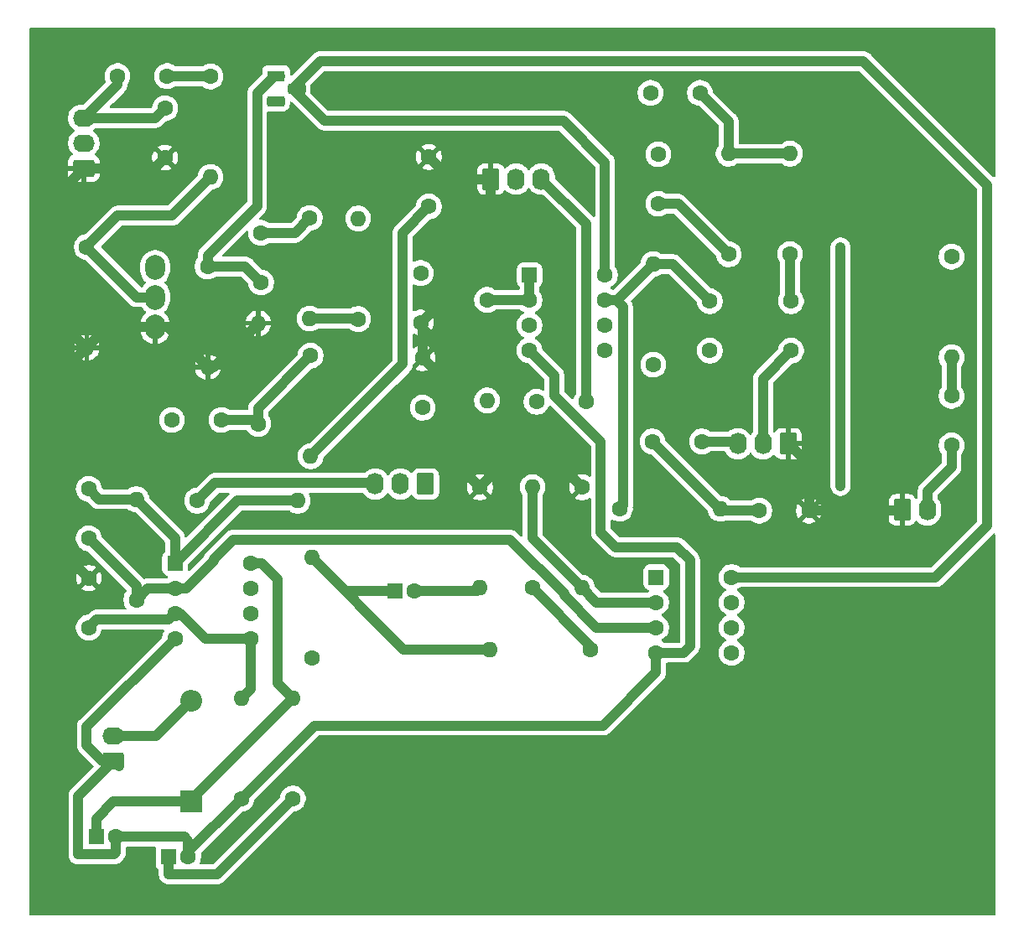
<source format=gbr>
%TF.GenerationSoftware,KiCad,Pcbnew,9.0.0*%
%TF.CreationDate,2025-09-11T11:48:57+01:00*%
%TF.ProjectId,GuitarMixer,47756974-6172-44d6-9978-65722e6b6963,rev?*%
%TF.SameCoordinates,Original*%
%TF.FileFunction,Copper,L2,Bot*%
%TF.FilePolarity,Positive*%
%FSLAX46Y46*%
G04 Gerber Fmt 4.6, Leading zero omitted, Abs format (unit mm)*
G04 Created by KiCad (PCBNEW 9.0.0) date 2025-09-11 11:48:57*
%MOMM*%
%LPD*%
G01*
G04 APERTURE LIST*
G04 Aperture macros list*
%AMRoundRect*
0 Rectangle with rounded corners*
0 $1 Rounding radius*
0 $2 $3 $4 $5 $6 $7 $8 $9 X,Y pos of 4 corners*
0 Add a 4 corners polygon primitive as box body*
4,1,4,$2,$3,$4,$5,$6,$7,$8,$9,$2,$3,0*
0 Add four circle primitives for the rounded corners*
1,1,$1+$1,$2,$3*
1,1,$1+$1,$4,$5*
1,1,$1+$1,$6,$7*
1,1,$1+$1,$8,$9*
0 Add four rect primitives between the rounded corners*
20,1,$1+$1,$2,$3,$4,$5,0*
20,1,$1+$1,$4,$5,$6,$7,0*
20,1,$1+$1,$6,$7,$8,$9,0*
20,1,$1+$1,$8,$9,$2,$3,0*%
G04 Aperture macros list end*
%TA.AperFunction,ComponentPad*%
%ADD10C,1.600000*%
%TD*%
%TA.AperFunction,ComponentPad*%
%ADD11O,1.600000X1.600000*%
%TD*%
%TA.AperFunction,ComponentPad*%
%ADD12R,1.800000X1.100000*%
%TD*%
%TA.AperFunction,ComponentPad*%
%ADD13RoundRect,0.275000X-0.625000X0.275000X-0.625000X-0.275000X0.625000X-0.275000X0.625000X0.275000X0*%
%TD*%
%TA.AperFunction,ComponentPad*%
%ADD14RoundRect,0.250000X-0.550000X-0.550000X0.550000X-0.550000X0.550000X0.550000X-0.550000X0.550000X0*%
%TD*%
%TA.AperFunction,ComponentPad*%
%ADD15RoundRect,0.250000X0.620000X0.845000X-0.620000X0.845000X-0.620000X-0.845000X0.620000X-0.845000X0*%
%TD*%
%TA.AperFunction,ComponentPad*%
%ADD16O,1.740000X2.190000*%
%TD*%
%TA.AperFunction,ComponentPad*%
%ADD17RoundRect,0.250000X-0.620000X-0.845000X0.620000X-0.845000X0.620000X0.845000X-0.620000X0.845000X0*%
%TD*%
%TA.AperFunction,ComponentPad*%
%ADD18RoundRect,0.250000X0.845000X-0.620000X0.845000X0.620000X-0.845000X0.620000X-0.845000X-0.620000X0*%
%TD*%
%TA.AperFunction,ComponentPad*%
%ADD19O,2.190000X1.740000*%
%TD*%
%TA.AperFunction,ComponentPad*%
%ADD20R,1.600000X1.600000*%
%TD*%
%TA.AperFunction,ComponentPad*%
%ADD21O,2.000000X2.500000*%
%TD*%
%TA.AperFunction,ComponentPad*%
%ADD22R,2.200000X2.200000*%
%TD*%
%TA.AperFunction,ComponentPad*%
%ADD23O,2.200000X2.200000*%
%TD*%
%TA.AperFunction,ViaPad*%
%ADD24C,0.600000*%
%TD*%
%TA.AperFunction,Conductor*%
%ADD25C,1.000000*%
%TD*%
G04 APERTURE END LIST*
D10*
%TO.P,RT4,1*%
%TO.N,Net-(CT11-Pad2)*%
X104220000Y-95500000D03*
D11*
%TO.P,RT4,2*%
%TO.N,Net-(C6-Pad1)*%
X114380000Y-95500000D03*
%TD*%
D10*
%TO.P,CT3,1*%
%TO.N,Net-(U1B-+)*%
X84940000Y-64980000D03*
%TO.P,CT3,2*%
%TO.N,Earth*%
X84940000Y-59980000D03*
%TD*%
%TO.P,CT5,1*%
%TO.N,+4V*%
X50600000Y-107500000D03*
%TO.P,CT5,2*%
%TO.N,Earth*%
X50600000Y-102500000D03*
%TD*%
D12*
%TO.P,Q1,1,S*%
%TO.N,Net-(Q1-S)*%
X69500000Y-51800000D03*
D13*
%TO.P,Q1,2,D*%
%TO.N,+9VA*%
X71570000Y-53070000D03*
%TO.P,Q1,3,G*%
%TO.N,Net-(JP8-A)*%
X69500000Y-54340000D03*
%TD*%
D14*
%TO.P,U3,1*%
%TO.N,Net-(RT7-Pad1)*%
X107880000Y-102420000D03*
D10*
%TO.P,U3,2,-*%
%TO.N,Net-(U3A--)*%
X107880000Y-104960000D03*
%TO.P,U3,3,+*%
%TO.N,Net-(JP5-A)*%
X107880000Y-107500000D03*
%TO.P,U3,4,V-*%
%TO.N,GND*%
X107880000Y-110040000D03*
%TO.P,U3,5*%
%TO.N,N/C*%
X115500000Y-110040000D03*
%TO.P,U3,6*%
X115500000Y-107500000D03*
%TO.P,U3,7*%
X115500000Y-104960000D03*
%TO.P,U3,8,V+*%
%TO.N,+9VA*%
X115500000Y-102420000D03*
%TD*%
D15*
%TO.P,J6,1,Pin_1*%
%TO.N,Net-(J6-Pin_1)*%
X84600000Y-93000000D03*
D16*
%TO.P,J6,2,Pin_2*%
X82060000Y-93000000D03*
%TO.P,J6,3,Pin_3*%
%TO.N,Net-(J6-Pin_3)*%
X79520000Y-93000000D03*
%TD*%
D10*
%TO.P,R2,1*%
%TO.N,Net-(SW1-B)*%
X50400000Y-69060000D03*
D11*
%TO.P,R2,2*%
%TO.N,Earth*%
X50400000Y-79220000D03*
%TD*%
D14*
%TO.P,U2,1*%
%TO.N,Net-(JP6-A)*%
X59300000Y-101000000D03*
D10*
%TO.P,U2,2,-*%
%TO.N,Net-(JP5-A)*%
X59300000Y-103540000D03*
%TO.P,U2,3,+*%
%TO.N,+4V*%
X59300000Y-106080000D03*
%TO.P,U2,4,V-*%
%TO.N,GND*%
X59300000Y-108620000D03*
%TO.P,U2,5,+*%
%TO.N,+4V*%
X66920000Y-108620000D03*
%TO.P,U2,6,-*%
%TO.N,Net-(J6-Pin_1)*%
X66920000Y-106080000D03*
%TO.P,U2,7*%
%TO.N,Net-(C9-Pad1)*%
X66920000Y-103540000D03*
%TO.P,U2,8,V+*%
%TO.N,+9VA*%
X66920000Y-101000000D03*
%TD*%
%TO.P,R6,1*%
%TO.N,Net-(C4-Pad2)*%
X67700000Y-86920000D03*
D11*
%TO.P,R6,2*%
%TO.N,Earth*%
X67700000Y-76760000D03*
%TD*%
D17*
%TO.P,J5,1,Pin_1*%
%TO.N,Earth*%
X132730000Y-95620000D03*
D16*
%TO.P,J5,2,Pin_2*%
%TO.N,Net-(J5-Pin_2)*%
X135270000Y-95620000D03*
%TD*%
D10*
%TO.P,R8,1*%
%TO.N,+4V*%
X71200000Y-124780000D03*
D11*
%TO.P,R8,2*%
%TO.N,+9VA*%
X71200000Y-114620000D03*
%TD*%
D10*
%TO.P,RT8,1*%
%TO.N,Earth*%
X100400000Y-93340000D03*
D11*
%TO.P,RT8,2*%
%TO.N,Net-(U3A--)*%
X100400000Y-103500000D03*
%TD*%
D10*
%TO.P,CT8,1*%
%TO.N,Net-(CT8-Pad1)*%
X112300000Y-53500000D03*
%TO.P,CT8,2*%
%TO.N,Net-(JP5-A)*%
X107300000Y-53500000D03*
%TD*%
%TO.P,C1,1*%
%TO.N,Net-(J1-Pin_3)*%
X58300000Y-55040000D03*
%TO.P,C1,2*%
%TO.N,Earth*%
X58300000Y-60040000D03*
%TD*%
%TO.P,R4,1*%
%TO.N,Net-(C3-Pad2)*%
X72920000Y-66140000D03*
D11*
%TO.P,R4,2*%
%TO.N,Net-(R4-Pad2)*%
X72920000Y-76300000D03*
%TD*%
D18*
%TO.P,J4,1,Pin_1*%
%TO.N,GND*%
X53100000Y-120960000D03*
D19*
%TO.P,J4,2,Pin_2*%
%TO.N,+9V*%
X53100000Y-118420000D03*
%TD*%
D15*
%TO.P,J3,1,Pin_1*%
%TO.N,Earth*%
X121200000Y-88940000D03*
D16*
%TO.P,J3,2,Pin_2*%
%TO.N,Net-(J3-Pin_2)*%
X118660000Y-88940000D03*
%TO.P,J3,3,Pin_3*%
%TO.N,Net-(J3-Pin_3)*%
X116120000Y-88940000D03*
%TD*%
D10*
%TO.P,RT2,1*%
%TO.N,Net-(U1A--)*%
X90800000Y-74400000D03*
D11*
%TO.P,RT2,2*%
%TO.N,Net-(C5-Pad1)*%
X90800000Y-84560000D03*
%TD*%
D10*
%TO.P,RT1,1*%
%TO.N,Net-(R4-Pad2)*%
X77800000Y-76340000D03*
D11*
%TO.P,RT1,2*%
%TO.N,Net-(JP2-A)*%
X77800000Y-66180000D03*
%TD*%
D10*
%TO.P,R10,1*%
%TO.N,Net-(JP5-A)*%
X55400000Y-104700000D03*
D11*
%TO.P,R10,2*%
%TO.N,Net-(JP6-A)*%
X55400000Y-94540000D03*
%TD*%
D10*
%TO.P,R9,1*%
%TO.N,GND*%
X66000000Y-124780000D03*
D11*
%TO.P,R9,2*%
%TO.N,+4V*%
X66000000Y-114620000D03*
%TD*%
D10*
%TO.P,RT3,1*%
%TO.N,Net-(C4-Pad2)*%
X73000000Y-80040000D03*
D11*
%TO.P,RT3,2*%
%TO.N,Net-(U1B-+)*%
X73000000Y-90200000D03*
%TD*%
D10*
%TO.P,R1,1*%
%TO.N,Net-(JP8-A)*%
X62900000Y-51840000D03*
D11*
%TO.P,R1,2*%
%TO.N,Net-(SW1-B)*%
X62900000Y-62000000D03*
%TD*%
D10*
%TO.P,RT5,1*%
%TO.N,Net-(JP2-B)*%
X137700000Y-70040000D03*
D11*
%TO.P,RT5,2*%
%TO.N,Net-(CT9-Pad2)*%
X137700000Y-80200000D03*
%TD*%
D10*
%TO.P,R7,1*%
%TO.N,Net-(CT7-Pad2)*%
X121400000Y-69800000D03*
D11*
%TO.P,R7,2*%
%TO.N,Net-(CT8-Pad1)*%
X121400000Y-59640000D03*
%TD*%
D10*
%TO.P,RT9,1*%
%TO.N,Net-(RT7-Pad1)*%
X95400000Y-103500000D03*
D11*
%TO.P,RT9,2*%
%TO.N,Net-(U3A--)*%
X95400000Y-93340000D03*
%TD*%
D18*
%TO.P,J1,1,Pin_1*%
%TO.N,Earth*%
X50100000Y-61120000D03*
D19*
%TO.P,J1,2,Pin_2*%
%TO.N,Net-(J1-Pin_2)*%
X50100000Y-58580000D03*
%TO.P,J1,3,Pin_3*%
%TO.N,Net-(J1-Pin_3)*%
X50100000Y-56040000D03*
%TD*%
D10*
%TO.P,CT6,1*%
%TO.N,Net-(J2-Pin_2)*%
X108100000Y-59700000D03*
%TO.P,CT6,2*%
%TO.N,Net-(CT6-Pad2)*%
X108100000Y-64700000D03*
%TD*%
D20*
%TO.P,C9,1*%
%TO.N,Net-(C9-Pad1)*%
X81500000Y-103800000D03*
D10*
%TO.P,C9,2*%
%TO.N,Net-(JP7-A)*%
X83500000Y-103800000D03*
%TD*%
%TO.P,CT7,1*%
%TO.N,Net-(J3-Pin_2)*%
X121500000Y-79540000D03*
%TO.P,CT7,2*%
%TO.N,Net-(CT7-Pad2)*%
X121500000Y-74540000D03*
%TD*%
%TO.P,C3,1*%
%TO.N,Net-(Q1-S)*%
X68000000Y-72640000D03*
%TO.P,C3,2*%
%TO.N,Net-(C3-Pad2)*%
X68000000Y-67640000D03*
%TD*%
%TO.P,CT11,1*%
%TO.N,Net-(U1B--)*%
X113300000Y-79540000D03*
%TO.P,CT11,2*%
%TO.N,Net-(CT11-Pad2)*%
X113300000Y-74540000D03*
%TD*%
%TO.P,CT9,1*%
%TO.N,Net-(J5-Pin_2)*%
X137700000Y-89100000D03*
%TO.P,CT9,2*%
%TO.N,Net-(CT9-Pad2)*%
X137700000Y-84100000D03*
%TD*%
%TO.P,R12,1*%
%TO.N,Net-(J6-Pin_3)*%
X61540000Y-94700000D03*
D11*
%TO.P,R12,2*%
%TO.N,Net-(JP6-A)*%
X71700000Y-94700000D03*
%TD*%
D10*
%TO.P,RT6,1*%
%TO.N,Net-(U1B--)*%
X107600000Y-80940000D03*
D11*
%TO.P,RT6,2*%
%TO.N,Net-(CT11-Pad2)*%
X107600000Y-70780000D03*
%TD*%
D10*
%TO.P,CT10,1*%
%TO.N,Net-(JP5-A)*%
X50600000Y-98500000D03*
%TO.P,CT10,2*%
%TO.N,Net-(JP6-A)*%
X50600000Y-93500000D03*
%TD*%
%TO.P,R5,1*%
%TO.N,Net-(CT6-Pad2)*%
X115200000Y-69800000D03*
D11*
%TO.P,R5,2*%
%TO.N,Net-(CT8-Pad1)*%
X115200000Y-59640000D03*
%TD*%
D20*
%TO.P,C7,1*%
%TO.N,+9VA*%
X51344888Y-128620000D03*
D10*
%TO.P,C7,2*%
%TO.N,GND*%
X53344888Y-128620000D03*
%TD*%
D20*
%TO.P,C8,1*%
%TO.N,+4V*%
X58644888Y-130620000D03*
D10*
%TO.P,C8,2*%
%TO.N,GND*%
X60644888Y-130620000D03*
%TD*%
%TO.P,C2,1*%
%TO.N,Net-(J1-Pin_3)*%
X53500000Y-51800000D03*
%TO.P,C2,2*%
%TO.N,Net-(JP8-A)*%
X58500000Y-51800000D03*
%TD*%
%TO.P,R11,1*%
%TO.N,Net-(J6-Pin_1)*%
X73100000Y-110580000D03*
D11*
%TO.P,R11,2*%
%TO.N,Net-(C9-Pad1)*%
X73100000Y-100420000D03*
%TD*%
D10*
%TO.P,RT7,1*%
%TO.N,Net-(RT7-Pad1)*%
X101280000Y-109700000D03*
D11*
%TO.P,RT7,2*%
%TO.N,Net-(C9-Pad1)*%
X91120000Y-109700000D03*
%TD*%
D10*
%TO.P,CT1,1*%
%TO.N,Net-(JP2-A)*%
X84100000Y-71700000D03*
%TO.P,CT1,2*%
%TO.N,Earth*%
X84100000Y-76700000D03*
%TD*%
%TO.P,C6,1*%
%TO.N,Net-(C6-Pad1)*%
X107500000Y-88700000D03*
%TO.P,C6,2*%
%TO.N,Net-(J3-Pin_3)*%
X112500000Y-88700000D03*
%TD*%
%TO.P,CT2,1*%
%TO.N,Net-(C5-Pad1)*%
X84300000Y-85300000D03*
%TO.P,CT2,2*%
%TO.N,Earth*%
X84300000Y-80300000D03*
%TD*%
D14*
%TO.P,U1,1*%
%TO.N,Net-(U1A--)*%
X95100000Y-71900000D03*
D10*
%TO.P,U1,2,-*%
X95100000Y-74440000D03*
%TO.P,U1,3,+*%
%TO.N,Net-(JP2-A)*%
X95100000Y-76980000D03*
%TO.P,U1,4,V-*%
%TO.N,GND*%
X95100000Y-79520000D03*
%TO.P,U1,5,+*%
%TO.N,Net-(U1B-+)*%
X102720000Y-79520000D03*
%TO.P,U1,6,-*%
%TO.N,Net-(U1B--)*%
X102720000Y-76980000D03*
%TO.P,U1,7*%
%TO.N,Net-(CT11-Pad2)*%
X102720000Y-74440000D03*
%TO.P,U1,8,V+*%
%TO.N,+9VA*%
X102720000Y-71900000D03*
%TD*%
D21*
%TO.P,SW1,1,A*%
%TO.N,Earth*%
X57300000Y-77140000D03*
%TO.P,SW1,2,B*%
%TO.N,Net-(SW1-B)*%
X57300000Y-74140000D03*
%TO.P,SW1,3*%
%TO.N,N/C*%
X57300000Y-71140000D03*
%TD*%
D10*
%TO.P,CT4,1*%
%TO.N,Net-(C6-Pad1)*%
X118300000Y-95700000D03*
%TO.P,CT4,2*%
%TO.N,Earth*%
X123300000Y-95700000D03*
%TD*%
D17*
%TO.P,J2,1,Pin_1*%
%TO.N,Earth*%
X91200000Y-62200000D03*
D16*
%TO.P,J2,2,Pin_2*%
%TO.N,Net-(J2-Pin_2)*%
X93740000Y-62200000D03*
%TO.P,J2,3,Pin_3*%
%TO.N,Net-(J2-Pin_3)*%
X96280000Y-62200000D03*
%TD*%
D10*
%TO.P,C5,1*%
%TO.N,Net-(C5-Pad1)*%
X95800000Y-84700000D03*
%TO.P,C5,2*%
%TO.N,Net-(J2-Pin_3)*%
X100800000Y-84700000D03*
%TD*%
%TO.P,R13,1*%
%TO.N,Earth*%
X90100000Y-93340000D03*
D11*
%TO.P,R13,2*%
%TO.N,Net-(JP7-A)*%
X90100000Y-103500000D03*
%TD*%
D10*
%TO.P,C4,1*%
%TO.N,Net-(J1-Pin_2)*%
X59000000Y-86540000D03*
%TO.P,C4,2*%
%TO.N,Net-(C4-Pad2)*%
X64000000Y-86540000D03*
%TD*%
%TO.P,R3,1*%
%TO.N,Net-(Q1-S)*%
X62600000Y-71040000D03*
D11*
%TO.P,R3,2*%
%TO.N,Earth*%
X62600000Y-81200000D03*
%TD*%
D22*
%TO.P,D1,1,K*%
%TO.N,+9VA*%
X60900000Y-125080000D03*
D23*
%TO.P,D1,2,A*%
%TO.N,+9V*%
X60900000Y-114920000D03*
%TD*%
D24*
%TO.N,Earth*%
X45760000Y-83860000D03*
%TO.N,+9VA*%
X136200000Y-102300000D03*
%TO.N,Net-(U1B-+)*%
X81000000Y-82500000D03*
%TO.N,Net-(JP5-A)*%
X126500000Y-93200000D03*
X126500000Y-85400000D03*
X126500000Y-69100000D03*
%TD*%
D25*
%TO.N,+9VA*%
X136200000Y-102300000D02*
X141300000Y-97200000D01*
X128800000Y-50300000D02*
X73940000Y-50300000D01*
X141300000Y-97200000D02*
X141300000Y-62800000D01*
X141300000Y-62800000D02*
X128800000Y-50300000D01*
X73940000Y-50300000D02*
X71170000Y-53070000D01*
%TO.N,Net-(J5-Pin_2)*%
X135270000Y-93730000D02*
X137700000Y-91300000D01*
X137700000Y-91300000D02*
X137700000Y-89100000D01*
%TO.N,Net-(J1-Pin_3)*%
X57300000Y-56040000D02*
X58300000Y-55040000D01*
X53500000Y-52640000D02*
X50100000Y-56040000D01*
X53500000Y-51800000D02*
X53500000Y-52640000D01*
X50100000Y-56040000D02*
X57300000Y-56040000D01*
%TO.N,Earth*%
X98599000Y-91539000D02*
X91901000Y-91539000D01*
X50400000Y-79220000D02*
X47900000Y-76720000D01*
X47900000Y-76720000D02*
X47900000Y-63320000D01*
X132650000Y-95700000D02*
X132730000Y-95620000D01*
X45700000Y-97600000D02*
X45700000Y-83920000D01*
X123380000Y-95620000D02*
X123300000Y-95700000D01*
X57300000Y-77140000D02*
X52480000Y-77140000D01*
X50600000Y-102500000D02*
X45700000Y-97600000D01*
X91200000Y-69600000D02*
X91200000Y-62200000D01*
X84300000Y-80300000D02*
X84300000Y-76900000D01*
X63260000Y-81200000D02*
X67700000Y-76760000D01*
X58540000Y-77140000D02*
X62600000Y-81200000D01*
X57220000Y-61120000D02*
X58300000Y-60040000D01*
X123300000Y-95700000D02*
X132650000Y-95700000D01*
X90100000Y-93340000D02*
X88999000Y-92239000D01*
X84300000Y-76900000D02*
X84100000Y-76700000D01*
X52480000Y-77140000D02*
X50400000Y-79220000D01*
X88999000Y-92239000D02*
X88999000Y-84999000D01*
X62600000Y-81200000D02*
X63260000Y-81200000D01*
X123300000Y-91040000D02*
X121200000Y-88940000D01*
X57300000Y-77140000D02*
X58540000Y-77140000D01*
X47900000Y-63320000D02*
X50100000Y-61120000D01*
X123300000Y-95700000D02*
X123300000Y-91040000D01*
X100400000Y-93340000D02*
X98599000Y-91539000D01*
X50100000Y-61120000D02*
X57220000Y-61120000D01*
X45700000Y-83920000D02*
X45760000Y-83860000D01*
X84100000Y-76700000D02*
X91200000Y-69600000D01*
X91901000Y-91539000D02*
X90100000Y-93340000D01*
X87160000Y-62200000D02*
X84940000Y-59980000D01*
X88999000Y-84999000D02*
X84300000Y-80300000D01*
X91200000Y-62200000D02*
X87160000Y-62200000D01*
X45760000Y-83860000D02*
X50400000Y-79220000D01*
%TO.N,Net-(JP8-A)*%
X63100000Y-51640000D02*
X62900000Y-51840000D01*
X58500000Y-51800000D02*
X62860000Y-51800000D01*
X62860000Y-51800000D02*
X62900000Y-51840000D01*
%TO.N,Net-(Q1-S)*%
X69327842Y-51800000D02*
X69900000Y-51800000D01*
X66400000Y-71040000D02*
X68000000Y-72640000D01*
X62600000Y-71040000D02*
X66400000Y-71040000D01*
X62600000Y-71040000D02*
X62600000Y-69908630D01*
X67599000Y-64909630D02*
X67599000Y-53528842D01*
X62600000Y-69908630D02*
X67599000Y-64909630D01*
X67599000Y-53528842D02*
X69327842Y-51800000D01*
%TO.N,Net-(C3-Pad2)*%
X68000000Y-67640000D02*
X71420000Y-67640000D01*
X71420000Y-67640000D02*
X72920000Y-66140000D01*
%TO.N,Net-(C4-Pad2)*%
X67320000Y-86540000D02*
X67700000Y-86920000D01*
X67700000Y-86920000D02*
X67700000Y-85340000D01*
X64000000Y-86540000D02*
X67320000Y-86540000D01*
X67700000Y-85340000D02*
X73000000Y-80040000D01*
%TO.N,Net-(J2-Pin_3)*%
X100800000Y-84700000D02*
X100800000Y-66720000D01*
X100800000Y-66720000D02*
X96280000Y-62200000D01*
%TO.N,Net-(C6-Pad1)*%
X114300000Y-95500000D02*
X107500000Y-88700000D01*
X118300000Y-95700000D02*
X114580000Y-95700000D01*
X114580000Y-95700000D02*
X114380000Y-95500000D01*
X114380000Y-95500000D02*
X114300000Y-95500000D01*
%TO.N,Net-(J3-Pin_3)*%
X112500000Y-88700000D02*
X115880000Y-88700000D01*
X115880000Y-88700000D02*
X116120000Y-88940000D01*
%TO.N,+9VA*%
X74400000Y-56300000D02*
X98500000Y-56300000D01*
X102720000Y-60520000D02*
X102720000Y-71900000D01*
X136080000Y-102420000D02*
X136200000Y-102300000D01*
X60900000Y-124920000D02*
X71200000Y-114620000D01*
X66920000Y-101000000D02*
X68051370Y-101000000D01*
X60900000Y-125080000D02*
X60900000Y-124920000D01*
X69700000Y-102648630D02*
X69700000Y-113120000D01*
X53084888Y-125080000D02*
X60900000Y-125080000D01*
X98500000Y-56300000D02*
X102720000Y-60520000D01*
X51344888Y-126820000D02*
X53084888Y-125080000D01*
X51344888Y-128620000D02*
X51344888Y-126820000D01*
X115500000Y-102420000D02*
X136080000Y-102420000D01*
X68051370Y-101000000D02*
X69700000Y-102648630D01*
X71170000Y-53070000D02*
X74400000Y-56300000D01*
X69700000Y-113120000D02*
X71200000Y-114620000D01*
%TO.N,GND*%
X110000000Y-99400000D02*
X111300000Y-100700000D01*
X97601000Y-82021000D02*
X97601000Y-84047999D01*
X60644888Y-130620000D02*
X60644888Y-130135112D01*
X73380000Y-117400000D02*
X102500000Y-117400000D01*
X95100000Y-79520000D02*
X97601000Y-82021000D01*
X49543888Y-124516112D02*
X49543888Y-130421000D01*
X97601000Y-84047999D02*
X102300000Y-88746999D01*
X60644888Y-129018000D02*
X60644888Y-130620000D01*
X102300000Y-88746999D02*
X102300000Y-97900000D01*
X60246888Y-128620000D02*
X60644888Y-129018000D01*
X107880000Y-112020000D02*
X107880000Y-110040000D01*
X53145888Y-130421000D02*
X53344888Y-130222000D01*
X60644888Y-130135112D02*
X66000000Y-124780000D01*
X53344888Y-130222000D02*
X53344888Y-128620000D01*
X111300000Y-100700000D02*
X111300000Y-109400000D01*
X53100000Y-120960000D02*
X53645888Y-121505888D01*
X50400000Y-117520000D02*
X59300000Y-108620000D01*
X49543888Y-130421000D02*
X53145888Y-130421000D01*
X66000000Y-124780000D02*
X73380000Y-117400000D01*
X53100000Y-120960000D02*
X52005000Y-120960000D01*
X52005000Y-120960000D02*
X50400000Y-119355000D01*
X53344888Y-128620000D02*
X60246888Y-128620000D01*
X102300000Y-97900000D02*
X103800000Y-99400000D01*
X110660000Y-110040000D02*
X107880000Y-110040000D01*
X102500000Y-117400000D02*
X107880000Y-112020000D01*
X111300000Y-109400000D02*
X110660000Y-110040000D01*
X50400000Y-119355000D02*
X50400000Y-117520000D01*
X103800000Y-99400000D02*
X110000000Y-99400000D01*
X53100000Y-120960000D02*
X49543888Y-124516112D01*
%TO.N,+4V*%
X59880000Y-106080000D02*
X62420000Y-108620000D01*
X51399999Y-106700001D02*
X58679999Y-106700001D01*
X58644888Y-132420000D02*
X58645888Y-132421000D01*
X66920000Y-108620000D02*
X66920000Y-113700000D01*
X58645888Y-132421000D02*
X63559000Y-132421000D01*
X66920000Y-113700000D02*
X66000000Y-114620000D01*
X58644888Y-130620000D02*
X58644888Y-132420000D01*
X63559000Y-132421000D02*
X71200000Y-124780000D01*
X62420000Y-108620000D02*
X66920000Y-108620000D01*
X50600000Y-107500000D02*
X51399999Y-106700001D01*
X58679999Y-106700001D02*
X59300000Y-106080000D01*
X59300000Y-106080000D02*
X59880000Y-106080000D01*
%TO.N,Net-(C9-Pad1)*%
X82380000Y-109700000D02*
X91120000Y-109700000D01*
X81500000Y-103800000D02*
X76480000Y-103800000D01*
X73100000Y-100420000D02*
X82380000Y-109700000D01*
X76480000Y-103800000D02*
X73100000Y-100420000D01*
%TO.N,Net-(JP7-A)*%
X89800000Y-103800000D02*
X90100000Y-103500000D01*
X83500000Y-103800000D02*
X89800000Y-103800000D01*
%TO.N,Net-(U1B-+)*%
X82299000Y-67621000D02*
X84940000Y-64980000D01*
X73000000Y-90200000D02*
X82299000Y-80901000D01*
X82299000Y-80901000D02*
X82299000Y-67621000D01*
%TO.N,Net-(CT6-Pad2)*%
X110100000Y-64700000D02*
X115200000Y-69800000D01*
X108100000Y-64700000D02*
X110100000Y-64700000D01*
%TO.N,Net-(CT7-Pad2)*%
X121400000Y-69800000D02*
X121400000Y-74440000D01*
X121400000Y-74440000D02*
X121500000Y-74540000D01*
%TO.N,Net-(J3-Pin_2)*%
X118660000Y-82380000D02*
X121500000Y-79540000D01*
X118660000Y-88940000D02*
X118660000Y-82380000D01*
%TO.N,Net-(JP5-A)*%
X101853001Y-107500000D02*
X107880000Y-107500000D01*
X59300000Y-103540000D02*
X56560000Y-103540000D01*
X60431370Y-103540000D02*
X63200000Y-100771370D01*
X126500000Y-85400000D02*
X126500000Y-69100000D01*
X98599000Y-104099000D02*
X98599000Y-104245999D01*
X63200000Y-100771370D02*
X63200000Y-100600000D01*
X98599000Y-104245999D02*
X101853001Y-107500000D01*
X126500000Y-85400000D02*
X126500000Y-93200000D01*
X63200000Y-100600000D02*
X65181000Y-98619000D01*
X55400000Y-103300000D02*
X50600000Y-98500000D01*
X65181000Y-98619000D02*
X93119000Y-98619000D01*
X55400000Y-104700000D02*
X55400000Y-103300000D01*
X93119000Y-98619000D02*
X98599000Y-104099000D01*
X56560000Y-103540000D02*
X55400000Y-104700000D01*
X59300000Y-103540000D02*
X60431370Y-103540000D01*
%TO.N,Net-(CT8-Pad1)*%
X115200000Y-56400000D02*
X112300000Y-53500000D01*
X115200000Y-59640000D02*
X121400000Y-59640000D01*
X115200000Y-59640000D02*
X115200000Y-56400000D01*
%TO.N,Net-(CT9-Pad2)*%
X137700000Y-84100000D02*
X137700000Y-80360000D01*
%TO.N,Net-(J5-Pin_2)*%
X135270000Y-95620000D02*
X135270000Y-93730000D01*
%TO.N,Net-(JP6-A)*%
X59300000Y-101000000D02*
X59300000Y-98440000D01*
X65600000Y-94700000D02*
X71700000Y-94700000D01*
X55400000Y-94540000D02*
X51640000Y-94540000D01*
X59300000Y-98440000D02*
X55400000Y-94540000D01*
X51640000Y-94540000D02*
X50600000Y-93500000D01*
X59300000Y-101000000D02*
X65600000Y-94700000D01*
%TO.N,Net-(CT11-Pad2)*%
X104521000Y-95199000D02*
X104521000Y-75109630D01*
X109540000Y-70780000D02*
X113300000Y-74540000D01*
X103851370Y-74440000D02*
X102720000Y-74440000D01*
X102720000Y-74440000D02*
X103940000Y-74440000D01*
X107600000Y-70780000D02*
X109540000Y-70780000D01*
X103940000Y-74440000D02*
X107600000Y-70780000D01*
X104521000Y-75109630D02*
X103851370Y-74440000D01*
X104220000Y-95500000D02*
X104521000Y-95199000D01*
%TO.N,+9V*%
X53100000Y-118420000D02*
X57400000Y-118420000D01*
X57400000Y-118420000D02*
X60900000Y-114920000D01*
%TO.N,Net-(J6-Pin_3)*%
X63341000Y-92899000D02*
X79419000Y-92899000D01*
X79419000Y-92899000D02*
X79520000Y-93000000D01*
X61540000Y-94700000D02*
X63341000Y-92899000D01*
%TO.N,Net-(SW1-B)*%
X50400000Y-69060000D02*
X50400000Y-69000000D01*
X50400000Y-69060000D02*
X55480000Y-74140000D01*
X55480000Y-74140000D02*
X57300000Y-74140000D01*
X59000000Y-65900000D02*
X62900000Y-62000000D01*
X50400000Y-69000000D02*
X53500000Y-65900000D01*
X53500000Y-65900000D02*
X59000000Y-65900000D01*
%TO.N,Net-(R4-Pad2)*%
X72920000Y-76300000D02*
X77760000Y-76300000D01*
X77760000Y-76300000D02*
X77800000Y-76340000D01*
%TO.N,Net-(U1A--)*%
X95060000Y-74400000D02*
X95100000Y-74440000D01*
X90800000Y-74400000D02*
X95060000Y-74400000D01*
X95100000Y-74440000D02*
X95100000Y-71900000D01*
%TO.N,Net-(RT7-Pad1)*%
X101280000Y-109380000D02*
X95400000Y-103500000D01*
X101280000Y-109700000D02*
X101280000Y-109380000D01*
%TO.N,Net-(U3A--)*%
X100400000Y-103500000D02*
X101860000Y-104960000D01*
X95400000Y-93340000D02*
X95400000Y-98500000D01*
X101860000Y-104960000D02*
X107880000Y-104960000D01*
X95400000Y-98500000D02*
X100400000Y-103500000D01*
%TD*%
%TA.AperFunction,Conductor*%
%TO.N,Earth*%
G36*
X142042539Y-46920185D02*
G01*
X142088294Y-46972989D01*
X142099500Y-47024500D01*
X142099500Y-61885216D01*
X142079815Y-61952255D01*
X142027011Y-61998010D01*
X141957853Y-62007954D01*
X141894297Y-61978929D01*
X141887819Y-61972897D01*
X129584209Y-49669289D01*
X129584206Y-49669285D01*
X129584206Y-49669286D01*
X129577139Y-49662219D01*
X129577139Y-49662218D01*
X129437782Y-49522861D01*
X129437781Y-49522860D01*
X129437780Y-49522859D01*
X129273920Y-49413371D01*
X129273911Y-49413366D01*
X129201315Y-49383296D01*
X129145165Y-49360038D01*
X129091836Y-49337949D01*
X129091832Y-49337948D01*
X129091828Y-49337946D01*
X128995188Y-49318724D01*
X128898544Y-49299500D01*
X128898541Y-49299500D01*
X74044675Y-49299500D01*
X74044655Y-49299499D01*
X74038541Y-49299499D01*
X73841460Y-49299499D01*
X73841457Y-49299499D01*
X73648172Y-49337946D01*
X73648164Y-49337948D01*
X73466088Y-49413366D01*
X73466079Y-49413371D01*
X73302219Y-49522859D01*
X73302215Y-49522862D01*
X71112180Y-51712898D01*
X71050857Y-51746383D01*
X70981165Y-51741399D01*
X70925232Y-51699527D01*
X70900815Y-51634063D01*
X70900499Y-51625217D01*
X70900499Y-51202129D01*
X70900498Y-51202123D01*
X70900497Y-51202116D01*
X70894091Y-51142517D01*
X70885092Y-51118390D01*
X70843797Y-51007671D01*
X70843793Y-51007664D01*
X70757547Y-50892455D01*
X70757544Y-50892452D01*
X70642335Y-50806206D01*
X70642328Y-50806202D01*
X70507482Y-50755908D01*
X70507483Y-50755908D01*
X70447883Y-50749501D01*
X70447881Y-50749500D01*
X70447873Y-50749500D01*
X70447864Y-50749500D01*
X68552129Y-50749500D01*
X68552123Y-50749501D01*
X68492516Y-50755908D01*
X68357671Y-50806202D01*
X68357664Y-50806206D01*
X68242455Y-50892452D01*
X68242452Y-50892455D01*
X68156206Y-51007664D01*
X68156202Y-51007671D01*
X68105908Y-51142517D01*
X68104202Y-51158390D01*
X68099501Y-51202123D01*
X68099500Y-51202135D01*
X68099500Y-51562059D01*
X68079815Y-51629098D01*
X68063181Y-51649740D01*
X66961221Y-52751700D01*
X66961218Y-52751703D01*
X66920955Y-52791966D01*
X66821859Y-52891061D01*
X66712371Y-53054921D01*
X66712364Y-53054934D01*
X66672863Y-53150299D01*
X66672859Y-53150309D01*
X66670408Y-53156229D01*
X66636949Y-53237006D01*
X66617724Y-53333654D01*
X66616599Y-53339305D01*
X66616597Y-53339315D01*
X66598500Y-53430297D01*
X66598500Y-64443847D01*
X66578815Y-64510886D01*
X66562181Y-64531528D01*
X61962220Y-69131489D01*
X61962218Y-69131491D01*
X61900928Y-69192781D01*
X61822859Y-69270849D01*
X61713371Y-69434710D01*
X61713364Y-69434723D01*
X61684959Y-69503300D01*
X61684955Y-69503311D01*
X61682945Y-69508165D01*
X61637949Y-69616794D01*
X61621108Y-69701459D01*
X61619756Y-69708255D01*
X61619754Y-69708262D01*
X61599500Y-69810086D01*
X61599500Y-70164237D01*
X61579815Y-70231276D01*
X61575818Y-70237122D01*
X61487715Y-70358386D01*
X61394781Y-70540776D01*
X61331522Y-70735465D01*
X61299500Y-70937648D01*
X61299500Y-71142351D01*
X61331522Y-71344534D01*
X61394781Y-71539223D01*
X61487715Y-71721613D01*
X61608028Y-71887213D01*
X61752786Y-72031971D01*
X61902546Y-72140776D01*
X61918390Y-72152287D01*
X62034607Y-72211503D01*
X62100776Y-72245218D01*
X62100778Y-72245218D01*
X62100781Y-72245220D01*
X62205137Y-72279127D01*
X62295465Y-72308477D01*
X62396557Y-72324488D01*
X62497648Y-72340500D01*
X62497649Y-72340500D01*
X62702351Y-72340500D01*
X62702352Y-72340500D01*
X62904534Y-72308477D01*
X63099219Y-72245220D01*
X63281610Y-72152287D01*
X63402877Y-72064181D01*
X63468683Y-72040702D01*
X63475762Y-72040500D01*
X65934218Y-72040500D01*
X66001257Y-72060185D01*
X66021899Y-72076819D01*
X66673281Y-72728201D01*
X66706766Y-72789524D01*
X66708073Y-72796483D01*
X66731523Y-72944535D01*
X66794781Y-73139223D01*
X66887715Y-73321613D01*
X67008028Y-73487213D01*
X67152786Y-73631971D01*
X67271734Y-73718390D01*
X67318390Y-73752287D01*
X67422801Y-73805487D01*
X67500776Y-73845218D01*
X67500778Y-73845218D01*
X67500781Y-73845220D01*
X67551754Y-73861782D01*
X67695465Y-73908477D01*
X67796557Y-73924488D01*
X67897648Y-73940500D01*
X67897649Y-73940500D01*
X68102351Y-73940500D01*
X68102352Y-73940500D01*
X68304534Y-73908477D01*
X68499219Y-73845220D01*
X68681610Y-73752287D01*
X68839418Y-73637634D01*
X68847213Y-73631971D01*
X68847215Y-73631968D01*
X68847219Y-73631966D01*
X68991966Y-73487219D01*
X68991968Y-73487215D01*
X68991971Y-73487213D01*
X69055697Y-73399500D01*
X69112287Y-73321610D01*
X69205220Y-73139219D01*
X69268477Y-72944534D01*
X69300500Y-72742352D01*
X69300500Y-72537648D01*
X69294540Y-72500016D01*
X69268477Y-72335465D01*
X69239127Y-72245137D01*
X69205220Y-72140781D01*
X69205218Y-72140778D01*
X69205218Y-72140776D01*
X69164154Y-72060185D01*
X69112287Y-71958390D01*
X69060579Y-71887219D01*
X68991971Y-71792786D01*
X68847213Y-71648028D01*
X68681613Y-71527715D01*
X68681612Y-71527714D01*
X68681610Y-71527713D01*
X68624653Y-71498691D01*
X68499223Y-71434781D01*
X68304535Y-71371523D01*
X68156483Y-71348073D01*
X68093349Y-71318143D01*
X68088201Y-71313281D01*
X67184209Y-70409289D01*
X67184206Y-70409285D01*
X67184206Y-70409286D01*
X67177140Y-70402220D01*
X67177139Y-70402218D01*
X67037782Y-70262861D01*
X66950479Y-70204527D01*
X66873919Y-70153371D01*
X66873910Y-70153366D01*
X66748954Y-70101608D01*
X66748951Y-70101607D01*
X66741184Y-70098390D01*
X66691836Y-70077949D01*
X66561211Y-70051966D01*
X66557494Y-70051226D01*
X66557488Y-70051225D01*
X66498543Y-70039500D01*
X66498541Y-70039500D01*
X64183412Y-70039500D01*
X64116373Y-70019815D01*
X64070618Y-69967011D01*
X64060674Y-69897853D01*
X64089699Y-69834297D01*
X64095731Y-69827819D01*
X64652702Y-69270848D01*
X66488664Y-67434884D01*
X66549985Y-67401401D01*
X66619677Y-67406385D01*
X66675610Y-67448257D01*
X66700027Y-67513721D01*
X66699219Y-67532744D01*
X66699882Y-67532797D01*
X66699500Y-67537647D01*
X66699500Y-67742351D01*
X66731522Y-67944534D01*
X66794781Y-68139223D01*
X66832562Y-68213371D01*
X66865381Y-68277782D01*
X66887715Y-68321613D01*
X67008028Y-68487213D01*
X67152786Y-68631971D01*
X67300790Y-68739500D01*
X67318390Y-68752287D01*
X67428047Y-68808160D01*
X67500776Y-68845218D01*
X67500778Y-68845218D01*
X67500781Y-68845220D01*
X67605137Y-68879127D01*
X67695465Y-68908477D01*
X67796557Y-68924488D01*
X67897648Y-68940500D01*
X67897649Y-68940500D01*
X68102351Y-68940500D01*
X68102352Y-68940500D01*
X68304534Y-68908477D01*
X68499219Y-68845220D01*
X68681610Y-68752287D01*
X68802877Y-68664181D01*
X68868683Y-68640702D01*
X68875762Y-68640500D01*
X71518542Y-68640500D01*
X71545463Y-68635144D01*
X71615188Y-68621275D01*
X71711836Y-68602051D01*
X71811470Y-68560781D01*
X71893914Y-68526632D01*
X72057782Y-68417139D01*
X72197139Y-68277782D01*
X72197139Y-68277780D01*
X72207347Y-68267573D01*
X72207349Y-68267570D01*
X73008203Y-67466715D01*
X73069524Y-67433232D01*
X73076473Y-67431927D01*
X73224534Y-67408477D01*
X73419219Y-67345220D01*
X73601610Y-67252287D01*
X73694590Y-67184732D01*
X73767213Y-67131971D01*
X73767215Y-67131968D01*
X73767219Y-67131966D01*
X73911966Y-66987219D01*
X73911968Y-66987215D01*
X73911971Y-66987213D01*
X73964732Y-66914590D01*
X74032287Y-66821610D01*
X74125220Y-66639219D01*
X74188477Y-66444534D01*
X74220500Y-66242352D01*
X74220500Y-66077648D01*
X76499500Y-66077648D01*
X76499500Y-66282351D01*
X76531522Y-66484534D01*
X76594781Y-66679223D01*
X76649508Y-66786628D01*
X76678669Y-66843861D01*
X76687715Y-66861613D01*
X76808028Y-67027213D01*
X76952786Y-67171971D01*
X77063334Y-67252287D01*
X77118390Y-67292287D01*
X77222273Y-67345218D01*
X77300776Y-67385218D01*
X77300778Y-67385218D01*
X77300781Y-67385220D01*
X77372359Y-67408477D01*
X77495465Y-67448477D01*
X77596557Y-67464488D01*
X77697648Y-67480500D01*
X77697649Y-67480500D01*
X77902351Y-67480500D01*
X77902352Y-67480500D01*
X78104534Y-67448477D01*
X78299219Y-67385220D01*
X78481610Y-67292287D01*
X78628203Y-67185782D01*
X78647213Y-67171971D01*
X78647215Y-67171968D01*
X78647219Y-67171966D01*
X78791966Y-67027219D01*
X78791968Y-67027215D01*
X78791971Y-67027213D01*
X78884032Y-66900500D01*
X78912287Y-66861610D01*
X79005220Y-66679219D01*
X79068477Y-66484534D01*
X79100500Y-66282352D01*
X79100500Y-66077648D01*
X79094165Y-66037648D01*
X79068477Y-65875465D01*
X79018023Y-65720185D01*
X79005220Y-65680781D01*
X79005218Y-65680778D01*
X79005218Y-65680776D01*
X78971503Y-65614607D01*
X78912287Y-65498390D01*
X78904556Y-65487749D01*
X78791971Y-65332786D01*
X78647213Y-65188028D01*
X78481613Y-65067715D01*
X78481612Y-65067714D01*
X78481610Y-65067713D01*
X78403106Y-65027713D01*
X78299223Y-64974781D01*
X78104534Y-64911522D01*
X77929995Y-64883878D01*
X77902352Y-64879500D01*
X77697648Y-64879500D01*
X77673329Y-64883351D01*
X77495465Y-64911522D01*
X77300776Y-64974781D01*
X77118386Y-65067715D01*
X76952786Y-65188028D01*
X76808028Y-65332786D01*
X76687715Y-65498386D01*
X76594781Y-65680776D01*
X76531522Y-65875465D01*
X76499500Y-66077648D01*
X74220500Y-66077648D01*
X74220500Y-66037648D01*
X74199525Y-65905218D01*
X74188477Y-65835465D01*
X74151020Y-65720185D01*
X74125220Y-65640781D01*
X74125218Y-65640778D01*
X74125218Y-65640776D01*
X74077647Y-65547414D01*
X74032287Y-65458390D01*
X74024556Y-65447749D01*
X73911971Y-65292786D01*
X73767213Y-65148028D01*
X73601613Y-65027715D01*
X73601612Y-65027714D01*
X73601610Y-65027713D01*
X73544653Y-64998691D01*
X73419223Y-64934781D01*
X73224534Y-64871522D01*
X73049995Y-64843878D01*
X73022352Y-64839500D01*
X72817648Y-64839500D01*
X72793329Y-64843351D01*
X72615465Y-64871522D01*
X72420776Y-64934781D01*
X72238386Y-65027715D01*
X72072786Y-65148028D01*
X71928028Y-65292786D01*
X71807715Y-65458386D01*
X71714781Y-65640778D01*
X71651522Y-65835468D01*
X71628073Y-65983515D01*
X71598143Y-66046649D01*
X71593281Y-66051797D01*
X71041899Y-66603181D01*
X70980576Y-66636666D01*
X70954218Y-66639500D01*
X68875762Y-66639500D01*
X68808723Y-66619815D01*
X68802877Y-66615818D01*
X68681613Y-66527715D01*
X68681612Y-66527714D01*
X68681610Y-66527713D01*
X68596867Y-66484534D01*
X68499223Y-66434781D01*
X68304534Y-66371522D01*
X68129995Y-66343878D01*
X68102352Y-66339500D01*
X67897648Y-66339500D01*
X67892797Y-66339882D01*
X67892622Y-66337663D01*
X67832430Y-66329753D01*
X67779075Y-66284642D01*
X67758578Y-66217847D01*
X67777448Y-66150573D01*
X67794882Y-66128667D01*
X68376140Y-65547411D01*
X68485632Y-65383544D01*
X68561052Y-65201465D01*
X68599501Y-65008170D01*
X68599501Y-64811089D01*
X68599501Y-64805979D01*
X68599500Y-64805953D01*
X68599500Y-59877682D01*
X83640000Y-59877682D01*
X83640000Y-60082317D01*
X83672009Y-60284417D01*
X83735244Y-60479031D01*
X83828141Y-60661350D01*
X83828147Y-60661359D01*
X83860523Y-60705921D01*
X83860524Y-60705922D01*
X84540000Y-60026446D01*
X84540000Y-60032661D01*
X84567259Y-60134394D01*
X84619920Y-60225606D01*
X84694394Y-60300080D01*
X84785606Y-60352741D01*
X84887339Y-60380000D01*
X84893553Y-60380000D01*
X84214076Y-61059474D01*
X84258650Y-61091859D01*
X84440968Y-61184755D01*
X84635582Y-61247990D01*
X84837683Y-61280000D01*
X85042317Y-61280000D01*
X85244417Y-61247990D01*
X85439031Y-61184754D01*
X85621349Y-61091859D01*
X85665921Y-61059474D01*
X84986447Y-60380000D01*
X84992661Y-60380000D01*
X85094394Y-60352741D01*
X85185606Y-60300080D01*
X85260080Y-60225606D01*
X85312741Y-60134394D01*
X85340000Y-60032661D01*
X85340000Y-60026447D01*
X86019474Y-60705921D01*
X86051859Y-60661349D01*
X86144755Y-60479031D01*
X86207990Y-60284417D01*
X86240000Y-60082317D01*
X86240000Y-59877682D01*
X86207990Y-59675582D01*
X86144755Y-59480968D01*
X86051859Y-59298650D01*
X86019474Y-59254077D01*
X86019474Y-59254076D01*
X85340000Y-59933551D01*
X85340000Y-59927339D01*
X85312741Y-59825606D01*
X85260080Y-59734394D01*
X85185606Y-59659920D01*
X85094394Y-59607259D01*
X84992661Y-59580000D01*
X84986446Y-59580000D01*
X85665922Y-58900524D01*
X85665921Y-58900523D01*
X85621359Y-58868147D01*
X85621350Y-58868141D01*
X85439031Y-58775244D01*
X85244417Y-58712009D01*
X85042317Y-58680000D01*
X84837683Y-58680000D01*
X84635582Y-58712009D01*
X84440968Y-58775244D01*
X84258644Y-58868143D01*
X84214077Y-58900523D01*
X84214077Y-58900524D01*
X84893554Y-59580000D01*
X84887339Y-59580000D01*
X84785606Y-59607259D01*
X84694394Y-59659920D01*
X84619920Y-59734394D01*
X84567259Y-59825606D01*
X84540000Y-59927339D01*
X84540000Y-59933553D01*
X83860524Y-59254077D01*
X83860523Y-59254077D01*
X83828143Y-59298644D01*
X83735244Y-59480968D01*
X83672009Y-59675582D01*
X83640000Y-59877682D01*
X68599500Y-59877682D01*
X68599500Y-55503122D01*
X68619185Y-55436083D01*
X68671989Y-55390328D01*
X68737383Y-55379902D01*
X68796277Y-55386537D01*
X68831442Y-55390499D01*
X68831445Y-55390500D01*
X68831448Y-55390500D01*
X70168555Y-55390500D01*
X70168556Y-55390499D01*
X70298657Y-55375841D01*
X70463606Y-55318122D01*
X70611576Y-55225147D01*
X70735147Y-55101576D01*
X70828122Y-54953606D01*
X70885841Y-54788657D01*
X70900500Y-54658552D01*
X70900500Y-54514782D01*
X70920185Y-54447743D01*
X70972989Y-54401988D01*
X71042147Y-54392044D01*
X71105703Y-54421069D01*
X71112181Y-54427101D01*
X73619735Y-56934655D01*
X73619764Y-56934686D01*
X73762214Y-57077136D01*
X73762218Y-57077139D01*
X73926079Y-57186628D01*
X73926092Y-57186635D01*
X74054833Y-57239961D01*
X74097744Y-57257735D01*
X74108164Y-57262051D01*
X74204812Y-57281275D01*
X74253135Y-57290887D01*
X74301458Y-57300500D01*
X74301459Y-57300500D01*
X74301460Y-57300500D01*
X74498540Y-57300500D01*
X98034218Y-57300500D01*
X98101257Y-57320185D01*
X98121899Y-57336819D01*
X101683181Y-60898101D01*
X101716666Y-60959424D01*
X101719500Y-60985782D01*
X101719500Y-65925216D01*
X101713261Y-65946461D01*
X101711682Y-65968549D01*
X101703609Y-65979332D01*
X101699815Y-65992255D01*
X101683083Y-66006753D01*
X101669811Y-66024483D01*
X101657188Y-66029190D01*
X101647011Y-66038010D01*
X101625095Y-66041161D01*
X101604347Y-66048900D01*
X101591185Y-66046037D01*
X101577853Y-66047954D01*
X101557711Y-66038755D01*
X101536074Y-66034049D01*
X101518345Y-66020777D01*
X101514297Y-66018929D01*
X101507819Y-66012898D01*
X101474253Y-65979332D01*
X101437782Y-65942861D01*
X101437781Y-65942860D01*
X97686819Y-62191898D01*
X97653334Y-62130575D01*
X97650500Y-62104217D01*
X97650500Y-61867133D01*
X97623310Y-61695466D01*
X97616754Y-61654074D01*
X97550092Y-61448911D01*
X97452157Y-61256701D01*
X97325359Y-61082179D01*
X97172821Y-60929641D01*
X96998299Y-60802843D01*
X96806089Y-60704908D01*
X96600926Y-60638246D01*
X96600924Y-60638245D01*
X96600922Y-60638245D01*
X96387866Y-60604500D01*
X96387861Y-60604500D01*
X96172139Y-60604500D01*
X96172134Y-60604500D01*
X95959077Y-60638245D01*
X95753908Y-60704909D01*
X95561700Y-60802843D01*
X95462129Y-60875186D01*
X95387179Y-60929641D01*
X95387177Y-60929643D01*
X95387176Y-60929643D01*
X95234643Y-61082176D01*
X95234643Y-61082177D01*
X95234641Y-61082179D01*
X95183346Y-61152781D01*
X95110318Y-61253294D01*
X95054988Y-61295959D01*
X94985374Y-61301938D01*
X94923579Y-61269332D01*
X94909682Y-61253294D01*
X94872639Y-61202309D01*
X94785359Y-61082179D01*
X94632821Y-60929641D01*
X94458299Y-60802843D01*
X94266089Y-60704908D01*
X94060926Y-60638246D01*
X94060924Y-60638245D01*
X94060922Y-60638245D01*
X93847866Y-60604500D01*
X93847861Y-60604500D01*
X93632139Y-60604500D01*
X93632134Y-60604500D01*
X93419077Y-60638245D01*
X93213908Y-60704909D01*
X93021700Y-60802843D01*
X92847180Y-60929640D01*
X92704816Y-61072004D01*
X92643493Y-61105488D01*
X92573801Y-61100504D01*
X92517868Y-61058632D01*
X92504748Y-61036716D01*
X92504356Y-61035876D01*
X92412315Y-60886654D01*
X92288345Y-60762684D01*
X92139124Y-60670643D01*
X92139119Y-60670641D01*
X91972697Y-60615494D01*
X91972690Y-60615493D01*
X91869986Y-60605000D01*
X91450000Y-60605000D01*
X91450000Y-61657290D01*
X91429661Y-61645548D01*
X91278333Y-61605000D01*
X91121667Y-61605000D01*
X90970339Y-61645548D01*
X90950000Y-61657290D01*
X90950000Y-60605000D01*
X90530028Y-60605000D01*
X90530012Y-60605001D01*
X90427302Y-60615494D01*
X90260880Y-60670641D01*
X90260875Y-60670643D01*
X90111654Y-60762684D01*
X89987684Y-60886654D01*
X89895643Y-61035875D01*
X89895641Y-61035880D01*
X89840494Y-61202302D01*
X89840493Y-61202309D01*
X89830000Y-61305013D01*
X89830000Y-61950000D01*
X90657291Y-61950000D01*
X90645548Y-61970339D01*
X90605000Y-62121667D01*
X90605000Y-62278333D01*
X90645548Y-62429661D01*
X90657291Y-62450000D01*
X89830001Y-62450000D01*
X89830001Y-63094986D01*
X89840494Y-63197697D01*
X89895641Y-63364119D01*
X89895643Y-63364124D01*
X89987684Y-63513345D01*
X90111654Y-63637315D01*
X90260875Y-63729356D01*
X90260880Y-63729358D01*
X90427302Y-63784505D01*
X90427309Y-63784506D01*
X90530019Y-63794999D01*
X90949999Y-63794999D01*
X90950000Y-63794998D01*
X90950000Y-62742709D01*
X90970339Y-62754452D01*
X91121667Y-62795000D01*
X91278333Y-62795000D01*
X91429661Y-62754452D01*
X91450000Y-62742709D01*
X91450000Y-63794999D01*
X91869972Y-63794999D01*
X91869986Y-63794998D01*
X91972697Y-63784505D01*
X92139119Y-63729358D01*
X92139124Y-63729356D01*
X92288345Y-63637315D01*
X92412315Y-63513345D01*
X92504354Y-63364127D01*
X92504745Y-63363289D01*
X92505167Y-63362809D01*
X92508149Y-63357975D01*
X92508974Y-63358484D01*
X92550910Y-63310843D01*
X92618100Y-63291681D01*
X92684984Y-63311887D01*
X92704816Y-63327996D01*
X92847179Y-63470359D01*
X93021701Y-63597157D01*
X93213911Y-63695092D01*
X93419074Y-63761754D01*
X93498973Y-63774408D01*
X93632134Y-63795500D01*
X93632139Y-63795500D01*
X93847866Y-63795500D01*
X93978676Y-63774781D01*
X94060926Y-63761754D01*
X94266089Y-63695092D01*
X94458299Y-63597157D01*
X94632821Y-63470359D01*
X94785359Y-63317821D01*
X94909682Y-63146704D01*
X94965012Y-63104040D01*
X95034626Y-63098061D01*
X95096420Y-63130667D01*
X95110315Y-63146702D01*
X95234641Y-63317821D01*
X95387179Y-63470359D01*
X95561701Y-63597157D01*
X95753911Y-63695092D01*
X95959074Y-63761754D01*
X96038973Y-63774408D01*
X96172134Y-63795500D01*
X96172139Y-63795500D01*
X96387853Y-63795500D01*
X96387861Y-63795500D01*
X96388216Y-63795443D01*
X96388353Y-63795461D01*
X96392712Y-63795118D01*
X96392784Y-63796033D01*
X96457507Y-63804386D01*
X96495312Y-63830232D01*
X99763181Y-67098101D01*
X99796666Y-67159424D01*
X99799500Y-67185782D01*
X99799500Y-83824237D01*
X99779815Y-83891276D01*
X99775818Y-83897122D01*
X99687715Y-84018386D01*
X99594781Y-84200776D01*
X99552819Y-84329924D01*
X99513381Y-84387599D01*
X99449022Y-84414797D01*
X99380176Y-84402882D01*
X99347207Y-84379286D01*
X99028702Y-84060781D01*
X98637819Y-83669897D01*
X98604334Y-83608574D01*
X98601500Y-83582216D01*
X98601500Y-81922456D01*
X98567579Y-81751926D01*
X98567578Y-81751925D01*
X98565648Y-81742219D01*
X98563051Y-81729164D01*
X98525896Y-81639464D01*
X98496291Y-81567990D01*
X98487635Y-81547092D01*
X98487628Y-81547079D01*
X98378139Y-81383218D01*
X98378136Y-81383214D01*
X98235686Y-81240764D01*
X98235655Y-81240735D01*
X96426717Y-79431797D01*
X96393232Y-79370474D01*
X96391925Y-79363513D01*
X96371644Y-79235465D01*
X96368477Y-79215466D01*
X96366060Y-79208028D01*
X96326968Y-79087715D01*
X96305220Y-79020781D01*
X96305218Y-79020778D01*
X96305218Y-79020776D01*
X96243424Y-78899500D01*
X96212287Y-78838390D01*
X96163705Y-78771522D01*
X96091971Y-78672786D01*
X95947213Y-78528028D01*
X95781614Y-78407715D01*
X95775006Y-78404348D01*
X95688917Y-78360483D01*
X95638123Y-78312511D01*
X95621328Y-78244690D01*
X95643865Y-78178555D01*
X95688917Y-78139516D01*
X95781610Y-78092287D01*
X95870111Y-78027988D01*
X95947213Y-77971971D01*
X95947215Y-77971968D01*
X95947219Y-77971966D01*
X96091966Y-77827219D01*
X96091968Y-77827215D01*
X96091971Y-77827213D01*
X96154428Y-77741247D01*
X96212287Y-77661610D01*
X96305220Y-77479219D01*
X96368477Y-77284534D01*
X96400500Y-77082352D01*
X96400500Y-76877648D01*
X96388569Y-76802317D01*
X96368477Y-76675465D01*
X96324054Y-76538746D01*
X96305220Y-76480781D01*
X96305218Y-76480778D01*
X96305218Y-76480776D01*
X96261809Y-76395582D01*
X96212287Y-76298390D01*
X96168156Y-76237648D01*
X96091971Y-76132786D01*
X95947213Y-75988028D01*
X95781614Y-75867715D01*
X95728743Y-75840776D01*
X95688917Y-75820483D01*
X95638123Y-75772511D01*
X95621328Y-75704690D01*
X95643865Y-75638555D01*
X95688917Y-75599516D01*
X95781610Y-75552287D01*
X95863514Y-75492781D01*
X95947213Y-75431971D01*
X95947215Y-75431968D01*
X95947219Y-75431966D01*
X96091966Y-75287219D01*
X96091968Y-75287215D01*
X96091971Y-75287213D01*
X96144732Y-75214590D01*
X96212287Y-75121610D01*
X96305220Y-74939219D01*
X96368477Y-74744534D01*
X96400500Y-74542352D01*
X96400500Y-74337648D01*
X96368477Y-74135466D01*
X96305220Y-73940781D01*
X96305218Y-73940778D01*
X96305218Y-73940776D01*
X96264968Y-73861782D01*
X96212287Y-73758390D01*
X96183223Y-73718386D01*
X96124182Y-73637122D01*
X96100702Y-73571316D01*
X96100500Y-73564237D01*
X96100500Y-73112230D01*
X96120185Y-73045191D01*
X96136819Y-73024549D01*
X96160868Y-73000500D01*
X96242712Y-72918656D01*
X96334814Y-72769334D01*
X96389999Y-72602797D01*
X96400500Y-72500009D01*
X96400499Y-71299992D01*
X96390364Y-71200781D01*
X96389999Y-71197203D01*
X96389998Y-71197200D01*
X96371823Y-71142351D01*
X96334814Y-71030666D01*
X96242712Y-70881344D01*
X96118656Y-70757288D01*
X95983770Y-70674090D01*
X95969336Y-70665187D01*
X95969331Y-70665185D01*
X95915095Y-70647213D01*
X95802797Y-70610001D01*
X95802795Y-70610000D01*
X95700010Y-70599500D01*
X94499998Y-70599500D01*
X94499981Y-70599501D01*
X94397203Y-70610000D01*
X94397200Y-70610001D01*
X94230668Y-70665185D01*
X94230663Y-70665187D01*
X94081342Y-70757289D01*
X93957289Y-70881342D01*
X93865187Y-71030663D01*
X93865185Y-71030668D01*
X93843165Y-71097122D01*
X93810001Y-71197203D01*
X93810001Y-71197204D01*
X93810000Y-71197204D01*
X93799500Y-71299983D01*
X93799500Y-72500001D01*
X93799501Y-72500018D01*
X93810000Y-72602796D01*
X93810001Y-72602799D01*
X93865185Y-72769331D01*
X93865187Y-72769336D01*
X93891678Y-72812284D01*
X93948999Y-72905218D01*
X93957289Y-72918657D01*
X94063181Y-73024549D01*
X94077884Y-73051476D01*
X94094477Y-73077295D01*
X94095368Y-73083495D01*
X94096666Y-73085872D01*
X94099500Y-73112230D01*
X94099500Y-73275500D01*
X94079815Y-73342539D01*
X94027011Y-73388294D01*
X93975500Y-73399500D01*
X91675762Y-73399500D01*
X91608723Y-73379815D01*
X91602877Y-73375818D01*
X91481613Y-73287715D01*
X91481612Y-73287714D01*
X91481610Y-73287713D01*
X91424653Y-73258691D01*
X91299223Y-73194781D01*
X91104534Y-73131522D01*
X90928023Y-73103566D01*
X90902352Y-73099500D01*
X90697648Y-73099500D01*
X90673329Y-73103351D01*
X90495465Y-73131522D01*
X90300776Y-73194781D01*
X90118386Y-73287715D01*
X89952786Y-73408028D01*
X89808028Y-73552786D01*
X89687715Y-73718386D01*
X89594781Y-73900776D01*
X89531522Y-74095465D01*
X89499500Y-74297648D01*
X89499500Y-74502351D01*
X89531522Y-74704534D01*
X89594781Y-74899223D01*
X89645876Y-74999500D01*
X89682573Y-75071523D01*
X89687715Y-75081613D01*
X89808028Y-75247213D01*
X89952786Y-75391971D01*
X90088230Y-75490375D01*
X90118390Y-75512287D01*
X90200033Y-75553886D01*
X90300776Y-75605218D01*
X90300778Y-75605218D01*
X90300781Y-75605220D01*
X90347879Y-75620523D01*
X90495465Y-75668477D01*
X90526188Y-75673343D01*
X90697648Y-75700500D01*
X90697649Y-75700500D01*
X90902351Y-75700500D01*
X90902352Y-75700500D01*
X91104534Y-75668477D01*
X91299219Y-75605220D01*
X91481610Y-75512287D01*
X91602877Y-75424181D01*
X91668683Y-75400702D01*
X91675762Y-75400500D01*
X94170193Y-75400500D01*
X94237232Y-75420185D01*
X94250731Y-75430215D01*
X94252788Y-75431972D01*
X94336486Y-75492781D01*
X94418390Y-75552287D01*
X94502837Y-75595315D01*
X94511080Y-75599515D01*
X94561876Y-75647490D01*
X94578671Y-75715311D01*
X94556134Y-75781446D01*
X94511080Y-75820485D01*
X94418386Y-75867715D01*
X94252786Y-75988028D01*
X94108028Y-76132786D01*
X93987715Y-76298386D01*
X93894781Y-76480776D01*
X93831522Y-76675465D01*
X93799500Y-76877648D01*
X93799500Y-77082351D01*
X93831522Y-77284534D01*
X93894781Y-77479223D01*
X93987715Y-77661613D01*
X94108028Y-77827213D01*
X94252786Y-77971971D01*
X94341752Y-78036607D01*
X94418390Y-78092287D01*
X94509840Y-78138883D01*
X94511080Y-78139515D01*
X94561876Y-78187490D01*
X94578671Y-78255311D01*
X94556134Y-78321446D01*
X94511080Y-78360485D01*
X94418386Y-78407715D01*
X94252786Y-78528028D01*
X94108028Y-78672786D01*
X93987715Y-78838386D01*
X93894781Y-79020776D01*
X93831522Y-79215465D01*
X93799500Y-79417648D01*
X93799500Y-79622351D01*
X93831522Y-79824534D01*
X93894781Y-80019223D01*
X93957519Y-80142351D01*
X93959177Y-80145606D01*
X93987715Y-80201613D01*
X94108028Y-80367213D01*
X94252786Y-80511971D01*
X94377386Y-80602496D01*
X94418390Y-80632287D01*
X94506054Y-80676954D01*
X94600776Y-80725218D01*
X94600778Y-80725218D01*
X94600781Y-80725220D01*
X94662329Y-80745218D01*
X94795465Y-80788477D01*
X94862102Y-80799031D01*
X94943513Y-80811925D01*
X95006648Y-80841854D01*
X95011797Y-80846717D01*
X96564181Y-82399101D01*
X96597666Y-82460424D01*
X96600500Y-82486782D01*
X96600500Y-83445940D01*
X96580815Y-83512979D01*
X96528011Y-83558734D01*
X96458853Y-83568678D01*
X96420205Y-83556425D01*
X96299223Y-83494782D01*
X96299222Y-83494781D01*
X96299219Y-83494780D01*
X96219035Y-83468726D01*
X96104534Y-83431522D01*
X95929995Y-83403878D01*
X95902352Y-83399500D01*
X95697648Y-83399500D01*
X95673329Y-83403351D01*
X95495465Y-83431522D01*
X95300776Y-83494781D01*
X95118386Y-83587715D01*
X94952786Y-83708028D01*
X94808028Y-83852786D01*
X94687715Y-84018386D01*
X94594781Y-84200776D01*
X94531522Y-84395465D01*
X94499500Y-84597648D01*
X94499500Y-84802351D01*
X94531522Y-85004534D01*
X94594781Y-85199223D01*
X94646874Y-85301459D01*
X94681021Y-85368477D01*
X94687715Y-85381613D01*
X94808028Y-85547213D01*
X94952786Y-85691971D01*
X95053607Y-85765220D01*
X95118390Y-85812287D01*
X95234607Y-85871503D01*
X95300776Y-85905218D01*
X95300778Y-85905218D01*
X95300781Y-85905220D01*
X95405137Y-85939127D01*
X95495465Y-85968477D01*
X95578383Y-85981610D01*
X95697648Y-86000500D01*
X95697649Y-86000500D01*
X95902351Y-86000500D01*
X95902352Y-86000500D01*
X96104534Y-85968477D01*
X96299219Y-85905220D01*
X96481610Y-85812287D01*
X96582837Y-85738742D01*
X96647213Y-85691971D01*
X96647215Y-85691968D01*
X96647219Y-85691966D01*
X96791966Y-85547219D01*
X96791968Y-85547215D01*
X96791971Y-85547213D01*
X96878791Y-85427713D01*
X96912287Y-85381610D01*
X97005220Y-85199219D01*
X97024130Y-85141019D01*
X97063564Y-85083348D01*
X97127922Y-85056148D01*
X97196769Y-85068062D01*
X97229740Y-85091659D01*
X101263181Y-89125100D01*
X101296666Y-89186423D01*
X101299500Y-89212781D01*
X101299500Y-92143272D01*
X101279815Y-92210311D01*
X101227011Y-92256066D01*
X101157853Y-92266010D01*
X101102615Y-92243590D01*
X101081352Y-92228142D01*
X100899031Y-92135244D01*
X100704417Y-92072009D01*
X100502317Y-92040000D01*
X100297683Y-92040000D01*
X100095582Y-92072009D01*
X99900968Y-92135244D01*
X99718644Y-92228143D01*
X99674077Y-92260523D01*
X99674077Y-92260524D01*
X100353553Y-92940000D01*
X100347339Y-92940000D01*
X100245606Y-92967259D01*
X100154394Y-93019920D01*
X100079920Y-93094394D01*
X100027259Y-93185606D01*
X100000000Y-93287339D01*
X100000000Y-93293553D01*
X99320524Y-92614077D01*
X99320523Y-92614077D01*
X99288143Y-92658644D01*
X99195244Y-92840968D01*
X99132009Y-93035582D01*
X99100000Y-93237682D01*
X99100000Y-93442317D01*
X99132009Y-93644417D01*
X99195244Y-93839031D01*
X99288141Y-94021350D01*
X99288147Y-94021359D01*
X99320523Y-94065921D01*
X99320524Y-94065922D01*
X100000000Y-93386446D01*
X100000000Y-93392661D01*
X100027259Y-93494394D01*
X100079920Y-93585606D01*
X100154394Y-93660080D01*
X100245606Y-93712741D01*
X100347339Y-93740000D01*
X100353552Y-93740000D01*
X99674076Y-94419474D01*
X99718650Y-94451859D01*
X99900968Y-94544755D01*
X100095582Y-94607990D01*
X100297683Y-94640000D01*
X100502317Y-94640000D01*
X100704417Y-94607990D01*
X100899031Y-94544755D01*
X101081351Y-94451858D01*
X101102612Y-94436411D01*
X101168418Y-94412929D01*
X101236472Y-94428753D01*
X101285168Y-94478857D01*
X101299500Y-94536727D01*
X101299500Y-97998544D01*
X101337947Y-98191828D01*
X101337949Y-98191836D01*
X101356795Y-98237334D01*
X101356795Y-98237335D01*
X101413364Y-98373907D01*
X101413371Y-98373920D01*
X101522859Y-98537780D01*
X101522860Y-98537781D01*
X101522861Y-98537782D01*
X101662218Y-98677139D01*
X101662219Y-98677139D01*
X101669286Y-98684206D01*
X101669285Y-98684206D01*
X101669288Y-98684208D01*
X103022860Y-100037781D01*
X103022861Y-100037782D01*
X103098445Y-100113366D01*
X103162219Y-100177140D01*
X103326079Y-100286628D01*
X103326081Y-100286629D01*
X103326086Y-100286632D01*
X103410169Y-100321460D01*
X103508164Y-100362051D01*
X103698860Y-100399983D01*
X103701454Y-100400499D01*
X103701457Y-100400500D01*
X103701459Y-100400500D01*
X109534218Y-100400500D01*
X109601257Y-100420185D01*
X109621899Y-100436819D01*
X110263181Y-101078101D01*
X110296666Y-101139424D01*
X110299500Y-101165782D01*
X110299500Y-108915500D01*
X110279815Y-108982539D01*
X110227011Y-109028294D01*
X110175500Y-109039500D01*
X108755762Y-109039500D01*
X108688723Y-109019815D01*
X108682877Y-109015818D01*
X108561613Y-108927715D01*
X108561612Y-108927714D01*
X108561610Y-108927713D01*
X108468917Y-108880483D01*
X108418123Y-108832511D01*
X108401328Y-108764690D01*
X108423865Y-108698555D01*
X108468917Y-108659516D01*
X108561610Y-108612287D01*
X108595431Y-108587715D01*
X108727213Y-108491971D01*
X108727215Y-108491968D01*
X108727219Y-108491966D01*
X108871966Y-108347219D01*
X108871968Y-108347215D01*
X108871971Y-108347213D01*
X108924732Y-108274590D01*
X108992287Y-108181610D01*
X109085220Y-107999219D01*
X109148477Y-107804534D01*
X109180500Y-107602352D01*
X109180500Y-107397648D01*
X109148477Y-107195466D01*
X109085220Y-107000781D01*
X109085218Y-107000778D01*
X109085218Y-107000776D01*
X109047735Y-106927213D01*
X108992287Y-106818390D01*
X108984556Y-106807749D01*
X108871971Y-106652786D01*
X108727213Y-106508028D01*
X108561614Y-106387715D01*
X108555006Y-106384348D01*
X108468917Y-106340483D01*
X108418123Y-106292511D01*
X108401328Y-106224690D01*
X108423865Y-106158555D01*
X108468917Y-106119516D01*
X108561610Y-106072287D01*
X108681431Y-105985233D01*
X108727213Y-105951971D01*
X108727215Y-105951968D01*
X108727219Y-105951966D01*
X108871966Y-105807219D01*
X108871968Y-105807215D01*
X108871971Y-105807213D01*
X108950814Y-105698693D01*
X108992287Y-105641610D01*
X109085220Y-105459219D01*
X109148477Y-105264534D01*
X109180500Y-105062352D01*
X109180500Y-104857648D01*
X109171499Y-104800816D01*
X109148477Y-104655465D01*
X109095354Y-104491971D01*
X109085220Y-104460781D01*
X109085218Y-104460778D01*
X109085218Y-104460776D01*
X109027354Y-104347213D01*
X108992287Y-104278390D01*
X108984556Y-104267749D01*
X108871971Y-104112786D01*
X108727219Y-103968034D01*
X108715195Y-103959298D01*
X108633546Y-103899977D01*
X108590882Y-103844649D01*
X108584903Y-103775036D01*
X108617508Y-103713240D01*
X108667426Y-103681955D01*
X108749334Y-103654814D01*
X108898656Y-103562712D01*
X109022712Y-103438656D01*
X109114814Y-103289334D01*
X109169999Y-103122797D01*
X109180500Y-103020009D01*
X109180499Y-101819992D01*
X109169999Y-101717203D01*
X109114814Y-101550666D01*
X109022712Y-101401344D01*
X108898656Y-101277288D01*
X108797314Y-101214780D01*
X108749336Y-101185187D01*
X108749331Y-101185185D01*
X108747862Y-101184698D01*
X108582797Y-101130001D01*
X108582795Y-101130000D01*
X108480010Y-101119500D01*
X107279998Y-101119500D01*
X107279981Y-101119501D01*
X107177203Y-101130000D01*
X107177200Y-101130001D01*
X107010668Y-101185185D01*
X107010663Y-101185187D01*
X106861342Y-101277289D01*
X106737289Y-101401342D01*
X106645187Y-101550663D01*
X106645185Y-101550668D01*
X106643557Y-101555582D01*
X106590001Y-101717203D01*
X106590001Y-101717204D01*
X106590000Y-101717204D01*
X106579500Y-101819983D01*
X106579500Y-103020001D01*
X106579501Y-103020018D01*
X106590000Y-103122796D01*
X106590001Y-103122799D01*
X106627336Y-103235466D01*
X106645186Y-103289334D01*
X106737288Y-103438656D01*
X106861344Y-103562712D01*
X107010666Y-103654814D01*
X107092570Y-103681954D01*
X107102626Y-103688916D01*
X107114539Y-103691687D01*
X107130813Y-103708432D01*
X107150015Y-103721727D01*
X107154710Y-103733020D01*
X107163235Y-103741792D01*
X107167872Y-103764679D01*
X107176838Y-103786243D01*
X107174682Y-103798282D01*
X107177111Y-103810269D01*
X107168639Y-103832029D01*
X107164523Y-103855018D01*
X107155576Y-103865583D01*
X107151763Y-103875379D01*
X107126453Y-103899977D01*
X107098394Y-103920363D01*
X107077123Y-103935817D01*
X107011319Y-103959298D01*
X107004238Y-103959500D01*
X102325782Y-103959500D01*
X102258743Y-103939815D01*
X102238101Y-103923181D01*
X101726717Y-103411797D01*
X101693232Y-103350474D01*
X101691925Y-103343513D01*
X101679840Y-103267213D01*
X101668477Y-103195466D01*
X101663893Y-103181359D01*
X101618073Y-103040339D01*
X101605220Y-103000781D01*
X101605218Y-103000778D01*
X101605218Y-103000776D01*
X101539980Y-102872741D01*
X101512287Y-102818390D01*
X101462462Y-102749811D01*
X101391971Y-102652786D01*
X101247213Y-102508028D01*
X101081612Y-102387714D01*
X100899223Y-102294781D01*
X100704535Y-102231523D01*
X100556483Y-102208073D01*
X100493349Y-102178143D01*
X100488201Y-102173281D01*
X96436819Y-98121899D01*
X96403334Y-98060576D01*
X96400500Y-98034218D01*
X96400500Y-94215761D01*
X96420185Y-94148722D01*
X96424165Y-94142899D01*
X96512287Y-94021610D01*
X96605220Y-93839219D01*
X96668477Y-93644534D01*
X96700500Y-93442352D01*
X96700500Y-93237648D01*
X96684537Y-93136865D01*
X96668477Y-93035465D01*
X96637458Y-92940000D01*
X96605220Y-92840781D01*
X96605218Y-92840778D01*
X96605218Y-92840776D01*
X96512419Y-92658650D01*
X96512287Y-92658390D01*
X96480092Y-92614077D01*
X96391971Y-92492786D01*
X96247213Y-92348028D01*
X96081613Y-92227715D01*
X96081612Y-92227714D01*
X96081610Y-92227713D01*
X96024653Y-92198691D01*
X95899223Y-92134781D01*
X95704534Y-92071522D01*
X95529995Y-92043878D01*
X95502352Y-92039500D01*
X95297648Y-92039500D01*
X95273329Y-92043351D01*
X95095465Y-92071522D01*
X94900776Y-92134781D01*
X94718386Y-92227715D01*
X94552786Y-92348028D01*
X94408028Y-92492786D01*
X94287715Y-92658386D01*
X94194781Y-92840776D01*
X94131522Y-93035465D01*
X94099500Y-93237648D01*
X94099500Y-93442351D01*
X94131522Y-93644534D01*
X94194781Y-93839223D01*
X94275580Y-93997797D01*
X94287713Y-94021610D01*
X94375819Y-94142877D01*
X94399298Y-94208681D01*
X94399500Y-94215761D01*
X94399500Y-98185217D01*
X94379815Y-98252256D01*
X94327011Y-98298011D01*
X94257853Y-98307955D01*
X94194297Y-98278930D01*
X94187819Y-98272898D01*
X93903209Y-97988289D01*
X93903206Y-97988285D01*
X93903206Y-97988286D01*
X93896139Y-97981219D01*
X93896139Y-97981218D01*
X93756782Y-97841861D01*
X93756781Y-97841860D01*
X93756780Y-97841859D01*
X93592920Y-97732371D01*
X93592911Y-97732366D01*
X93471482Y-97682069D01*
X93471483Y-97682069D01*
X93464165Y-97679038D01*
X93410836Y-97656949D01*
X93295997Y-97634106D01*
X93291808Y-97633272D01*
X93291798Y-97633270D01*
X93217543Y-97618500D01*
X93217541Y-97618500D01*
X65082459Y-97618500D01*
X65082457Y-97618500D01*
X65030155Y-97628904D01*
X65004003Y-97634106D01*
X64889167Y-97656947D01*
X64889159Y-97656950D01*
X64835834Y-97679037D01*
X64835834Y-97679038D01*
X64828517Y-97682069D01*
X64707089Y-97732366D01*
X64707079Y-97732371D01*
X64543219Y-97841859D01*
X64473540Y-97911538D01*
X64403861Y-97981218D01*
X64403858Y-97981221D01*
X62562221Y-99822858D01*
X62562218Y-99822861D01*
X62509629Y-99875450D01*
X62422859Y-99962219D01*
X62313371Y-100126079D01*
X62313364Y-100126091D01*
X62281929Y-100201987D01*
X62242490Y-100297204D01*
X62242386Y-100297454D01*
X62242379Y-100297471D01*
X62240073Y-100303036D01*
X62213200Y-100343248D01*
X60806462Y-101749986D01*
X60745139Y-101783471D01*
X60675447Y-101778487D01*
X60619514Y-101736615D01*
X60595097Y-101671151D01*
X60595423Y-101649702D01*
X60597924Y-101625220D01*
X60600500Y-101600009D01*
X60600499Y-101165780D01*
X60620183Y-101098742D01*
X60636813Y-101078105D01*
X65978102Y-95736819D01*
X66039425Y-95703334D01*
X66065783Y-95700500D01*
X70824238Y-95700500D01*
X70891277Y-95720185D01*
X70897119Y-95724179D01*
X71018390Y-95812287D01*
X71101030Y-95854394D01*
X71200776Y-95905218D01*
X71200778Y-95905218D01*
X71200781Y-95905220D01*
X71305137Y-95939127D01*
X71395465Y-95968477D01*
X71496557Y-95984488D01*
X71597648Y-96000500D01*
X71597649Y-96000500D01*
X71802351Y-96000500D01*
X71802352Y-96000500D01*
X72004534Y-95968477D01*
X72199219Y-95905220D01*
X72381610Y-95812287D01*
X72519994Y-95711746D01*
X72547213Y-95691971D01*
X72547215Y-95691968D01*
X72547219Y-95691966D01*
X72691966Y-95547219D01*
X72691968Y-95547215D01*
X72691971Y-95547213D01*
X72759407Y-95454394D01*
X72812287Y-95381610D01*
X72905220Y-95199219D01*
X72968477Y-95004534D01*
X73000500Y-94802352D01*
X73000500Y-94597648D01*
X72985379Y-94502177D01*
X72968477Y-94395465D01*
X72916490Y-94235466D01*
X72905220Y-94200781D01*
X72905218Y-94200778D01*
X72905218Y-94200776D01*
X72859566Y-94111181D01*
X72843573Y-94079793D01*
X72830678Y-94011126D01*
X72856954Y-93946386D01*
X72914060Y-93906128D01*
X72954059Y-93899500D01*
X78252840Y-93899500D01*
X78319879Y-93919185D01*
X78353156Y-93950613D01*
X78474641Y-94117821D01*
X78627179Y-94270359D01*
X78801701Y-94397157D01*
X78993911Y-94495092D01*
X79199074Y-94561754D01*
X79278973Y-94574408D01*
X79412134Y-94595500D01*
X79412139Y-94595500D01*
X79627866Y-94595500D01*
X79746230Y-94576752D01*
X79840926Y-94561754D01*
X80046089Y-94495092D01*
X80238299Y-94397157D01*
X80412821Y-94270359D01*
X80565359Y-94117821D01*
X80689682Y-93946704D01*
X80745012Y-93904040D01*
X80814626Y-93898061D01*
X80876420Y-93930667D01*
X80890315Y-93946702D01*
X81014641Y-94117821D01*
X81167179Y-94270359D01*
X81341701Y-94397157D01*
X81533911Y-94495092D01*
X81739074Y-94561754D01*
X81818973Y-94574408D01*
X81952134Y-94595500D01*
X81952139Y-94595500D01*
X82167866Y-94595500D01*
X82286230Y-94576752D01*
X82380926Y-94561754D01*
X82586089Y-94495092D01*
X82778299Y-94397157D01*
X82952821Y-94270359D01*
X83094807Y-94128372D01*
X83156126Y-94094890D01*
X83225818Y-94099874D01*
X83281752Y-94141745D01*
X83294864Y-94163645D01*
X83295181Y-94164326D01*
X83295186Y-94164334D01*
X83387288Y-94313656D01*
X83511344Y-94437712D01*
X83660666Y-94529814D01*
X83827203Y-94584999D01*
X83929991Y-94595500D01*
X85270008Y-94595499D01*
X85372797Y-94584999D01*
X85539334Y-94529814D01*
X85688656Y-94437712D01*
X85812712Y-94313656D01*
X85904814Y-94164334D01*
X85959999Y-93997797D01*
X85970500Y-93895009D01*
X85970499Y-93237682D01*
X88800000Y-93237682D01*
X88800000Y-93442317D01*
X88832009Y-93644417D01*
X88895244Y-93839031D01*
X88988141Y-94021350D01*
X88988147Y-94021359D01*
X89020523Y-94065921D01*
X89020524Y-94065922D01*
X89700000Y-93386446D01*
X89700000Y-93392661D01*
X89727259Y-93494394D01*
X89779920Y-93585606D01*
X89854394Y-93660080D01*
X89945606Y-93712741D01*
X90047339Y-93740000D01*
X90053553Y-93740000D01*
X89374076Y-94419474D01*
X89418650Y-94451859D01*
X89600968Y-94544755D01*
X89795582Y-94607990D01*
X89997683Y-94640000D01*
X90202317Y-94640000D01*
X90404417Y-94607990D01*
X90599031Y-94544755D01*
X90781349Y-94451859D01*
X90825921Y-94419474D01*
X90146447Y-93740000D01*
X90152661Y-93740000D01*
X90254394Y-93712741D01*
X90345606Y-93660080D01*
X90420080Y-93585606D01*
X90472741Y-93494394D01*
X90500000Y-93392661D01*
X90500000Y-93386447D01*
X91179474Y-94065921D01*
X91211859Y-94021349D01*
X91304755Y-93839031D01*
X91367990Y-93644417D01*
X91400000Y-93442317D01*
X91400000Y-93237682D01*
X91367990Y-93035582D01*
X91304755Y-92840968D01*
X91211859Y-92658650D01*
X91179474Y-92614077D01*
X91179474Y-92614076D01*
X90500000Y-93293551D01*
X90500000Y-93287339D01*
X90472741Y-93185606D01*
X90420080Y-93094394D01*
X90345606Y-93019920D01*
X90254394Y-92967259D01*
X90152661Y-92940000D01*
X90146446Y-92940000D01*
X90825922Y-92260524D01*
X90825921Y-92260523D01*
X90781359Y-92228147D01*
X90781350Y-92228141D01*
X90599031Y-92135244D01*
X90404417Y-92072009D01*
X90202317Y-92040000D01*
X89997683Y-92040000D01*
X89795582Y-92072009D01*
X89600968Y-92135244D01*
X89418644Y-92228143D01*
X89374077Y-92260523D01*
X89374077Y-92260524D01*
X90053554Y-92940000D01*
X90047339Y-92940000D01*
X89945606Y-92967259D01*
X89854394Y-93019920D01*
X89779920Y-93094394D01*
X89727259Y-93185606D01*
X89700000Y-93287339D01*
X89700000Y-93293553D01*
X89020524Y-92614077D01*
X89020523Y-92614077D01*
X88988143Y-92658644D01*
X88895244Y-92840968D01*
X88832009Y-93035582D01*
X88800000Y-93237682D01*
X85970499Y-93237682D01*
X85970499Y-92986446D01*
X85970499Y-92307783D01*
X85970499Y-92104998D01*
X85970498Y-92104981D01*
X85959999Y-92002203D01*
X85959998Y-92002200D01*
X85938651Y-91937780D01*
X85904814Y-91835666D01*
X85812712Y-91686344D01*
X85688656Y-91562288D01*
X85539334Y-91470186D01*
X85372797Y-91415001D01*
X85372795Y-91415000D01*
X85270010Y-91404500D01*
X83929998Y-91404500D01*
X83929981Y-91404501D01*
X83827203Y-91415000D01*
X83827200Y-91415001D01*
X83660668Y-91470185D01*
X83660663Y-91470187D01*
X83511342Y-91562289D01*
X83387289Y-91686342D01*
X83295179Y-91835677D01*
X83294861Y-91836360D01*
X83294518Y-91836748D01*
X83291395Y-91841813D01*
X83290529Y-91841278D01*
X83248683Y-91888794D01*
X83181487Y-91907939D01*
X83114608Y-91887716D01*
X83094804Y-91871624D01*
X82952823Y-91729643D01*
X82952821Y-91729641D01*
X82778299Y-91602843D01*
X82586089Y-91504908D01*
X82380926Y-91438246D01*
X82380924Y-91438245D01*
X82380922Y-91438245D01*
X82167866Y-91404500D01*
X82167861Y-91404500D01*
X81952139Y-91404500D01*
X81952134Y-91404500D01*
X81739077Y-91438245D01*
X81533908Y-91504909D01*
X81341700Y-91602843D01*
X81242129Y-91675186D01*
X81167179Y-91729641D01*
X81167177Y-91729643D01*
X81167176Y-91729643D01*
X81014643Y-91882176D01*
X81014643Y-91882177D01*
X81014641Y-91882179D01*
X80974243Y-91937782D01*
X80890318Y-92053294D01*
X80834988Y-92095959D01*
X80765374Y-92101938D01*
X80703579Y-92069332D01*
X80689682Y-92053294D01*
X80652562Y-92002203D01*
X80565359Y-91882179D01*
X80412821Y-91729641D01*
X80238299Y-91602843D01*
X80046089Y-91504908D01*
X79840926Y-91438246D01*
X79840924Y-91438245D01*
X79840922Y-91438245D01*
X79627866Y-91404500D01*
X79627861Y-91404500D01*
X79412139Y-91404500D01*
X79412134Y-91404500D01*
X79199077Y-91438245D01*
X78993908Y-91504909D01*
X78801700Y-91602843D01*
X78702129Y-91675186D01*
X78627179Y-91729641D01*
X78627177Y-91729643D01*
X78627176Y-91729643D01*
X78494639Y-91862181D01*
X78433316Y-91895666D01*
X78406958Y-91898500D01*
X63242458Y-91898500D01*
X63232404Y-91900500D01*
X63212295Y-91904500D01*
X63081612Y-91930494D01*
X63049164Y-91936948D01*
X62867088Y-92012366D01*
X62867079Y-92012371D01*
X62703219Y-92121859D01*
X62703215Y-92121862D01*
X61451797Y-93373281D01*
X61390474Y-93406766D01*
X61383515Y-93408073D01*
X61235468Y-93431522D01*
X61040778Y-93494781D01*
X60858386Y-93587715D01*
X60692786Y-93708028D01*
X60548028Y-93852786D01*
X60427715Y-94018386D01*
X60334781Y-94200776D01*
X60271522Y-94395465D01*
X60239500Y-94597648D01*
X60239500Y-94802351D01*
X60271522Y-95004534D01*
X60334781Y-95199223D01*
X60394863Y-95317139D01*
X60421797Y-95370000D01*
X60427715Y-95381613D01*
X60548028Y-95547213D01*
X60692786Y-95691971D01*
X60847715Y-95804531D01*
X60858390Y-95812287D01*
X60941030Y-95854394D01*
X61040776Y-95905218D01*
X61040778Y-95905218D01*
X61040781Y-95905220D01*
X61145137Y-95939127D01*
X61235465Y-95968477D01*
X61336557Y-95984488D01*
X61437648Y-96000500D01*
X61437649Y-96000500D01*
X61642351Y-96000500D01*
X61642352Y-96000500D01*
X61844534Y-95968477D01*
X62039219Y-95905220D01*
X62221610Y-95812287D01*
X62359994Y-95711746D01*
X62387213Y-95691971D01*
X62387215Y-95691968D01*
X62387219Y-95691966D01*
X62531966Y-95547219D01*
X62531968Y-95547215D01*
X62531971Y-95547213D01*
X62599407Y-95454394D01*
X62652287Y-95381610D01*
X62745220Y-95199219D01*
X62808477Y-95004534D01*
X62831925Y-94856483D01*
X62861854Y-94793350D01*
X62866698Y-94788220D01*
X63719102Y-93935819D01*
X63780425Y-93902334D01*
X63806783Y-93899500D01*
X64686216Y-93899500D01*
X64753255Y-93919185D01*
X64799010Y-93971989D01*
X64808954Y-94041147D01*
X64779929Y-94104703D01*
X64773897Y-94111181D01*
X60504876Y-98380202D01*
X60443553Y-98413687D01*
X60373861Y-98408703D01*
X60317928Y-98366831D01*
X60295578Y-98316712D01*
X60262052Y-98148172D01*
X60262051Y-98148165D01*
X60201001Y-98000776D01*
X60186635Y-97966092D01*
X60186628Y-97966079D01*
X60077139Y-97802218D01*
X60077136Y-97802214D01*
X59934686Y-97659764D01*
X59934655Y-97659735D01*
X56726717Y-94451797D01*
X56693232Y-94390474D01*
X56691925Y-94383513D01*
X56668477Y-94235466D01*
X56668477Y-94235465D01*
X56627093Y-94108100D01*
X56605220Y-94040781D01*
X56605218Y-94040778D01*
X56605218Y-94040776D01*
X56570169Y-93971989D01*
X56512287Y-93858390D01*
X56504556Y-93847749D01*
X56391971Y-93692786D01*
X56247213Y-93548028D01*
X56081613Y-93427715D01*
X56081612Y-93427714D01*
X56081610Y-93427713D01*
X56012817Y-93392661D01*
X55899223Y-93334781D01*
X55704534Y-93271522D01*
X55529995Y-93243878D01*
X55502352Y-93239500D01*
X55297648Y-93239500D01*
X55273329Y-93243351D01*
X55095465Y-93271522D01*
X54900776Y-93334781D01*
X54718386Y-93427715D01*
X54597123Y-93515818D01*
X54531317Y-93539298D01*
X54524238Y-93539500D01*
X52105782Y-93539500D01*
X52076341Y-93530855D01*
X52046355Y-93524332D01*
X52041339Y-93520577D01*
X52038743Y-93519815D01*
X52018101Y-93503181D01*
X51926717Y-93411797D01*
X51893232Y-93350474D01*
X51891925Y-93343513D01*
X51891368Y-93339999D01*
X51868477Y-93195466D01*
X51865273Y-93185606D01*
X51829511Y-93075542D01*
X51805220Y-93000781D01*
X51805218Y-93000778D01*
X51805218Y-93000776D01*
X51771503Y-92934607D01*
X51712287Y-92818390D01*
X51704556Y-92807749D01*
X51591971Y-92652786D01*
X51447213Y-92508028D01*
X51281613Y-92387715D01*
X51281612Y-92387714D01*
X51281610Y-92387713D01*
X51203724Y-92348028D01*
X51099223Y-92294781D01*
X50904534Y-92231522D01*
X50729995Y-92203878D01*
X50702352Y-92199500D01*
X50497648Y-92199500D01*
X50473329Y-92203351D01*
X50295465Y-92231522D01*
X50100776Y-92294781D01*
X49918386Y-92387715D01*
X49752786Y-92508028D01*
X49608028Y-92652786D01*
X49487715Y-92818386D01*
X49394781Y-93000776D01*
X49331522Y-93195465D01*
X49303359Y-93373281D01*
X49299500Y-93397648D01*
X49299500Y-93602352D01*
X49303878Y-93629995D01*
X49331522Y-93804534D01*
X49394781Y-93999223D01*
X49455211Y-94117821D01*
X49486798Y-94179815D01*
X49487715Y-94181613D01*
X49608028Y-94347213D01*
X49752786Y-94491971D01*
X49885158Y-94588143D01*
X49918390Y-94612287D01*
X50034607Y-94671503D01*
X50100776Y-94705218D01*
X50100778Y-94705218D01*
X50100781Y-94705220D01*
X50161698Y-94725013D01*
X50295465Y-94768477D01*
X50372966Y-94780751D01*
X50443513Y-94791925D01*
X50506648Y-94821854D01*
X50511797Y-94826717D01*
X50859735Y-95174655D01*
X50859764Y-95174686D01*
X51002217Y-95317139D01*
X51119616Y-95395582D01*
X51166086Y-95426632D01*
X51166088Y-95426633D01*
X51166092Y-95426635D01*
X51233110Y-95454394D01*
X51288022Y-95477139D01*
X51348164Y-95502051D01*
X51444812Y-95521275D01*
X51449734Y-95522254D01*
X51541458Y-95540500D01*
X51541459Y-95540500D01*
X51541460Y-95540500D01*
X51738540Y-95540500D01*
X54524238Y-95540500D01*
X54591277Y-95560185D01*
X54597119Y-95564179D01*
X54718390Y-95652287D01*
X54818575Y-95703334D01*
X54900776Y-95745218D01*
X54900778Y-95745218D01*
X54900781Y-95745220D01*
X55005137Y-95779127D01*
X55095465Y-95808477D01*
X55172966Y-95820751D01*
X55243513Y-95831925D01*
X55306648Y-95861854D01*
X55311797Y-95866717D01*
X58263181Y-98818101D01*
X58296666Y-98879424D01*
X58299500Y-98905782D01*
X58299500Y-99787769D01*
X58279815Y-99854808D01*
X58263182Y-99875450D01*
X58157287Y-99981345D01*
X58065187Y-100130663D01*
X58065185Y-100130668D01*
X58037349Y-100214670D01*
X58010001Y-100297203D01*
X58010001Y-100297204D01*
X58010000Y-100297204D01*
X57999500Y-100399983D01*
X57999500Y-101600001D01*
X57999501Y-101600018D01*
X58010000Y-101702796D01*
X58010001Y-101702799D01*
X58065185Y-101869331D01*
X58065187Y-101869336D01*
X58066516Y-101871491D01*
X58157288Y-102018656D01*
X58281344Y-102142712D01*
X58430666Y-102234814D01*
X58512570Y-102261954D01*
X58522626Y-102268916D01*
X58534539Y-102271687D01*
X58550813Y-102288432D01*
X58570015Y-102301727D01*
X58574710Y-102313020D01*
X58583235Y-102321792D01*
X58587872Y-102344679D01*
X58596838Y-102366243D01*
X58594682Y-102378282D01*
X58597111Y-102390269D01*
X58588639Y-102412029D01*
X58584523Y-102435018D01*
X58575576Y-102445583D01*
X58571763Y-102455379D01*
X58546453Y-102479977D01*
X58519583Y-102499500D01*
X58497123Y-102515817D01*
X58431319Y-102539298D01*
X58424238Y-102539500D01*
X56461457Y-102539500D01*
X56381214Y-102555461D01*
X56381200Y-102555464D01*
X56377483Y-102556204D01*
X56268164Y-102577949D01*
X56227531Y-102594780D01*
X56219779Y-102597990D01*
X56211667Y-102600128D01*
X56200119Y-102599804D01*
X56151281Y-102605051D01*
X56088804Y-102573771D01*
X56085626Y-102570704D01*
X56034686Y-102519764D01*
X56034655Y-102519735D01*
X51926717Y-98411797D01*
X51893232Y-98350474D01*
X51891925Y-98343513D01*
X51868477Y-98195466D01*
X51868477Y-98195465D01*
X51832773Y-98085580D01*
X51805220Y-98000781D01*
X51805218Y-98000778D01*
X51805218Y-98000776D01*
X51771503Y-97934607D01*
X51712287Y-97818390D01*
X51699987Y-97801460D01*
X51591971Y-97652786D01*
X51447213Y-97508028D01*
X51281613Y-97387715D01*
X51281612Y-97387714D01*
X51281610Y-97387713D01*
X51224653Y-97358691D01*
X51099223Y-97294781D01*
X50904534Y-97231522D01*
X50729995Y-97203878D01*
X50702352Y-97199500D01*
X50497648Y-97199500D01*
X50473329Y-97203351D01*
X50295465Y-97231522D01*
X50100776Y-97294781D01*
X49918386Y-97387715D01*
X49752786Y-97508028D01*
X49608028Y-97652786D01*
X49487715Y-97818386D01*
X49394781Y-98000776D01*
X49331522Y-98195465D01*
X49299500Y-98397648D01*
X49299500Y-98602351D01*
X49331522Y-98804534D01*
X49394781Y-98999223D01*
X49487715Y-99181613D01*
X49608028Y-99347213D01*
X49752786Y-99491971D01*
X49907749Y-99604556D01*
X49918390Y-99612287D01*
X50024565Y-99666386D01*
X50100776Y-99705218D01*
X50100778Y-99705218D01*
X50100781Y-99705220D01*
X50183143Y-99731981D01*
X50295465Y-99768477D01*
X50372966Y-99780751D01*
X50443513Y-99791925D01*
X50506648Y-99821854D01*
X50511797Y-99826717D01*
X54363181Y-103678101D01*
X54377884Y-103705028D01*
X54394477Y-103730847D01*
X54395368Y-103737047D01*
X54396666Y-103739424D01*
X54399500Y-103765782D01*
X54399500Y-103824237D01*
X54379815Y-103891276D01*
X54375818Y-103897122D01*
X54287715Y-104018386D01*
X54194781Y-104200776D01*
X54131522Y-104395465D01*
X54099500Y-104597648D01*
X54099500Y-104802351D01*
X54131522Y-105004534D01*
X54194781Y-105199223D01*
X54287712Y-105381609D01*
X54375628Y-105502616D01*
X54399107Y-105568423D01*
X54383281Y-105636477D01*
X54333175Y-105685171D01*
X54275309Y-105699501D01*
X51301455Y-105699501D01*
X51108170Y-105737948D01*
X51108162Y-105737950D01*
X51059727Y-105758013D01*
X51059726Y-105758013D01*
X50926087Y-105813367D01*
X50788620Y-105905220D01*
X50788619Y-105905221D01*
X50762214Y-105922863D01*
X50762213Y-105922864D01*
X50511797Y-106173281D01*
X50450474Y-106206766D01*
X50443515Y-106208073D01*
X50295468Y-106231522D01*
X50100778Y-106294781D01*
X49918386Y-106387715D01*
X49752786Y-106508028D01*
X49608028Y-106652786D01*
X49487715Y-106818386D01*
X49394781Y-107000776D01*
X49331522Y-107195465D01*
X49299500Y-107397648D01*
X49299500Y-107602351D01*
X49331522Y-107804534D01*
X49394781Y-107999223D01*
X49487715Y-108181613D01*
X49608028Y-108347213D01*
X49752786Y-108491971D01*
X49884569Y-108587715D01*
X49918390Y-108612287D01*
X49994090Y-108650858D01*
X50100776Y-108705218D01*
X50100778Y-108705218D01*
X50100781Y-108705220D01*
X50153505Y-108722351D01*
X50295465Y-108768477D01*
X50314697Y-108771523D01*
X50497648Y-108800500D01*
X50497649Y-108800500D01*
X50702351Y-108800500D01*
X50702352Y-108800500D01*
X50904534Y-108768477D01*
X51099219Y-108705220D01*
X51281610Y-108612287D01*
X51408379Y-108520185D01*
X51447213Y-108491971D01*
X51447215Y-108491968D01*
X51447219Y-108491966D01*
X51591966Y-108347219D01*
X51591968Y-108347215D01*
X51591971Y-108347213D01*
X51644732Y-108274590D01*
X51712287Y-108181610D01*
X51805220Y-107999219D01*
X51868477Y-107804534D01*
X51869612Y-107799806D01*
X51870767Y-107800083D01*
X51898316Y-107741969D01*
X51957627Y-107705037D01*
X51990860Y-107700501D01*
X58117185Y-107700501D01*
X58184224Y-107720186D01*
X58229979Y-107772990D01*
X58239923Y-107842148D01*
X58217504Y-107897386D01*
X58187712Y-107938390D01*
X58094781Y-108120778D01*
X58031522Y-108315468D01*
X58008073Y-108463514D01*
X57978143Y-108526649D01*
X57973281Y-108531796D01*
X51797399Y-114707680D01*
X49762220Y-116742859D01*
X49762218Y-116742861D01*
X49692538Y-116812540D01*
X49622859Y-116882219D01*
X49513371Y-117046079D01*
X49513364Y-117046092D01*
X49437950Y-117228160D01*
X49437947Y-117228170D01*
X49399500Y-117421456D01*
X49399500Y-117421459D01*
X49399500Y-119453541D01*
X49399500Y-119453543D01*
X49399499Y-119453543D01*
X49437947Y-119646829D01*
X49437950Y-119646839D01*
X49513364Y-119828907D01*
X49513371Y-119828920D01*
X49622859Y-119992780D01*
X49622860Y-119992781D01*
X49622861Y-119992782D01*
X49762218Y-120132139D01*
X49762219Y-120132139D01*
X49769286Y-120139206D01*
X49769285Y-120139206D01*
X49769288Y-120139208D01*
X51049899Y-121419820D01*
X51083383Y-121481141D01*
X51078399Y-121550833D01*
X51049898Y-121595180D01*
X49201898Y-123443181D01*
X48906109Y-123738970D01*
X48906106Y-123738973D01*
X48857051Y-123788028D01*
X48766747Y-123878331D01*
X48657259Y-124042191D01*
X48657252Y-124042204D01*
X48615008Y-124144191D01*
X48615003Y-124144205D01*
X48612993Y-124149059D01*
X48581837Y-124224276D01*
X48570312Y-124282218D01*
X48568962Y-124289001D01*
X48568960Y-124289010D01*
X48543388Y-124417568D01*
X48543388Y-124417571D01*
X48543388Y-130322459D01*
X48543388Y-130519541D01*
X48543388Y-130519543D01*
X48543387Y-130519543D01*
X48581835Y-130712829D01*
X48581838Y-130712839D01*
X48657252Y-130894907D01*
X48657259Y-130894920D01*
X48766748Y-131058781D01*
X48766751Y-131058785D01*
X48906102Y-131198136D01*
X48906106Y-131198139D01*
X49069967Y-131307628D01*
X49069980Y-131307635D01*
X49252048Y-131383049D01*
X49252053Y-131383051D01*
X49252057Y-131383051D01*
X49252058Y-131383052D01*
X49445344Y-131421500D01*
X49445347Y-131421500D01*
X53244431Y-131421500D01*
X53309453Y-131408565D01*
X53366899Y-131397139D01*
X53437724Y-131383051D01*
X53491053Y-131360961D01*
X53619802Y-131307632D01*
X53783670Y-131198139D01*
X53923027Y-131058782D01*
X53923028Y-131058780D01*
X54122027Y-130859782D01*
X54180084Y-130772893D01*
X54231520Y-130695914D01*
X54306939Y-130513835D01*
X54339808Y-130348593D01*
X54345388Y-130320543D01*
X54345388Y-129744500D01*
X54365073Y-129677461D01*
X54417877Y-129631706D01*
X54469388Y-129620500D01*
X57222644Y-129620500D01*
X57289683Y-129640185D01*
X57335438Y-129692989D01*
X57345933Y-129757752D01*
X57344388Y-129772127D01*
X57344388Y-129772133D01*
X57344388Y-129772134D01*
X57344388Y-131467870D01*
X57344389Y-131467876D01*
X57350796Y-131527483D01*
X57401090Y-131662328D01*
X57401094Y-131662335D01*
X57470246Y-131754709D01*
X57487342Y-131777546D01*
X57594699Y-131857914D01*
X57636570Y-131913847D01*
X57644388Y-131957180D01*
X57644388Y-132518544D01*
X57682835Y-132711833D01*
X57682837Y-132711837D01*
X57704926Y-132765164D01*
X57758254Y-132893911D01*
X57758259Y-132893920D01*
X57863689Y-133051706D01*
X57867749Y-133057782D01*
X57868748Y-133058781D01*
X57868749Y-133058782D01*
X58008106Y-133198139D01*
X58008107Y-133198140D01*
X58171967Y-133307628D01*
X58171980Y-133307635D01*
X58300721Y-133360961D01*
X58343632Y-133378735D01*
X58354052Y-133383051D01*
X58450700Y-133402275D01*
X58499023Y-133411887D01*
X58547346Y-133421500D01*
X58547347Y-133421500D01*
X63657542Y-133421500D01*
X63688566Y-133415328D01*
X63754188Y-133402275D01*
X63850836Y-133383051D01*
X63904165Y-133360961D01*
X64032914Y-133307632D01*
X64196782Y-133198139D01*
X64336139Y-133058782D01*
X64336140Y-133058779D01*
X64343206Y-133051714D01*
X64343209Y-133051710D01*
X71288203Y-126106715D01*
X71349524Y-126073232D01*
X71356473Y-126071927D01*
X71504534Y-126048477D01*
X71699219Y-125985220D01*
X71881610Y-125892287D01*
X71974590Y-125824732D01*
X72047213Y-125771971D01*
X72047215Y-125771968D01*
X72047219Y-125771966D01*
X72191966Y-125627219D01*
X72191968Y-125627215D01*
X72191971Y-125627213D01*
X72244732Y-125554590D01*
X72312287Y-125461610D01*
X72405220Y-125279219D01*
X72468477Y-125084534D01*
X72500500Y-124882352D01*
X72500500Y-124677648D01*
X72468477Y-124475466D01*
X72405220Y-124280781D01*
X72405218Y-124280778D01*
X72405218Y-124280776D01*
X72338104Y-124149059D01*
X72312287Y-124098390D01*
X72271466Y-124042204D01*
X72191971Y-123932786D01*
X72047213Y-123788028D01*
X71881613Y-123667715D01*
X71881612Y-123667714D01*
X71881610Y-123667713D01*
X71824653Y-123638691D01*
X71699223Y-123574781D01*
X71504534Y-123511522D01*
X71316690Y-123481771D01*
X71302352Y-123479500D01*
X71097648Y-123479500D01*
X71083310Y-123481771D01*
X70895465Y-123511522D01*
X70700776Y-123574781D01*
X70518386Y-123667715D01*
X70352786Y-123788028D01*
X70208028Y-123932786D01*
X70087715Y-124098386D01*
X69994781Y-124280778D01*
X69931522Y-124475468D01*
X69908073Y-124623515D01*
X69878143Y-124686649D01*
X69873281Y-124691797D01*
X63180899Y-131384181D01*
X63119576Y-131417666D01*
X63093218Y-131420500D01*
X61898947Y-131420500D01*
X61831908Y-131400815D01*
X61786153Y-131348011D01*
X61776209Y-131278853D01*
X61788462Y-131240205D01*
X61809898Y-131198136D01*
X61850108Y-131119219D01*
X61913365Y-130924534D01*
X61945388Y-130722352D01*
X61945388Y-130517648D01*
X61918612Y-130348593D01*
X61927567Y-130279300D01*
X61953401Y-130241517D01*
X66088203Y-126106715D01*
X66149524Y-126073232D01*
X66156473Y-126071927D01*
X66304534Y-126048477D01*
X66499219Y-125985220D01*
X66681610Y-125892287D01*
X66774590Y-125824732D01*
X66847213Y-125771971D01*
X66847215Y-125771968D01*
X66847219Y-125771966D01*
X66991966Y-125627219D01*
X66991968Y-125627215D01*
X66991971Y-125627213D01*
X67044732Y-125554590D01*
X67112287Y-125461610D01*
X67205220Y-125279219D01*
X67268477Y-125084534D01*
X67291925Y-124936483D01*
X67321854Y-124873350D01*
X67326699Y-124868219D01*
X73758101Y-118436819D01*
X73819424Y-118403334D01*
X73845782Y-118400500D01*
X102598542Y-118400500D01*
X102612114Y-118397799D01*
X102695188Y-118381275D01*
X102791836Y-118362051D01*
X102860083Y-118333782D01*
X102973914Y-118286632D01*
X103137782Y-118177139D01*
X103277139Y-118037782D01*
X103277140Y-118037780D01*
X103284206Y-118030714D01*
X103284209Y-118030710D01*
X108517778Y-112797141D01*
X108517782Y-112797139D01*
X108657139Y-112657782D01*
X108766632Y-112493914D01*
X108842051Y-112311835D01*
X108880500Y-112118541D01*
X108880500Y-111164500D01*
X108900185Y-111097461D01*
X108952989Y-111051706D01*
X109004500Y-111040500D01*
X110758543Y-111040500D01*
X110810207Y-111030222D01*
X110864114Y-111019500D01*
X110951836Y-111002051D01*
X111032890Y-110968477D01*
X111133914Y-110926632D01*
X111297782Y-110817139D01*
X111437139Y-110677782D01*
X111437140Y-110677779D01*
X112077140Y-110037781D01*
X112186632Y-109873914D01*
X112262052Y-109691835D01*
X112296132Y-109520500D01*
X112300500Y-109498541D01*
X112300500Y-100601459D01*
X112285507Y-100526086D01*
X112284764Y-100522352D01*
X112262053Y-100408172D01*
X112262052Y-100408165D01*
X112186632Y-100226086D01*
X112186631Y-100226085D01*
X112186628Y-100226079D01*
X112077140Y-100062219D01*
X112077137Y-100062215D01*
X110784209Y-98769289D01*
X110784206Y-98769285D01*
X110784206Y-98769286D01*
X110777139Y-98762219D01*
X110777139Y-98762218D01*
X110637782Y-98622861D01*
X110637781Y-98622860D01*
X110637780Y-98622859D01*
X110473920Y-98513371D01*
X110473911Y-98513366D01*
X110390683Y-98478892D01*
X110345165Y-98460038D01*
X110318500Y-98448993D01*
X110291837Y-98437949D01*
X110291833Y-98437947D01*
X110108395Y-98401460D01*
X110108391Y-98401458D01*
X110108391Y-98401459D01*
X110098544Y-98399500D01*
X110098541Y-98399500D01*
X104265783Y-98399500D01*
X104198744Y-98379815D01*
X104178102Y-98363181D01*
X103336819Y-97521898D01*
X103303334Y-97460575D01*
X103300500Y-97434217D01*
X103300500Y-96682814D01*
X103320185Y-96615775D01*
X103372989Y-96570020D01*
X103442147Y-96560076D01*
X103497385Y-96582496D01*
X103533094Y-96608439D01*
X103538390Y-96612287D01*
X103654607Y-96671503D01*
X103720776Y-96705218D01*
X103720778Y-96705218D01*
X103720781Y-96705220D01*
X103802854Y-96731887D01*
X103915465Y-96768477D01*
X103984897Y-96779474D01*
X104117648Y-96800500D01*
X104117649Y-96800500D01*
X104322351Y-96800500D01*
X104322352Y-96800500D01*
X104524534Y-96768477D01*
X104719219Y-96705220D01*
X104901610Y-96612287D01*
X104994590Y-96544732D01*
X105067213Y-96491971D01*
X105067215Y-96491968D01*
X105067219Y-96491966D01*
X105211966Y-96347219D01*
X105211968Y-96347215D01*
X105211971Y-96347213D01*
X105264732Y-96274590D01*
X105332287Y-96181610D01*
X105425220Y-95999219D01*
X105488477Y-95804534D01*
X105520500Y-95602352D01*
X105520500Y-95397648D01*
X105515580Y-95366585D01*
X105516435Y-95322998D01*
X105521500Y-95297541D01*
X105521500Y-88597648D01*
X106199500Y-88597648D01*
X106199500Y-88802351D01*
X106231522Y-89004534D01*
X106294781Y-89199223D01*
X106348850Y-89305338D01*
X106373026Y-89352786D01*
X106387715Y-89381613D01*
X106508028Y-89547213D01*
X106652786Y-89691971D01*
X106757717Y-89768206D01*
X106818390Y-89812287D01*
X106932967Y-89870667D01*
X107000776Y-89905218D01*
X107000778Y-89905218D01*
X107000781Y-89905220D01*
X107093887Y-89935472D01*
X107195465Y-89968477D01*
X107272966Y-89980751D01*
X107343513Y-89991925D01*
X107406648Y-90021854D01*
X107411797Y-90026717D01*
X113068336Y-95683256D01*
X113101821Y-95744579D01*
X113103128Y-95751537D01*
X113111522Y-95804531D01*
X113111523Y-95804534D01*
X113174780Y-95999219D01*
X113212241Y-96072741D01*
X113267715Y-96181613D01*
X113388028Y-96347213D01*
X113532786Y-96491971D01*
X113657386Y-96582496D01*
X113698390Y-96612287D01*
X113814607Y-96671503D01*
X113880776Y-96705218D01*
X113880778Y-96705218D01*
X113880781Y-96705220D01*
X113962854Y-96731887D01*
X114075465Y-96768477D01*
X114144897Y-96779474D01*
X114277648Y-96800500D01*
X114277649Y-96800500D01*
X114482351Y-96800500D01*
X114482352Y-96800500D01*
X114684534Y-96768477D01*
X114684537Y-96768476D01*
X114684538Y-96768476D01*
X114875068Y-96706569D01*
X114913386Y-96700500D01*
X117424238Y-96700500D01*
X117491277Y-96720185D01*
X117497119Y-96724179D01*
X117618390Y-96812287D01*
X117734607Y-96871503D01*
X117800776Y-96905218D01*
X117800778Y-96905218D01*
X117800781Y-96905220D01*
X117887341Y-96933345D01*
X117995465Y-96968477D01*
X118096557Y-96984488D01*
X118197648Y-97000500D01*
X118197649Y-97000500D01*
X118402351Y-97000500D01*
X118402352Y-97000500D01*
X118604534Y-96968477D01*
X118799219Y-96905220D01*
X118981610Y-96812287D01*
X119084103Y-96737822D01*
X119147213Y-96691971D01*
X119147215Y-96691968D01*
X119147219Y-96691966D01*
X119291966Y-96547219D01*
X119291968Y-96547215D01*
X119291971Y-96547213D01*
X119344732Y-96474590D01*
X119412287Y-96381610D01*
X119505220Y-96199219D01*
X119568477Y-96004534D01*
X119600500Y-95802352D01*
X119600500Y-95597682D01*
X122000000Y-95597682D01*
X122000000Y-95802317D01*
X122032009Y-96004417D01*
X122095244Y-96199031D01*
X122188141Y-96381350D01*
X122188147Y-96381359D01*
X122220523Y-96425921D01*
X122220524Y-96425922D01*
X122900000Y-95746446D01*
X122900000Y-95752661D01*
X122927259Y-95854394D01*
X122979920Y-95945606D01*
X123054394Y-96020080D01*
X123145606Y-96072741D01*
X123247339Y-96100000D01*
X123253553Y-96100000D01*
X122574076Y-96779474D01*
X122618650Y-96811859D01*
X122800968Y-96904755D01*
X122995582Y-96967990D01*
X123197683Y-97000000D01*
X123402317Y-97000000D01*
X123604417Y-96967990D01*
X123799031Y-96904755D01*
X123981349Y-96811859D01*
X124025921Y-96779474D01*
X123346447Y-96100000D01*
X123352661Y-96100000D01*
X123454394Y-96072741D01*
X123545606Y-96020080D01*
X123620080Y-95945606D01*
X123672741Y-95854394D01*
X123700000Y-95752661D01*
X123700000Y-95746447D01*
X124379474Y-96425921D01*
X124411859Y-96381349D01*
X124504755Y-96199031D01*
X124567990Y-96004417D01*
X124600000Y-95802314D01*
X124600000Y-95597682D01*
X124567990Y-95395582D01*
X124504755Y-95200968D01*
X124411859Y-95018650D01*
X124379474Y-94974077D01*
X124379474Y-94974076D01*
X123700000Y-95653551D01*
X123700000Y-95647339D01*
X123672741Y-95545606D01*
X123620080Y-95454394D01*
X123545606Y-95379920D01*
X123454394Y-95327259D01*
X123352661Y-95300000D01*
X123346446Y-95300000D01*
X123921434Y-94725013D01*
X131360000Y-94725013D01*
X131360000Y-95370000D01*
X132187291Y-95370000D01*
X132175548Y-95390339D01*
X132135000Y-95541667D01*
X132135000Y-95698333D01*
X132175548Y-95849661D01*
X132187291Y-95870000D01*
X131360001Y-95870000D01*
X131360001Y-96514986D01*
X131370494Y-96617697D01*
X131425641Y-96784119D01*
X131425643Y-96784124D01*
X131517684Y-96933345D01*
X131641654Y-97057315D01*
X131790875Y-97149356D01*
X131790880Y-97149358D01*
X131957302Y-97204505D01*
X131957309Y-97204506D01*
X132060019Y-97214999D01*
X132479999Y-97214999D01*
X132480000Y-97214998D01*
X132480000Y-96162709D01*
X132500339Y-96174452D01*
X132651667Y-96215000D01*
X132808333Y-96215000D01*
X132959661Y-96174452D01*
X132980000Y-96162709D01*
X132980000Y-97214999D01*
X133399972Y-97214999D01*
X133399986Y-97214998D01*
X133502697Y-97204505D01*
X133669119Y-97149358D01*
X133669124Y-97149356D01*
X133818345Y-97057315D01*
X133942315Y-96933345D01*
X134034354Y-96784127D01*
X134034745Y-96783289D01*
X134035167Y-96782809D01*
X134038149Y-96777975D01*
X134038974Y-96778484D01*
X134080910Y-96730843D01*
X134148100Y-96711681D01*
X134214984Y-96731887D01*
X134234816Y-96747996D01*
X134377179Y-96890359D01*
X134551701Y-97017157D01*
X134743911Y-97115092D01*
X134949074Y-97181754D01*
X135028973Y-97194408D01*
X135162134Y-97215500D01*
X135162139Y-97215500D01*
X135377866Y-97215500D01*
X135496230Y-97196752D01*
X135590926Y-97181754D01*
X135796089Y-97115092D01*
X135988299Y-97017157D01*
X136162821Y-96890359D01*
X136315359Y-96737821D01*
X136442157Y-96563299D01*
X136540092Y-96371089D01*
X136606754Y-96165926D01*
X136632316Y-96004534D01*
X136640500Y-95952866D01*
X136640500Y-95287133D01*
X136606754Y-95074077D01*
X136606754Y-95074074D01*
X136540092Y-94868911D01*
X136442157Y-94676701D01*
X136315359Y-94502179D01*
X136306819Y-94493639D01*
X136292115Y-94466711D01*
X136275523Y-94440893D01*
X136274631Y-94434692D01*
X136273334Y-94432316D01*
X136270500Y-94405958D01*
X136270500Y-94195781D01*
X136290185Y-94128742D01*
X136306814Y-94108105D01*
X138337778Y-92077141D01*
X138337782Y-92077139D01*
X138477139Y-91937782D01*
X138586632Y-91773914D01*
X138639961Y-91645165D01*
X138662051Y-91591836D01*
X138699314Y-91404501D01*
X138699318Y-91404501D01*
X138699318Y-91404480D01*
X138700500Y-91398541D01*
X138700500Y-89975761D01*
X138720185Y-89908722D01*
X138724165Y-89902899D01*
X138812287Y-89781610D01*
X138905220Y-89599219D01*
X138968477Y-89404534D01*
X139000500Y-89202352D01*
X139000500Y-88997648D01*
X138990027Y-88931522D01*
X138968477Y-88795465D01*
X138934209Y-88690000D01*
X138905220Y-88600781D01*
X138905218Y-88600778D01*
X138905218Y-88600776D01*
X138835466Y-88463882D01*
X138812287Y-88418390D01*
X138788426Y-88385548D01*
X138691971Y-88252786D01*
X138547213Y-88108028D01*
X138381613Y-87987715D01*
X138381612Y-87987714D01*
X138381610Y-87987713D01*
X138324653Y-87958691D01*
X138199223Y-87894781D01*
X138004534Y-87831522D01*
X137829995Y-87803878D01*
X137802352Y-87799500D01*
X137597648Y-87799500D01*
X137573329Y-87803351D01*
X137395465Y-87831522D01*
X137200776Y-87894781D01*
X137018386Y-87987715D01*
X136852786Y-88108028D01*
X136708028Y-88252786D01*
X136587715Y-88418386D01*
X136494781Y-88600776D01*
X136431522Y-88795465D01*
X136399500Y-88997648D01*
X136399500Y-89202351D01*
X136431522Y-89404534D01*
X136494781Y-89599223D01*
X136556415Y-89720185D01*
X136587713Y-89781610D01*
X136675819Y-89902877D01*
X136699298Y-89968681D01*
X136699500Y-89975761D01*
X136699500Y-90834217D01*
X136679815Y-90901256D01*
X136663181Y-90921898D01*
X135648131Y-91936948D01*
X134632221Y-92952858D01*
X134632218Y-92952861D01*
X134584303Y-93000776D01*
X134492859Y-93092219D01*
X134383371Y-93256080D01*
X134383366Y-93256089D01*
X134337647Y-93366466D01*
X134337645Y-93366472D01*
X134334977Y-93372914D01*
X134307949Y-93438164D01*
X134288724Y-93534812D01*
X134287708Y-93539915D01*
X134287705Y-93539929D01*
X134269500Y-93631455D01*
X134269500Y-94400814D01*
X134249815Y-94467853D01*
X134197011Y-94513608D01*
X134127853Y-94523552D01*
X134064297Y-94494527D01*
X134039251Y-94461344D01*
X134038149Y-94462025D01*
X133942315Y-94306654D01*
X133818345Y-94182684D01*
X133669124Y-94090643D01*
X133669119Y-94090641D01*
X133502697Y-94035494D01*
X133502690Y-94035493D01*
X133399986Y-94025000D01*
X132980000Y-94025000D01*
X132980000Y-95077290D01*
X132959661Y-95065548D01*
X132808333Y-95025000D01*
X132651667Y-95025000D01*
X132500339Y-95065548D01*
X132480000Y-95077290D01*
X132480000Y-94025000D01*
X132060028Y-94025000D01*
X132060012Y-94025001D01*
X131957302Y-94035494D01*
X131790880Y-94090641D01*
X131790875Y-94090643D01*
X131641654Y-94182684D01*
X131517684Y-94306654D01*
X131425643Y-94455875D01*
X131425641Y-94455880D01*
X131370494Y-94622302D01*
X131370493Y-94622309D01*
X131360000Y-94725013D01*
X123921434Y-94725013D01*
X124012264Y-94634183D01*
X124025922Y-94620524D01*
X124025921Y-94620523D01*
X123981359Y-94588147D01*
X123981350Y-94588141D01*
X123799031Y-94495244D01*
X123604417Y-94432009D01*
X123402317Y-94400000D01*
X123197683Y-94400000D01*
X122995582Y-94432009D01*
X122800968Y-94495244D01*
X122618644Y-94588143D01*
X122574077Y-94620523D01*
X122574077Y-94620524D01*
X123253554Y-95300000D01*
X123247339Y-95300000D01*
X123145606Y-95327259D01*
X123054394Y-95379920D01*
X122979920Y-95454394D01*
X122927259Y-95545606D01*
X122900000Y-95647339D01*
X122900000Y-95653553D01*
X122220524Y-94974077D01*
X122220523Y-94974077D01*
X122188143Y-95018644D01*
X122095244Y-95200968D01*
X122032009Y-95395582D01*
X122000000Y-95597682D01*
X119600500Y-95597682D01*
X119600500Y-95597648D01*
X119591633Y-95541667D01*
X119568477Y-95395465D01*
X119522727Y-95254662D01*
X119505220Y-95200781D01*
X119505218Y-95200778D01*
X119505218Y-95200776D01*
X119471503Y-95134607D01*
X119412287Y-95018390D01*
X119380092Y-94974077D01*
X119291971Y-94852786D01*
X119147213Y-94708028D01*
X118981613Y-94587715D01*
X118981612Y-94587714D01*
X118981610Y-94587713D01*
X118924653Y-94558691D01*
X118799223Y-94494781D01*
X118604534Y-94431522D01*
X118429995Y-94403878D01*
X118402352Y-94399500D01*
X118197648Y-94399500D01*
X118173329Y-94403351D01*
X117995465Y-94431522D01*
X117800776Y-94494781D01*
X117618386Y-94587715D01*
X117497123Y-94675818D01*
X117431317Y-94699298D01*
X117424238Y-94699500D01*
X115469033Y-94699500D01*
X115401994Y-94679815D01*
X115374748Y-94656038D01*
X115371964Y-94652779D01*
X115227213Y-94508028D01*
X115061613Y-94387715D01*
X115061612Y-94387714D01*
X115061610Y-94387713D01*
X115004653Y-94358691D01*
X114879223Y-94294781D01*
X114684534Y-94231522D01*
X114509995Y-94203878D01*
X114482352Y-94199500D01*
X114482351Y-94199500D01*
X114465782Y-94199500D01*
X114398743Y-94179815D01*
X114378101Y-94163181D01*
X113513463Y-93298543D01*
X125499499Y-93298543D01*
X125537947Y-93491829D01*
X125537950Y-93491839D01*
X125613364Y-93673907D01*
X125613371Y-93673920D01*
X125722860Y-93837781D01*
X125722863Y-93837785D01*
X125862214Y-93977136D01*
X125862218Y-93977139D01*
X126026079Y-94086628D01*
X126026092Y-94086635D01*
X126208160Y-94162049D01*
X126208165Y-94162051D01*
X126208169Y-94162051D01*
X126208170Y-94162052D01*
X126401456Y-94200500D01*
X126401459Y-94200500D01*
X126598543Y-94200500D01*
X126728582Y-94174632D01*
X126791835Y-94162051D01*
X126964231Y-94090643D01*
X126973907Y-94086635D01*
X126973907Y-94086634D01*
X126973914Y-94086632D01*
X127137782Y-93977139D01*
X127277139Y-93837782D01*
X127386632Y-93673914D01*
X127398802Y-93644534D01*
X127416274Y-93602351D01*
X127462051Y-93491835D01*
X127477972Y-93411797D01*
X127500500Y-93298543D01*
X127500500Y-80097648D01*
X136399500Y-80097648D01*
X136399500Y-80302351D01*
X136431522Y-80504534D01*
X136494781Y-80699223D01*
X136566766Y-80840500D01*
X136587713Y-80881610D01*
X136675819Y-81002877D01*
X136699298Y-81068681D01*
X136699500Y-81075761D01*
X136699500Y-83224237D01*
X136679815Y-83291276D01*
X136675818Y-83297122D01*
X136587715Y-83418386D01*
X136494781Y-83600776D01*
X136431522Y-83795465D01*
X136399500Y-83997648D01*
X136399500Y-84202351D01*
X136431522Y-84404534D01*
X136494781Y-84599223D01*
X136587715Y-84781613D01*
X136708028Y-84947213D01*
X136852786Y-85091971D01*
X136998241Y-85197648D01*
X137018390Y-85212287D01*
X137134607Y-85271503D01*
X137200776Y-85305218D01*
X137200778Y-85305218D01*
X137200781Y-85305220D01*
X137305137Y-85339127D01*
X137395465Y-85368477D01*
X137478383Y-85381610D01*
X137597648Y-85400500D01*
X137597649Y-85400500D01*
X137802351Y-85400500D01*
X137802352Y-85400500D01*
X138004534Y-85368477D01*
X138199219Y-85305220D01*
X138381610Y-85212287D01*
X138479696Y-85141024D01*
X138547213Y-85091971D01*
X138547215Y-85091968D01*
X138547219Y-85091966D01*
X138691966Y-84947219D01*
X138691968Y-84947215D01*
X138691971Y-84947213D01*
X138797217Y-84802352D01*
X138812287Y-84781610D01*
X138905220Y-84599219D01*
X138968477Y-84404534D01*
X139000500Y-84202352D01*
X139000500Y-83997648D01*
X138981611Y-83878390D01*
X138968477Y-83795465D01*
X138939127Y-83705137D01*
X138905220Y-83600781D01*
X138905218Y-83600778D01*
X138905218Y-83600776D01*
X138871503Y-83534607D01*
X138812287Y-83418390D01*
X138766072Y-83354780D01*
X138724182Y-83297122D01*
X138700702Y-83231316D01*
X138700500Y-83224237D01*
X138700500Y-81075761D01*
X138720185Y-81008722D01*
X138724165Y-81002899D01*
X138812287Y-80881610D01*
X138905220Y-80699219D01*
X138968477Y-80504534D01*
X139000500Y-80302352D01*
X139000500Y-80097648D01*
X138991246Y-80039219D01*
X138968477Y-79895465D01*
X138916490Y-79735466D01*
X138905220Y-79700781D01*
X138905218Y-79700778D01*
X138905218Y-79700776D01*
X138863372Y-79618650D01*
X138812287Y-79518390D01*
X138777130Y-79470000D01*
X138691971Y-79352786D01*
X138547213Y-79208028D01*
X138381613Y-79087715D01*
X138381612Y-79087714D01*
X138381610Y-79087713D01*
X138289501Y-79040781D01*
X138199223Y-78994781D01*
X138004534Y-78931522D01*
X137829995Y-78903878D01*
X137802352Y-78899500D01*
X137597648Y-78899500D01*
X137573329Y-78903351D01*
X137395465Y-78931522D01*
X137200776Y-78994781D01*
X137018386Y-79087715D01*
X136852786Y-79208028D01*
X136708028Y-79352786D01*
X136587715Y-79518386D01*
X136494781Y-79700776D01*
X136431522Y-79895465D01*
X136399500Y-80097648D01*
X127500500Y-80097648D01*
X127500500Y-69937648D01*
X136399500Y-69937648D01*
X136399500Y-70142352D01*
X136401245Y-70153368D01*
X136431522Y-70344534D01*
X136494781Y-70539223D01*
X136543823Y-70635472D01*
X136569899Y-70686649D01*
X136587715Y-70721613D01*
X136708028Y-70887213D01*
X136852786Y-71031971D01*
X137007749Y-71144556D01*
X137018390Y-71152287D01*
X137113555Y-71200776D01*
X137200776Y-71245218D01*
X137200778Y-71245218D01*
X137200781Y-71245220D01*
X137305137Y-71279127D01*
X137395465Y-71308477D01*
X137496557Y-71324488D01*
X137597648Y-71340500D01*
X137597649Y-71340500D01*
X137802351Y-71340500D01*
X137802352Y-71340500D01*
X138004534Y-71308477D01*
X138199219Y-71245220D01*
X138381610Y-71152287D01*
X138496966Y-71068477D01*
X138547213Y-71031971D01*
X138547215Y-71031968D01*
X138547219Y-71031966D01*
X138691966Y-70887219D01*
X138691968Y-70887215D01*
X138691971Y-70887213D01*
X138761171Y-70791966D01*
X138812287Y-70721610D01*
X138905220Y-70539219D01*
X138968477Y-70344534D01*
X139000500Y-70142352D01*
X139000500Y-69937648D01*
X138995680Y-69907219D01*
X138968477Y-69735465D01*
X138905218Y-69540776D01*
X138871503Y-69474607D01*
X138812287Y-69358390D01*
X138770432Y-69300781D01*
X138691971Y-69192786D01*
X138547213Y-69048028D01*
X138381613Y-68927715D01*
X138381612Y-68927714D01*
X138381610Y-68927713D01*
X138324653Y-68898691D01*
X138199223Y-68834781D01*
X138004534Y-68771522D01*
X137829995Y-68743878D01*
X137802352Y-68739500D01*
X137597648Y-68739500D01*
X137573329Y-68743351D01*
X137395465Y-68771522D01*
X137200776Y-68834781D01*
X137018386Y-68927715D01*
X136852786Y-69048028D01*
X136708028Y-69192786D01*
X136587715Y-69358386D01*
X136494781Y-69540776D01*
X136431522Y-69735465D01*
X136403485Y-69912487D01*
X136399500Y-69937648D01*
X127500500Y-69937648D01*
X127500500Y-69001456D01*
X127462052Y-68808170D01*
X127462051Y-68808169D01*
X127462051Y-68808165D01*
X127433609Y-68739500D01*
X127386635Y-68626092D01*
X127386628Y-68626079D01*
X127277139Y-68462218D01*
X127277136Y-68462214D01*
X127137785Y-68322863D01*
X127137781Y-68322860D01*
X126973920Y-68213371D01*
X126973907Y-68213364D01*
X126791839Y-68137950D01*
X126791829Y-68137947D01*
X126598543Y-68099500D01*
X126598541Y-68099500D01*
X126401459Y-68099500D01*
X126401457Y-68099500D01*
X126208170Y-68137947D01*
X126208160Y-68137950D01*
X126026092Y-68213364D01*
X126026079Y-68213371D01*
X125862218Y-68322860D01*
X125862214Y-68322863D01*
X125722863Y-68462214D01*
X125722860Y-68462218D01*
X125613371Y-68626079D01*
X125613364Y-68626092D01*
X125537950Y-68808160D01*
X125537947Y-68808170D01*
X125499500Y-69001456D01*
X125499500Y-69001459D01*
X125499500Y-85301459D01*
X125499500Y-93298541D01*
X125499500Y-93298543D01*
X125499499Y-93298543D01*
X113513463Y-93298543D01*
X108826717Y-88611797D01*
X108818991Y-88597648D01*
X111199500Y-88597648D01*
X111199500Y-88802351D01*
X111231522Y-89004534D01*
X111294781Y-89199223D01*
X111348850Y-89305338D01*
X111373026Y-89352786D01*
X111387715Y-89381613D01*
X111508028Y-89547213D01*
X111652786Y-89691971D01*
X111757717Y-89768206D01*
X111818390Y-89812287D01*
X111932967Y-89870667D01*
X112000776Y-89905218D01*
X112000778Y-89905218D01*
X112000781Y-89905220D01*
X112093887Y-89935472D01*
X112195465Y-89968477D01*
X112296557Y-89984488D01*
X112397648Y-90000500D01*
X112397649Y-90000500D01*
X112602351Y-90000500D01*
X112602352Y-90000500D01*
X112804534Y-89968477D01*
X112999219Y-89905220D01*
X113181610Y-89812287D01*
X113302877Y-89724181D01*
X113368683Y-89700702D01*
X113375762Y-89700500D01*
X114778716Y-89700500D01*
X114845755Y-89720185D01*
X114889201Y-89768206D01*
X114947841Y-89883297D01*
X114966314Y-89908722D01*
X115074641Y-90057821D01*
X115227179Y-90210359D01*
X115401701Y-90337157D01*
X115593911Y-90435092D01*
X115799074Y-90501754D01*
X115878973Y-90514408D01*
X116012134Y-90535500D01*
X116012139Y-90535500D01*
X116227866Y-90535500D01*
X116346230Y-90516752D01*
X116440926Y-90501754D01*
X116646089Y-90435092D01*
X116838299Y-90337157D01*
X117012821Y-90210359D01*
X117165359Y-90057821D01*
X117289682Y-89886704D01*
X117345012Y-89844040D01*
X117414626Y-89838061D01*
X117476420Y-89870667D01*
X117490315Y-89886702D01*
X117614641Y-90057821D01*
X117767179Y-90210359D01*
X117941701Y-90337157D01*
X118133911Y-90435092D01*
X118339074Y-90501754D01*
X118418973Y-90514408D01*
X118552134Y-90535500D01*
X118552139Y-90535500D01*
X118767866Y-90535500D01*
X118886230Y-90516752D01*
X118980926Y-90501754D01*
X119186089Y-90435092D01*
X119378299Y-90337157D01*
X119552821Y-90210359D01*
X119695186Y-90067993D01*
X119756505Y-90034511D01*
X119826197Y-90039495D01*
X119882131Y-90081366D01*
X119895248Y-90103277D01*
X119895640Y-90104118D01*
X119987684Y-90253345D01*
X120111654Y-90377315D01*
X120260875Y-90469356D01*
X120260880Y-90469358D01*
X120427302Y-90524505D01*
X120427309Y-90524506D01*
X120530019Y-90534999D01*
X120949999Y-90534999D01*
X120950000Y-90534998D01*
X120950000Y-89482709D01*
X120970339Y-89494452D01*
X121121667Y-89535000D01*
X121278333Y-89535000D01*
X121429661Y-89494452D01*
X121450000Y-89482709D01*
X121450000Y-90534999D01*
X121869972Y-90534999D01*
X121869986Y-90534998D01*
X121972697Y-90524505D01*
X122139119Y-90469358D01*
X122139124Y-90469356D01*
X122288345Y-90377315D01*
X122412315Y-90253345D01*
X122504356Y-90104124D01*
X122504358Y-90104119D01*
X122559505Y-89937697D01*
X122559506Y-89937690D01*
X122569999Y-89834986D01*
X122570000Y-89834973D01*
X122570000Y-89190000D01*
X121742709Y-89190000D01*
X121754452Y-89169661D01*
X121795000Y-89018333D01*
X121795000Y-88861667D01*
X121754452Y-88710339D01*
X121742709Y-88690000D01*
X122569999Y-88690000D01*
X122569999Y-88045028D01*
X122569998Y-88045013D01*
X122559505Y-87942302D01*
X122504358Y-87775880D01*
X122504356Y-87775875D01*
X122412315Y-87626654D01*
X122288345Y-87502684D01*
X122139124Y-87410643D01*
X122139119Y-87410641D01*
X121972697Y-87355494D01*
X121972690Y-87355493D01*
X121869986Y-87345000D01*
X121450000Y-87345000D01*
X121450000Y-88397290D01*
X121429661Y-88385548D01*
X121278333Y-88345000D01*
X121121667Y-88345000D01*
X120970339Y-88385548D01*
X120950000Y-88397290D01*
X120950000Y-87345000D01*
X120530028Y-87345000D01*
X120530012Y-87345001D01*
X120427302Y-87355494D01*
X120260880Y-87410641D01*
X120260875Y-87410643D01*
X120111654Y-87502684D01*
X119987684Y-87626654D01*
X119891851Y-87782025D01*
X119890086Y-87780936D01*
X119850711Y-87825657D01*
X119783518Y-87844810D01*
X119716637Y-87824595D01*
X119671301Y-87771431D01*
X119660500Y-87720814D01*
X119660500Y-82845782D01*
X119680185Y-82778743D01*
X119696819Y-82758101D01*
X120573571Y-81881349D01*
X121588204Y-80866715D01*
X121649525Y-80833232D01*
X121656475Y-80831926D01*
X121804534Y-80808477D01*
X121999219Y-80745220D01*
X122181610Y-80652287D01*
X122281001Y-80580076D01*
X122347213Y-80531971D01*
X122347215Y-80531968D01*
X122347219Y-80531966D01*
X122491966Y-80387219D01*
X122491968Y-80387215D01*
X122491971Y-80387213D01*
X122555334Y-80300000D01*
X122612287Y-80221610D01*
X122705220Y-80039219D01*
X122768477Y-79844534D01*
X122800500Y-79642352D01*
X122800500Y-79437648D01*
X122768477Y-79235466D01*
X122761978Y-79215465D01*
X122713286Y-79065606D01*
X122705220Y-79040781D01*
X122705218Y-79040778D01*
X122705218Y-79040776D01*
X122649550Y-78931523D01*
X122612287Y-78858390D01*
X122595134Y-78834781D01*
X122491971Y-78692786D01*
X122347213Y-78548028D01*
X122181613Y-78427715D01*
X122181612Y-78427714D01*
X122181610Y-78427713D01*
X122124653Y-78398691D01*
X121999223Y-78334781D01*
X121804534Y-78271522D01*
X121629995Y-78243878D01*
X121602352Y-78239500D01*
X121397648Y-78239500D01*
X121373329Y-78243351D01*
X121195465Y-78271522D01*
X121000776Y-78334781D01*
X120818386Y-78427715D01*
X120652786Y-78548028D01*
X120508028Y-78692786D01*
X120387715Y-78858386D01*
X120294781Y-79040778D01*
X120231522Y-79235468D01*
X120208073Y-79383514D01*
X120178143Y-79446649D01*
X120173281Y-79451796D01*
X118556398Y-81068681D01*
X118022220Y-81602859D01*
X118022218Y-81602861D01*
X117985615Y-81639464D01*
X117882859Y-81742219D01*
X117773371Y-81906079D01*
X117773368Y-81906085D01*
X117720037Y-82034836D01*
X117712809Y-82052287D01*
X117699123Y-82085331D01*
X117697949Y-82088165D01*
X117697948Y-82088168D01*
X117697946Y-82088175D01*
X117659500Y-82281454D01*
X117659500Y-87725958D01*
X117639815Y-87792997D01*
X117634783Y-87800248D01*
X117629465Y-87807354D01*
X117614641Y-87822179D01*
X117489809Y-87993995D01*
X117489283Y-87994698D01*
X117461973Y-88015150D01*
X117434988Y-88035959D01*
X117434084Y-88036036D01*
X117433358Y-88036581D01*
X117399310Y-88039023D01*
X117365374Y-88041938D01*
X117364572Y-88041515D01*
X117363667Y-88041580D01*
X117333718Y-88025235D01*
X117303579Y-88009332D01*
X117302681Y-88008295D01*
X117302337Y-88008108D01*
X117302027Y-88007541D01*
X117289682Y-87993294D01*
X117267435Y-87962674D01*
X117165359Y-87822179D01*
X117012821Y-87669641D01*
X116838299Y-87542843D01*
X116646089Y-87444908D01*
X116440926Y-87378246D01*
X116440924Y-87378245D01*
X116440922Y-87378245D01*
X116227866Y-87344500D01*
X116227861Y-87344500D01*
X116012139Y-87344500D01*
X116012134Y-87344500D01*
X115799077Y-87378245D01*
X115799074Y-87378246D01*
X115635106Y-87431523D01*
X115593908Y-87444909D01*
X115401700Y-87542843D01*
X115227176Y-87669643D01*
X115227005Y-87669790D01*
X115226926Y-87669825D01*
X115223238Y-87672505D01*
X115222675Y-87671730D01*
X115163244Y-87698361D01*
X115146473Y-87699500D01*
X113375762Y-87699500D01*
X113308723Y-87679815D01*
X113302877Y-87675818D01*
X113297250Y-87671730D01*
X113195487Y-87597795D01*
X113181613Y-87587715D01*
X113181612Y-87587714D01*
X113181610Y-87587713D01*
X113089346Y-87540702D01*
X112999223Y-87494781D01*
X112804534Y-87431522D01*
X112629995Y-87403878D01*
X112602352Y-87399500D01*
X112397648Y-87399500D01*
X112373329Y-87403351D01*
X112195465Y-87431522D01*
X112000776Y-87494781D01*
X111818386Y-87587715D01*
X111652786Y-87708028D01*
X111508028Y-87852786D01*
X111387715Y-88018386D01*
X111294781Y-88200776D01*
X111231522Y-88395465D01*
X111199500Y-88597648D01*
X108818991Y-88597648D01*
X108793232Y-88550474D01*
X108791925Y-88543513D01*
X108768477Y-88395466D01*
X108768477Y-88395465D01*
X108705218Y-88200776D01*
X108657960Y-88108028D01*
X108612287Y-88018390D01*
X108594054Y-87993294D01*
X108491971Y-87852786D01*
X108347213Y-87708028D01*
X108181613Y-87587715D01*
X108181612Y-87587714D01*
X108181610Y-87587713D01*
X108089346Y-87540702D01*
X107999223Y-87494781D01*
X107804534Y-87431522D01*
X107629995Y-87403878D01*
X107602352Y-87399500D01*
X107397648Y-87399500D01*
X107373329Y-87403351D01*
X107195465Y-87431522D01*
X107000776Y-87494781D01*
X106818386Y-87587715D01*
X106652786Y-87708028D01*
X106508028Y-87852786D01*
X106387715Y-88018386D01*
X106294781Y-88200776D01*
X106231522Y-88395465D01*
X106199500Y-88597648D01*
X105521500Y-88597648D01*
X105521500Y-80837648D01*
X106299500Y-80837648D01*
X106299500Y-81042352D01*
X106303670Y-81068681D01*
X106331522Y-81244534D01*
X106394781Y-81439223D01*
X106445509Y-81538780D01*
X106478160Y-81602862D01*
X106487715Y-81621613D01*
X106608028Y-81787213D01*
X106752786Y-81931971D01*
X106907749Y-82044556D01*
X106918390Y-82052287D01*
X107034607Y-82111503D01*
X107100776Y-82145218D01*
X107100778Y-82145218D01*
X107100781Y-82145220D01*
X107205137Y-82179127D01*
X107295465Y-82208477D01*
X107396557Y-82224488D01*
X107497648Y-82240500D01*
X107497649Y-82240500D01*
X107702351Y-82240500D01*
X107702352Y-82240500D01*
X107904534Y-82208477D01*
X108099219Y-82145220D01*
X108281610Y-82052287D01*
X108374590Y-81984732D01*
X108447213Y-81931971D01*
X108447215Y-81931968D01*
X108447219Y-81931966D01*
X108591966Y-81787219D01*
X108591968Y-81787215D01*
X108591971Y-81787213D01*
X108666078Y-81685212D01*
X108712287Y-81621610D01*
X108805220Y-81439219D01*
X108868477Y-81244534D01*
X108900500Y-81042352D01*
X108900500Y-80837648D01*
X108871141Y-80652284D01*
X108868477Y-80635465D01*
X108828349Y-80511966D01*
X108805220Y-80440781D01*
X108805218Y-80440778D01*
X108805218Y-80440776D01*
X108760546Y-80353104D01*
X108712287Y-80258390D01*
X108685565Y-80221610D01*
X108591971Y-80092786D01*
X108447213Y-79948028D01*
X108281613Y-79827715D01*
X108281612Y-79827714D01*
X108281610Y-79827713D01*
X108224653Y-79798691D01*
X108099223Y-79734781D01*
X107904534Y-79671522D01*
X107729995Y-79643878D01*
X107702352Y-79639500D01*
X107497648Y-79639500D01*
X107473329Y-79643351D01*
X107295465Y-79671522D01*
X107100776Y-79734781D01*
X106918386Y-79827715D01*
X106752786Y-79948028D01*
X106608028Y-80092786D01*
X106487715Y-80258386D01*
X106394781Y-80440776D01*
X106331522Y-80635465D01*
X106307288Y-80788477D01*
X106299500Y-80837648D01*
X105521500Y-80837648D01*
X105521500Y-79437648D01*
X111999500Y-79437648D01*
X111999500Y-79642351D01*
X112031522Y-79844534D01*
X112094781Y-80039223D01*
X112124551Y-80097648D01*
X112182603Y-80211582D01*
X112187715Y-80221613D01*
X112308028Y-80387213D01*
X112452786Y-80531971D01*
X112584316Y-80627531D01*
X112618390Y-80652287D01*
X112710499Y-80699219D01*
X112800776Y-80745218D01*
X112800778Y-80745218D01*
X112800781Y-80745220D01*
X112889538Y-80774059D01*
X112995465Y-80808477D01*
X113017235Y-80811925D01*
X113197648Y-80840500D01*
X113197649Y-80840500D01*
X113402351Y-80840500D01*
X113402352Y-80840500D01*
X113604534Y-80808477D01*
X113799219Y-80745220D01*
X113981610Y-80652287D01*
X114081001Y-80580076D01*
X114147213Y-80531971D01*
X114147215Y-80531968D01*
X114147219Y-80531966D01*
X114291966Y-80387219D01*
X114291968Y-80387215D01*
X114291971Y-80387213D01*
X114355334Y-80300000D01*
X114412287Y-80221610D01*
X114505220Y-80039219D01*
X114568477Y-79844534D01*
X114600500Y-79642352D01*
X114600500Y-79437648D01*
X114568477Y-79235466D01*
X114561978Y-79215465D01*
X114513286Y-79065606D01*
X114505220Y-79040781D01*
X114505218Y-79040778D01*
X114505218Y-79040776D01*
X114449550Y-78931523D01*
X114412287Y-78858390D01*
X114395134Y-78834781D01*
X114291971Y-78692786D01*
X114147213Y-78548028D01*
X113981613Y-78427715D01*
X113981612Y-78427714D01*
X113981610Y-78427713D01*
X113924653Y-78398691D01*
X113799223Y-78334781D01*
X113604534Y-78271522D01*
X113429995Y-78243878D01*
X113402352Y-78239500D01*
X113197648Y-78239500D01*
X113173329Y-78243351D01*
X112995465Y-78271522D01*
X112800776Y-78334781D01*
X112618386Y-78427715D01*
X112452786Y-78548028D01*
X112308028Y-78692786D01*
X112187715Y-78858386D01*
X112094781Y-79040776D01*
X112031522Y-79235465D01*
X111999500Y-79437648D01*
X105521500Y-79437648D01*
X105521500Y-75011089D01*
X105521500Y-75011086D01*
X105499248Y-74899223D01*
X105494214Y-74873914D01*
X105483051Y-74817794D01*
X105483049Y-74817789D01*
X105460961Y-74764463D01*
X105407635Y-74635722D01*
X105407631Y-74635715D01*
X105364661Y-74571406D01*
X105343784Y-74504730D01*
X105362268Y-74437350D01*
X105380079Y-74414839D01*
X107688204Y-72106715D01*
X107749525Y-72073232D01*
X107756475Y-72071926D01*
X107904534Y-72048477D01*
X108099219Y-71985220D01*
X108281610Y-71892287D01*
X108402877Y-71804181D01*
X108468683Y-71780702D01*
X108475762Y-71780500D01*
X109074218Y-71780500D01*
X109141257Y-71800185D01*
X109161899Y-71816819D01*
X111973281Y-74628201D01*
X112006766Y-74689524D01*
X112008073Y-74696483D01*
X112031523Y-74844535D01*
X112094781Y-75039223D01*
X112187715Y-75221613D01*
X112308028Y-75387213D01*
X112452786Y-75531971D01*
X112599489Y-75638555D01*
X112618390Y-75652287D01*
X112721237Y-75704690D01*
X112800776Y-75745218D01*
X112800778Y-75745218D01*
X112800781Y-75745220D01*
X112872174Y-75768417D01*
X112995465Y-75808477D01*
X113071280Y-75820485D01*
X113197648Y-75840500D01*
X113197649Y-75840500D01*
X113402351Y-75840500D01*
X113402352Y-75840500D01*
X113604534Y-75808477D01*
X113799219Y-75745220D01*
X113981610Y-75652287D01*
X114112782Y-75556986D01*
X114147213Y-75531971D01*
X114147215Y-75531968D01*
X114147219Y-75531966D01*
X114291966Y-75387219D01*
X114291968Y-75387215D01*
X114291971Y-75387213D01*
X114355844Y-75299298D01*
X114412287Y-75221610D01*
X114505220Y-75039219D01*
X114568477Y-74844534D01*
X114600500Y-74642352D01*
X114600500Y-74437648D01*
X114568477Y-74235466D01*
X114505220Y-74040781D01*
X114505218Y-74040778D01*
X114505218Y-74040776D01*
X114454124Y-73940500D01*
X114412287Y-73858390D01*
X114349455Y-73771908D01*
X114291971Y-73692786D01*
X114147213Y-73548028D01*
X113981613Y-73427715D01*
X113981612Y-73427714D01*
X113981610Y-73427713D01*
X113898798Y-73385518D01*
X113799223Y-73334781D01*
X113604535Y-73271523D01*
X113456483Y-73248073D01*
X113393349Y-73218143D01*
X113388201Y-73213281D01*
X110321479Y-70146559D01*
X110321459Y-70146537D01*
X110177785Y-70002863D01*
X110177781Y-70002860D01*
X110013920Y-69893371D01*
X110013907Y-69893364D01*
X109879948Y-69837877D01*
X109879941Y-69837875D01*
X109872469Y-69834780D01*
X109831836Y-69817949D01*
X109735188Y-69798724D01*
X109729081Y-69797509D01*
X109638544Y-69779500D01*
X109638541Y-69779500D01*
X108475762Y-69779500D01*
X108408723Y-69759815D01*
X108402877Y-69755818D01*
X108383325Y-69741613D01*
X108281610Y-69667713D01*
X108224653Y-69638691D01*
X108099223Y-69574781D01*
X107904534Y-69511522D01*
X107729995Y-69483878D01*
X107702352Y-69479500D01*
X107497648Y-69479500D01*
X107473329Y-69483351D01*
X107295465Y-69511522D01*
X107100776Y-69574781D01*
X106918386Y-69667715D01*
X106752786Y-69788028D01*
X106608028Y-69932786D01*
X106487715Y-70098386D01*
X106394781Y-70280778D01*
X106331522Y-70475468D01*
X106308073Y-70623514D01*
X106278143Y-70686649D01*
X106273281Y-70691796D01*
X103613045Y-73352033D01*
X103588146Y-73365628D01*
X103564887Y-73381885D01*
X103557877Y-73382157D01*
X103551722Y-73385518D01*
X103523425Y-73383494D01*
X103495070Y-73384595D01*
X103487175Y-73380901D01*
X103482030Y-73380534D01*
X103462421Y-73371189D01*
X103457289Y-73368165D01*
X103401610Y-73327713D01*
X103305538Y-73278762D01*
X103302271Y-73276837D01*
X103280880Y-73254004D01*
X103258123Y-73232511D01*
X103257180Y-73228706D01*
X103254503Y-73225848D01*
X103248851Y-73195071D01*
X103241328Y-73164690D01*
X103242591Y-73160981D01*
X103241884Y-73157127D01*
X103253771Y-73128175D01*
X103263865Y-73098555D01*
X103267075Y-73095773D01*
X103268422Y-73092493D01*
X103281030Y-73083680D01*
X103308917Y-73059516D01*
X103401610Y-73012287D01*
X103481755Y-72954059D01*
X103567213Y-72891971D01*
X103567215Y-72891968D01*
X103567219Y-72891966D01*
X103711966Y-72747219D01*
X103711968Y-72747215D01*
X103711971Y-72747213D01*
X103771970Y-72664630D01*
X103832287Y-72581610D01*
X103925220Y-72399219D01*
X103988477Y-72204534D01*
X104020500Y-72002352D01*
X104020500Y-71797648D01*
X103988477Y-71595466D01*
X103925220Y-71400781D01*
X103925218Y-71400778D01*
X103925218Y-71400776D01*
X103880636Y-71313281D01*
X103832287Y-71218390D01*
X103746636Y-71100500D01*
X103744182Y-71097122D01*
X103720702Y-71031316D01*
X103720500Y-71024237D01*
X103720500Y-64597648D01*
X106799500Y-64597648D01*
X106799500Y-64802352D01*
X106800883Y-64811083D01*
X106831522Y-65004534D01*
X106894781Y-65199223D01*
X106987715Y-65381613D01*
X107108028Y-65547213D01*
X107252786Y-65691971D01*
X107407749Y-65804556D01*
X107418390Y-65812287D01*
X107534607Y-65871503D01*
X107600776Y-65905218D01*
X107600778Y-65905218D01*
X107600781Y-65905220D01*
X107705137Y-65939127D01*
X107795465Y-65968477D01*
X107890411Y-65983515D01*
X107997648Y-66000500D01*
X107997649Y-66000500D01*
X108202351Y-66000500D01*
X108202352Y-66000500D01*
X108404534Y-65968477D01*
X108599219Y-65905220D01*
X108781610Y-65812287D01*
X108902877Y-65724181D01*
X108968683Y-65700702D01*
X108975762Y-65700500D01*
X109634218Y-65700500D01*
X109701257Y-65720185D01*
X109721899Y-65736819D01*
X113873281Y-69888201D01*
X113906766Y-69949524D01*
X113908073Y-69956483D01*
X113931523Y-70104535D01*
X113994781Y-70299223D01*
X114058691Y-70424653D01*
X114084583Y-70475468D01*
X114087715Y-70481613D01*
X114208028Y-70647213D01*
X114352786Y-70791971D01*
X114507749Y-70904556D01*
X114518390Y-70912287D01*
X114634607Y-70971503D01*
X114700776Y-71005218D01*
X114700778Y-71005218D01*
X114700781Y-71005220D01*
X114779096Y-71030666D01*
X114895465Y-71068477D01*
X114996557Y-71084488D01*
X115097648Y-71100500D01*
X115097649Y-71100500D01*
X115302351Y-71100500D01*
X115302352Y-71100500D01*
X115504534Y-71068477D01*
X115699219Y-71005220D01*
X115881610Y-70912287D01*
X115974590Y-70844732D01*
X116047213Y-70791971D01*
X116047215Y-70791968D01*
X116047219Y-70791966D01*
X116191966Y-70647219D01*
X116191968Y-70647215D01*
X116191971Y-70647213D01*
X116269297Y-70540781D01*
X116312287Y-70481610D01*
X116405220Y-70299219D01*
X116468477Y-70104534D01*
X116500500Y-69902352D01*
X116500500Y-69697648D01*
X120099500Y-69697648D01*
X120099500Y-69902352D01*
X120101106Y-69912490D01*
X120131522Y-70104534D01*
X120194781Y-70299223D01*
X120262192Y-70431522D01*
X120287713Y-70481610D01*
X120375819Y-70602877D01*
X120399298Y-70668681D01*
X120399500Y-70675761D01*
X120399500Y-73805487D01*
X120385985Y-73861782D01*
X120294781Y-74040776D01*
X120231522Y-74235465D01*
X120199500Y-74437648D01*
X120199500Y-74642351D01*
X120231522Y-74844534D01*
X120294781Y-75039223D01*
X120387715Y-75221613D01*
X120508028Y-75387213D01*
X120652786Y-75531971D01*
X120799489Y-75638555D01*
X120818390Y-75652287D01*
X120921237Y-75704690D01*
X121000776Y-75745218D01*
X121000778Y-75745218D01*
X121000781Y-75745220D01*
X121072174Y-75768417D01*
X121195465Y-75808477D01*
X121271280Y-75820485D01*
X121397648Y-75840500D01*
X121397649Y-75840500D01*
X121602351Y-75840500D01*
X121602352Y-75840500D01*
X121804534Y-75808477D01*
X121999219Y-75745220D01*
X122181610Y-75652287D01*
X122312782Y-75556986D01*
X122347213Y-75531971D01*
X122347215Y-75531968D01*
X122347219Y-75531966D01*
X122491966Y-75387219D01*
X122491968Y-75387215D01*
X122491971Y-75387213D01*
X122555844Y-75299298D01*
X122612287Y-75221610D01*
X122705220Y-75039219D01*
X122768477Y-74844534D01*
X122800500Y-74642352D01*
X122800500Y-74437648D01*
X122768477Y-74235466D01*
X122705220Y-74040781D01*
X122705218Y-74040778D01*
X122705218Y-74040776D01*
X122654124Y-73940500D01*
X122612287Y-73858390D01*
X122549455Y-73771908D01*
X122491971Y-73692786D01*
X122436819Y-73637634D01*
X122403334Y-73576311D01*
X122400500Y-73549953D01*
X122400500Y-70675761D01*
X122420185Y-70608722D01*
X122424165Y-70602899D01*
X122512287Y-70481610D01*
X122605220Y-70299219D01*
X122668477Y-70104534D01*
X122700500Y-69902352D01*
X122700500Y-69697648D01*
X122686088Y-69606657D01*
X122668477Y-69495465D01*
X122639127Y-69405137D01*
X122605220Y-69300781D01*
X122605218Y-69300778D01*
X122605218Y-69300776D01*
X122512287Y-69118390D01*
X122475860Y-69068252D01*
X122475859Y-69068249D01*
X122391971Y-68952787D01*
X122391967Y-68952782D01*
X122247213Y-68808028D01*
X122081613Y-68687715D01*
X122081612Y-68687714D01*
X122081610Y-68687713D01*
X121989346Y-68640702D01*
X121899223Y-68594781D01*
X121704534Y-68531522D01*
X121516690Y-68501771D01*
X121502352Y-68499500D01*
X121297648Y-68499500D01*
X121283310Y-68501771D01*
X121095465Y-68531522D01*
X120900776Y-68594781D01*
X120718386Y-68687715D01*
X120552786Y-68808028D01*
X120408028Y-68952786D01*
X120287715Y-69118386D01*
X120194781Y-69300776D01*
X120131522Y-69495465D01*
X120112306Y-69616794D01*
X120099500Y-69697648D01*
X116500500Y-69697648D01*
X116486088Y-69606657D01*
X116468477Y-69495465D01*
X116439127Y-69405137D01*
X116405220Y-69300781D01*
X116405218Y-69300778D01*
X116405218Y-69300776D01*
X116371503Y-69234607D01*
X116312287Y-69118390D01*
X116275858Y-69068249D01*
X116191971Y-68952786D01*
X116047213Y-68808028D01*
X115881613Y-68687715D01*
X115881612Y-68687714D01*
X115881610Y-68687713D01*
X115789346Y-68640702D01*
X115699223Y-68594781D01*
X115504535Y-68531523D01*
X115356483Y-68508073D01*
X115293349Y-68478143D01*
X115288201Y-68473281D01*
X110881479Y-64066559D01*
X110881459Y-64066537D01*
X110737785Y-63922863D01*
X110737781Y-63922860D01*
X110573920Y-63813371D01*
X110573911Y-63813366D01*
X110480755Y-63774780D01*
X110445165Y-63760038D01*
X110391836Y-63737949D01*
X110258984Y-63711523D01*
X110216167Y-63703006D01*
X110198542Y-63699500D01*
X110198541Y-63699500D01*
X108975762Y-63699500D01*
X108908723Y-63679815D01*
X108902877Y-63675818D01*
X108781613Y-63587715D01*
X108781612Y-63587714D01*
X108781610Y-63587713D01*
X108724653Y-63558691D01*
X108599223Y-63494781D01*
X108404534Y-63431522D01*
X108229995Y-63403878D01*
X108202352Y-63399500D01*
X107997648Y-63399500D01*
X107973329Y-63403351D01*
X107795465Y-63431522D01*
X107600776Y-63494781D01*
X107418386Y-63587715D01*
X107252786Y-63708028D01*
X107108028Y-63852786D01*
X106987715Y-64018386D01*
X106894781Y-64200776D01*
X106831522Y-64395465D01*
X106799500Y-64597648D01*
X103720500Y-64597648D01*
X103720500Y-60421456D01*
X103682052Y-60228169D01*
X103682051Y-60228167D01*
X103682051Y-60228165D01*
X103676198Y-60214035D01*
X103659961Y-60174834D01*
X103646492Y-60142317D01*
X103606635Y-60046092D01*
X103606628Y-60046079D01*
X103497139Y-59882218D01*
X103497136Y-59882214D01*
X103354686Y-59739764D01*
X103354655Y-59739735D01*
X103212568Y-59597648D01*
X106799500Y-59597648D01*
X106799500Y-59802351D01*
X106831522Y-60004534D01*
X106894781Y-60199223D01*
X106938796Y-60285606D01*
X106973003Y-60352741D01*
X106987715Y-60381613D01*
X107108028Y-60547213D01*
X107252786Y-60691971D01*
X107394293Y-60794780D01*
X107418390Y-60812287D01*
X107483021Y-60845218D01*
X107600776Y-60905218D01*
X107600778Y-60905218D01*
X107600781Y-60905220D01*
X107705137Y-60939127D01*
X107795465Y-60968477D01*
X107896557Y-60984488D01*
X107997648Y-61000500D01*
X107997649Y-61000500D01*
X108202351Y-61000500D01*
X108202352Y-61000500D01*
X108404534Y-60968477D01*
X108599219Y-60905220D01*
X108781610Y-60812287D01*
X108892773Y-60731523D01*
X108947213Y-60691971D01*
X108947215Y-60691968D01*
X108947219Y-60691966D01*
X109091966Y-60547219D01*
X109091968Y-60547215D01*
X109091971Y-60547213D01*
X109162579Y-60450028D01*
X109212287Y-60381610D01*
X109305220Y-60199219D01*
X109368477Y-60004534D01*
X109400500Y-59802352D01*
X109400500Y-59597648D01*
X109368477Y-59395466D01*
X109348981Y-59335465D01*
X109337018Y-59298644D01*
X109305220Y-59200781D01*
X109305218Y-59200778D01*
X109305218Y-59200776D01*
X109256972Y-59106089D01*
X109212287Y-59018390D01*
X109204556Y-59007749D01*
X109091971Y-58852786D01*
X108947213Y-58708028D01*
X108781613Y-58587715D01*
X108781612Y-58587714D01*
X108781610Y-58587713D01*
X108724653Y-58558691D01*
X108599223Y-58494781D01*
X108404534Y-58431522D01*
X108229995Y-58403878D01*
X108202352Y-58399500D01*
X107997648Y-58399500D01*
X107973329Y-58403351D01*
X107795465Y-58431522D01*
X107600776Y-58494781D01*
X107418386Y-58587715D01*
X107252786Y-58708028D01*
X107108028Y-58852786D01*
X106987715Y-59018386D01*
X106894781Y-59200776D01*
X106831522Y-59395465D01*
X106799500Y-59597648D01*
X103212568Y-59597648D01*
X99281479Y-55666559D01*
X99281459Y-55666537D01*
X99137785Y-55522863D01*
X99137781Y-55522860D01*
X98973920Y-55413371D01*
X98973907Y-55413364D01*
X98817523Y-55348589D01*
X98817522Y-55348588D01*
X98807733Y-55344534D01*
X98791836Y-55337949D01*
X98614457Y-55302666D01*
X98598541Y-55299500D01*
X74865782Y-55299500D01*
X74798743Y-55279815D01*
X74778101Y-55263181D01*
X73005937Y-53491017D01*
X73005690Y-53490565D01*
X73005240Y-53490315D01*
X72988933Y-53459877D01*
X72972452Y-53429694D01*
X72972407Y-53429029D01*
X72972245Y-53428727D01*
X72971922Y-53421853D01*
X72970288Y-53397648D01*
X105999500Y-53397648D01*
X105999500Y-53602351D01*
X106031522Y-53804534D01*
X106094781Y-53999223D01*
X106187715Y-54181613D01*
X106308028Y-54347213D01*
X106452786Y-54491971D01*
X106607749Y-54604556D01*
X106618390Y-54612287D01*
X106709190Y-54658552D01*
X106800776Y-54705218D01*
X106800778Y-54705218D01*
X106800781Y-54705220D01*
X106893866Y-54735465D01*
X106995465Y-54768477D01*
X107096557Y-54784488D01*
X107197648Y-54800500D01*
X107197649Y-54800500D01*
X107402351Y-54800500D01*
X107402352Y-54800500D01*
X107604534Y-54768477D01*
X107799219Y-54705220D01*
X107981610Y-54612287D01*
X108080030Y-54540781D01*
X108147213Y-54491971D01*
X108147215Y-54491968D01*
X108147219Y-54491966D01*
X108291966Y-54347219D01*
X108291968Y-54347215D01*
X108291971Y-54347213D01*
X108344732Y-54274590D01*
X108412287Y-54181610D01*
X108505220Y-53999219D01*
X108568477Y-53804534D01*
X108600500Y-53602352D01*
X108600500Y-53397648D01*
X110999500Y-53397648D01*
X110999500Y-53602351D01*
X111031522Y-53804534D01*
X111094781Y-53999223D01*
X111187715Y-54181613D01*
X111308028Y-54347213D01*
X111452786Y-54491971D01*
X111607749Y-54604556D01*
X111618390Y-54612287D01*
X111709190Y-54658552D01*
X111800776Y-54705218D01*
X111800778Y-54705218D01*
X111800781Y-54705220D01*
X111893866Y-54735465D01*
X111995465Y-54768477D01*
X112072966Y-54780751D01*
X112143513Y-54791925D01*
X112206648Y-54821854D01*
X112211797Y-54826717D01*
X114163181Y-56778101D01*
X114196666Y-56839424D01*
X114199500Y-56865782D01*
X114199500Y-58764237D01*
X114179815Y-58831276D01*
X114175818Y-58837122D01*
X114087715Y-58958386D01*
X113994781Y-59140776D01*
X113931522Y-59335465D01*
X113899500Y-59537648D01*
X113899500Y-59742351D01*
X113931522Y-59944534D01*
X113994781Y-60139223D01*
X114087715Y-60321613D01*
X114208028Y-60487213D01*
X114352786Y-60631971D01*
X114507749Y-60744556D01*
X114518390Y-60752287D01*
X114617612Y-60802843D01*
X114700776Y-60845218D01*
X114700778Y-60845218D01*
X114700781Y-60845220D01*
X114777046Y-60870000D01*
X114895465Y-60908477D01*
X114996557Y-60924488D01*
X115097648Y-60940500D01*
X115097649Y-60940500D01*
X115302351Y-60940500D01*
X115302352Y-60940500D01*
X115504534Y-60908477D01*
X115699219Y-60845220D01*
X115881610Y-60752287D01*
X116002877Y-60664181D01*
X116068683Y-60640702D01*
X116075762Y-60640500D01*
X120524238Y-60640500D01*
X120591277Y-60660185D01*
X120597119Y-60664179D01*
X120718390Y-60752287D01*
X120817612Y-60802843D01*
X120900776Y-60845218D01*
X120900778Y-60845218D01*
X120900781Y-60845220D01*
X120977046Y-60870000D01*
X121095465Y-60908477D01*
X121196557Y-60924488D01*
X121297648Y-60940500D01*
X121297649Y-60940500D01*
X121502351Y-60940500D01*
X121502352Y-60940500D01*
X121704534Y-60908477D01*
X121899219Y-60845220D01*
X122081610Y-60752287D01*
X122206775Y-60661350D01*
X122247213Y-60631971D01*
X122247215Y-60631968D01*
X122247219Y-60631966D01*
X122391966Y-60487219D01*
X122391968Y-60487215D01*
X122391971Y-60487213D01*
X122460018Y-60393553D01*
X122512287Y-60321610D01*
X122602872Y-60143827D01*
X122605218Y-60139223D01*
X122605218Y-60139222D01*
X122605220Y-60139219D01*
X122668477Y-59944534D01*
X122700500Y-59742352D01*
X122700500Y-59537648D01*
X122668477Y-59335466D01*
X122661527Y-59314077D01*
X122624715Y-59200781D01*
X122605220Y-59140781D01*
X122605218Y-59140778D01*
X122605218Y-59140776D01*
X122571503Y-59074607D01*
X122512287Y-58958390D01*
X122504556Y-58947749D01*
X122391971Y-58792786D01*
X122247213Y-58648028D01*
X122081613Y-58527715D01*
X122081612Y-58527714D01*
X122081610Y-58527713D01*
X122024653Y-58498691D01*
X121899223Y-58434781D01*
X121704534Y-58371522D01*
X121529995Y-58343878D01*
X121502352Y-58339500D01*
X121297648Y-58339500D01*
X121273329Y-58343351D01*
X121095465Y-58371522D01*
X120900776Y-58434781D01*
X120718386Y-58527715D01*
X120597123Y-58615818D01*
X120531317Y-58639298D01*
X120524238Y-58639500D01*
X116324500Y-58639500D01*
X116257461Y-58619815D01*
X116211706Y-58567011D01*
X116200500Y-58515500D01*
X116200500Y-56301456D01*
X116162052Y-56108170D01*
X116162051Y-56108169D01*
X116162051Y-56108165D01*
X116130489Y-56031966D01*
X116086635Y-55926092D01*
X116086628Y-55926079D01*
X115977140Y-55762219D01*
X115933995Y-55719074D01*
X115837782Y-55622861D01*
X115837781Y-55622860D01*
X113626716Y-53411796D01*
X113593232Y-53350474D01*
X113591925Y-53343513D01*
X113581595Y-53278294D01*
X113568477Y-53195466D01*
X113558740Y-53165500D01*
X113506662Y-53005220D01*
X113505220Y-53000781D01*
X113505218Y-53000778D01*
X113505218Y-53000776D01*
X113460128Y-52912284D01*
X113412287Y-52818390D01*
X113388174Y-52785201D01*
X113291971Y-52652786D01*
X113147213Y-52508028D01*
X112981613Y-52387715D01*
X112981612Y-52387714D01*
X112981610Y-52387713D01*
X112924653Y-52358691D01*
X112799223Y-52294781D01*
X112604534Y-52231522D01*
X112429995Y-52203878D01*
X112402352Y-52199500D01*
X112197648Y-52199500D01*
X112173329Y-52203351D01*
X111995465Y-52231522D01*
X111800776Y-52294781D01*
X111618386Y-52387715D01*
X111452786Y-52508028D01*
X111308028Y-52652786D01*
X111187715Y-52818386D01*
X111094781Y-53000776D01*
X111031522Y-53195465D01*
X110999500Y-53397648D01*
X108600500Y-53397648D01*
X108581515Y-53277782D01*
X108568477Y-53195465D01*
X108506662Y-53005220D01*
X108505220Y-53000781D01*
X108505218Y-53000778D01*
X108505218Y-53000776D01*
X108460128Y-52912284D01*
X108412287Y-52818390D01*
X108388174Y-52785201D01*
X108291971Y-52652786D01*
X108147213Y-52508028D01*
X107981613Y-52387715D01*
X107981612Y-52387714D01*
X107981610Y-52387713D01*
X107924653Y-52358691D01*
X107799223Y-52294781D01*
X107604534Y-52231522D01*
X107429995Y-52203878D01*
X107402352Y-52199500D01*
X107197648Y-52199500D01*
X107173329Y-52203351D01*
X106995465Y-52231522D01*
X106800776Y-52294781D01*
X106618386Y-52387715D01*
X106452786Y-52508028D01*
X106308028Y-52652786D01*
X106187715Y-52818386D01*
X106094781Y-53000776D01*
X106031522Y-53195465D01*
X105999500Y-53397648D01*
X72970288Y-53397648D01*
X72970008Y-53393503D01*
X72970166Y-53391515D01*
X72970500Y-53388552D01*
X72970500Y-52751448D01*
X72970400Y-52750566D01*
X72970438Y-52750349D01*
X72970305Y-52747970D01*
X72970860Y-52747938D01*
X72982442Y-52681745D01*
X73005934Y-52648984D01*
X74318102Y-51336819D01*
X74379425Y-51303334D01*
X74405783Y-51300500D01*
X128334218Y-51300500D01*
X128401257Y-51320185D01*
X128421899Y-51336819D01*
X140263181Y-63178101D01*
X140296666Y-63239424D01*
X140299500Y-63265782D01*
X140299500Y-96734218D01*
X140279815Y-96801257D01*
X140263181Y-96821899D01*
X135701899Y-101383181D01*
X135640576Y-101416666D01*
X135614218Y-101419500D01*
X116375762Y-101419500D01*
X116308723Y-101399815D01*
X116302877Y-101395818D01*
X116292310Y-101388141D01*
X116181610Y-101307713D01*
X116121898Y-101277288D01*
X115999223Y-101214781D01*
X115804534Y-101151522D01*
X115629995Y-101123878D01*
X115602352Y-101119500D01*
X115397648Y-101119500D01*
X115373329Y-101123351D01*
X115195465Y-101151522D01*
X115000776Y-101214781D01*
X114818386Y-101307715D01*
X114652786Y-101428028D01*
X114508028Y-101572786D01*
X114387715Y-101738386D01*
X114294781Y-101920776D01*
X114231522Y-102115465D01*
X114200233Y-102313020D01*
X114199500Y-102317648D01*
X114199500Y-102522352D01*
X114200953Y-102531523D01*
X114231522Y-102724534D01*
X114294781Y-102919223D01*
X114346135Y-103020009D01*
X114365381Y-103057782D01*
X114387715Y-103101613D01*
X114508028Y-103267213D01*
X114652786Y-103411971D01*
X114807749Y-103524556D01*
X114818390Y-103532287D01*
X114909840Y-103578883D01*
X114911080Y-103579515D01*
X114961876Y-103627490D01*
X114978671Y-103695311D01*
X114956134Y-103761446D01*
X114911080Y-103800485D01*
X114818386Y-103847715D01*
X114652786Y-103968028D01*
X114508028Y-104112786D01*
X114387715Y-104278386D01*
X114294781Y-104460776D01*
X114231522Y-104655465D01*
X114199500Y-104857648D01*
X114199500Y-105062351D01*
X114231522Y-105264534D01*
X114294781Y-105459223D01*
X114387715Y-105641613D01*
X114508028Y-105807213D01*
X114652786Y-105951971D01*
X114775555Y-106041166D01*
X114818390Y-106072287D01*
X114894090Y-106110858D01*
X114911080Y-106119515D01*
X114961876Y-106167490D01*
X114978671Y-106235311D01*
X114956134Y-106301446D01*
X114911080Y-106340485D01*
X114818386Y-106387715D01*
X114652786Y-106508028D01*
X114508028Y-106652786D01*
X114387715Y-106818386D01*
X114294781Y-107000776D01*
X114231522Y-107195465D01*
X114199500Y-107397648D01*
X114199500Y-107602351D01*
X114231522Y-107804534D01*
X114294781Y-107999223D01*
X114387715Y-108181613D01*
X114508028Y-108347213D01*
X114652786Y-108491971D01*
X114784569Y-108587715D01*
X114818390Y-108612287D01*
X114894090Y-108650858D01*
X114911080Y-108659515D01*
X114961876Y-108707490D01*
X114978671Y-108775311D01*
X114956134Y-108841446D01*
X114911080Y-108880485D01*
X114818386Y-108927715D01*
X114652786Y-109048028D01*
X114508028Y-109192786D01*
X114387715Y-109358386D01*
X114294781Y-109540776D01*
X114231522Y-109735465D01*
X114199500Y-109937648D01*
X114199500Y-110142351D01*
X114231522Y-110344534D01*
X114294781Y-110539223D01*
X114357365Y-110662049D01*
X114365381Y-110677782D01*
X114387715Y-110721613D01*
X114508028Y-110887213D01*
X114652786Y-111031971D01*
X114807749Y-111144556D01*
X114818390Y-111152287D01*
X114934607Y-111211503D01*
X115000776Y-111245218D01*
X115000778Y-111245218D01*
X115000781Y-111245220D01*
X115105137Y-111279127D01*
X115195465Y-111308477D01*
X115296557Y-111324488D01*
X115397648Y-111340500D01*
X115397649Y-111340500D01*
X115602351Y-111340500D01*
X115602352Y-111340500D01*
X115804534Y-111308477D01*
X115999219Y-111245220D01*
X116181610Y-111152287D01*
X116282180Y-111079219D01*
X116347213Y-111031971D01*
X116347215Y-111031968D01*
X116347219Y-111031966D01*
X116491966Y-110887219D01*
X116491968Y-110887215D01*
X116491971Y-110887213D01*
X116610418Y-110724182D01*
X116612287Y-110721610D01*
X116705220Y-110539219D01*
X116768477Y-110344534D01*
X116800500Y-110142352D01*
X116800500Y-109937648D01*
X116768477Y-109735466D01*
X116767606Y-109732786D01*
X116705218Y-109540776D01*
X116648123Y-109428722D01*
X116612287Y-109358390D01*
X116604556Y-109347749D01*
X116491971Y-109192786D01*
X116347213Y-109048028D01*
X116181614Y-108927715D01*
X116175006Y-108924348D01*
X116088917Y-108880483D01*
X116038123Y-108832511D01*
X116021328Y-108764690D01*
X116043865Y-108698555D01*
X116088917Y-108659516D01*
X116181610Y-108612287D01*
X116215431Y-108587715D01*
X116347213Y-108491971D01*
X116347215Y-108491968D01*
X116347219Y-108491966D01*
X116491966Y-108347219D01*
X116491968Y-108347215D01*
X116491971Y-108347213D01*
X116544732Y-108274590D01*
X116612287Y-108181610D01*
X116705220Y-107999219D01*
X116768477Y-107804534D01*
X116800500Y-107602352D01*
X116800500Y-107397648D01*
X116768477Y-107195466D01*
X116705220Y-107000781D01*
X116705218Y-107000778D01*
X116705218Y-107000776D01*
X116667735Y-106927213D01*
X116612287Y-106818390D01*
X116604556Y-106807749D01*
X116491971Y-106652786D01*
X116347213Y-106508028D01*
X116181614Y-106387715D01*
X116175006Y-106384348D01*
X116088917Y-106340483D01*
X116038123Y-106292511D01*
X116021328Y-106224690D01*
X116043865Y-106158555D01*
X116088917Y-106119516D01*
X116181610Y-106072287D01*
X116301431Y-105985233D01*
X116347213Y-105951971D01*
X116347215Y-105951968D01*
X116347219Y-105951966D01*
X116491966Y-105807219D01*
X116491968Y-105807215D01*
X116491971Y-105807213D01*
X116570814Y-105698693D01*
X116612287Y-105641610D01*
X116705220Y-105459219D01*
X116768477Y-105264534D01*
X116800500Y-105062352D01*
X116800500Y-104857648D01*
X116791499Y-104800816D01*
X116768477Y-104655465D01*
X116715354Y-104491971D01*
X116705220Y-104460781D01*
X116705218Y-104460778D01*
X116705218Y-104460776D01*
X116647354Y-104347213D01*
X116612287Y-104278390D01*
X116604556Y-104267749D01*
X116491971Y-104112786D01*
X116347213Y-103968028D01*
X116181614Y-103847715D01*
X116150828Y-103832029D01*
X116088917Y-103800483D01*
X116038123Y-103752511D01*
X116021328Y-103684690D01*
X116043865Y-103618555D01*
X116088917Y-103579516D01*
X116181610Y-103532287D01*
X116302877Y-103444181D01*
X116368683Y-103420702D01*
X116375762Y-103420500D01*
X136178543Y-103420500D01*
X136210926Y-103414058D01*
X136288940Y-103398540D01*
X136371836Y-103382051D01*
X136426597Y-103359368D01*
X136553914Y-103306632D01*
X136717782Y-103197139D01*
X136857139Y-103057782D01*
X136857139Y-103057780D01*
X136977140Y-102937781D01*
X136977142Y-102937777D01*
X141887819Y-98027100D01*
X141949142Y-97993615D01*
X142018834Y-97998599D01*
X142074767Y-98040471D01*
X142099184Y-98105935D01*
X142099500Y-98114781D01*
X142099500Y-136475500D01*
X142079815Y-136542539D01*
X142027011Y-136588294D01*
X141975500Y-136599500D01*
X44724500Y-136599500D01*
X44657461Y-136579815D01*
X44611706Y-136527011D01*
X44600500Y-136475500D01*
X44600500Y-102397682D01*
X49300000Y-102397682D01*
X49300000Y-102602317D01*
X49332009Y-102804417D01*
X49395244Y-102999031D01*
X49488141Y-103181350D01*
X49488147Y-103181359D01*
X49520523Y-103225921D01*
X49520524Y-103225922D01*
X50200000Y-102546446D01*
X50200000Y-102552661D01*
X50227259Y-102654394D01*
X50279920Y-102745606D01*
X50354394Y-102820080D01*
X50445606Y-102872741D01*
X50547339Y-102900000D01*
X50553553Y-102900000D01*
X49874076Y-103579474D01*
X49918650Y-103611859D01*
X50100968Y-103704755D01*
X50295582Y-103767990D01*
X50497683Y-103800000D01*
X50702317Y-103800000D01*
X50904417Y-103767990D01*
X51099031Y-103704755D01*
X51281349Y-103611859D01*
X51325921Y-103579474D01*
X50646447Y-102900000D01*
X50652661Y-102900000D01*
X50754394Y-102872741D01*
X50845606Y-102820080D01*
X50920080Y-102745606D01*
X50972741Y-102654394D01*
X51000000Y-102552661D01*
X51000000Y-102546447D01*
X51679474Y-103225921D01*
X51711859Y-103181349D01*
X51804755Y-102999031D01*
X51867990Y-102804417D01*
X51900000Y-102602317D01*
X51900000Y-102397682D01*
X51867990Y-102195582D01*
X51804755Y-102000968D01*
X51711859Y-101818650D01*
X51679474Y-101774077D01*
X51679474Y-101774076D01*
X51000000Y-102453551D01*
X51000000Y-102447339D01*
X50972741Y-102345606D01*
X50920080Y-102254394D01*
X50845606Y-102179920D01*
X50754394Y-102127259D01*
X50652661Y-102100000D01*
X50646446Y-102100000D01*
X51325922Y-101420524D01*
X51325921Y-101420523D01*
X51281359Y-101388147D01*
X51281350Y-101388141D01*
X51099031Y-101295244D01*
X50904417Y-101232009D01*
X50702317Y-101200000D01*
X50497683Y-101200000D01*
X50295582Y-101232009D01*
X50100968Y-101295244D01*
X49918644Y-101388143D01*
X49874077Y-101420523D01*
X49874077Y-101420524D01*
X50553554Y-102100000D01*
X50547339Y-102100000D01*
X50445606Y-102127259D01*
X50354394Y-102179920D01*
X50279920Y-102254394D01*
X50227259Y-102345606D01*
X50200000Y-102447339D01*
X50200000Y-102453553D01*
X49520524Y-101774077D01*
X49520523Y-101774077D01*
X49488143Y-101818644D01*
X49395244Y-102000968D01*
X49332009Y-102195582D01*
X49300000Y-102397682D01*
X44600500Y-102397682D01*
X44600500Y-90097648D01*
X71699500Y-90097648D01*
X71699500Y-90302351D01*
X71731522Y-90504534D01*
X71794781Y-90699223D01*
X71887715Y-90881613D01*
X72008028Y-91047213D01*
X72152786Y-91191971D01*
X72307749Y-91304556D01*
X72318390Y-91312287D01*
X72434607Y-91371503D01*
X72500776Y-91405218D01*
X72500778Y-91405218D01*
X72500781Y-91405220D01*
X72602425Y-91438246D01*
X72695465Y-91468477D01*
X72796557Y-91484488D01*
X72897648Y-91500500D01*
X72897649Y-91500500D01*
X73102351Y-91500500D01*
X73102352Y-91500500D01*
X73304534Y-91468477D01*
X73499219Y-91405220D01*
X73681610Y-91312287D01*
X73774590Y-91244732D01*
X73847213Y-91191971D01*
X73847215Y-91191968D01*
X73847219Y-91191966D01*
X73991966Y-91047219D01*
X73991968Y-91047215D01*
X73991971Y-91047213D01*
X74098013Y-90901256D01*
X74112287Y-90881610D01*
X74205220Y-90699219D01*
X74268477Y-90504534D01*
X74291925Y-90356483D01*
X74321854Y-90293350D01*
X74326699Y-90288219D01*
X79417270Y-85197648D01*
X82999500Y-85197648D01*
X82999500Y-85402352D01*
X83003517Y-85427713D01*
X83031522Y-85604534D01*
X83094781Y-85799223D01*
X83124927Y-85858386D01*
X83181021Y-85968477D01*
X83187715Y-85981613D01*
X83308028Y-86147213D01*
X83452786Y-86291971D01*
X83607749Y-86404556D01*
X83618390Y-86412287D01*
X83734607Y-86471503D01*
X83800776Y-86505218D01*
X83800778Y-86505218D01*
X83800781Y-86505220D01*
X83905137Y-86539127D01*
X83995465Y-86568477D01*
X84096557Y-86584488D01*
X84197648Y-86600500D01*
X84197649Y-86600500D01*
X84402351Y-86600500D01*
X84402352Y-86600500D01*
X84604534Y-86568477D01*
X84799219Y-86505220D01*
X84981610Y-86412287D01*
X85074590Y-86344732D01*
X85147213Y-86291971D01*
X85147215Y-86291968D01*
X85147219Y-86291966D01*
X85291966Y-86147219D01*
X85291968Y-86147215D01*
X85291971Y-86147213D01*
X85369297Y-86040781D01*
X85412287Y-85981610D01*
X85505220Y-85799219D01*
X85568477Y-85604534D01*
X85600500Y-85402352D01*
X85600500Y-85197648D01*
X85568477Y-84995465D01*
X85526437Y-84866080D01*
X85505220Y-84800781D01*
X85505218Y-84800778D01*
X85505218Y-84800776D01*
X85412287Y-84618390D01*
X85344916Y-84525661D01*
X85344915Y-84525658D01*
X85295503Y-84457648D01*
X89499500Y-84457648D01*
X89499500Y-84662351D01*
X89531522Y-84864534D01*
X89594781Y-85059223D01*
X89658691Y-85184653D01*
X89687636Y-85241459D01*
X89687715Y-85241613D01*
X89808028Y-85407213D01*
X89952786Y-85551971D01*
X90107749Y-85664556D01*
X90118390Y-85672287D01*
X90208303Y-85718100D01*
X90300776Y-85765218D01*
X90300778Y-85765218D01*
X90300781Y-85765220D01*
X90405137Y-85799127D01*
X90495465Y-85828477D01*
X90596557Y-85844488D01*
X90697648Y-85860500D01*
X90697649Y-85860500D01*
X90902351Y-85860500D01*
X90902352Y-85860500D01*
X91104534Y-85828477D01*
X91299219Y-85765220D01*
X91481610Y-85672287D01*
X91574865Y-85604534D01*
X91647213Y-85551971D01*
X91647215Y-85551968D01*
X91647219Y-85551966D01*
X91791966Y-85407219D01*
X91791968Y-85407215D01*
X91791971Y-85407213D01*
X91866073Y-85305218D01*
X91912287Y-85241610D01*
X92005220Y-85059219D01*
X92068477Y-84864534D01*
X92100500Y-84662352D01*
X92100500Y-84457648D01*
X92089405Y-84387599D01*
X92068477Y-84255465D01*
X92005218Y-84060776D01*
X91921831Y-83897122D01*
X91912287Y-83878390D01*
X91852040Y-83795466D01*
X91791971Y-83712786D01*
X91647213Y-83568028D01*
X91481613Y-83447715D01*
X91481612Y-83447714D01*
X91481610Y-83447713D01*
X91386987Y-83399500D01*
X91299223Y-83354781D01*
X91104534Y-83291522D01*
X90929995Y-83263878D01*
X90902352Y-83259500D01*
X90697648Y-83259500D01*
X90673329Y-83263351D01*
X90495465Y-83291522D01*
X90300776Y-83354781D01*
X90118386Y-83447715D01*
X89952786Y-83568028D01*
X89808028Y-83712786D01*
X89687715Y-83878386D01*
X89594781Y-84060776D01*
X89531522Y-84255465D01*
X89499500Y-84457648D01*
X85295503Y-84457648D01*
X85291971Y-84452787D01*
X85291967Y-84452782D01*
X85147213Y-84308028D01*
X84981613Y-84187715D01*
X84981612Y-84187714D01*
X84981610Y-84187713D01*
X84924653Y-84158691D01*
X84799223Y-84094781D01*
X84604534Y-84031522D01*
X84429995Y-84003878D01*
X84402352Y-83999500D01*
X84197648Y-83999500D01*
X84173329Y-84003351D01*
X83995465Y-84031522D01*
X83800776Y-84094781D01*
X83618386Y-84187715D01*
X83452786Y-84308028D01*
X83308028Y-84452786D01*
X83187715Y-84618386D01*
X83094781Y-84800776D01*
X83031522Y-84995465D01*
X82999500Y-85197648D01*
X79417270Y-85197648D01*
X81449946Y-83164972D01*
X81468733Y-83149555D01*
X81510289Y-83121789D01*
X81621789Y-83010289D01*
X81649555Y-82968732D01*
X81664972Y-82949946D01*
X82936778Y-81678141D01*
X82936782Y-81678139D01*
X83076139Y-81538782D01*
X83185632Y-81374914D01*
X83202897Y-81333232D01*
X83222974Y-81284763D01*
X83261049Y-81192839D01*
X83261051Y-81192835D01*
X83290337Y-81045606D01*
X83299500Y-80999543D01*
X83299500Y-80998308D01*
X83299683Y-80997684D01*
X83300097Y-80993481D01*
X83300894Y-80993559D01*
X83319185Y-80931269D01*
X83335819Y-80910627D01*
X83900000Y-80346446D01*
X83900000Y-80352661D01*
X83927259Y-80454394D01*
X83979920Y-80545606D01*
X84054394Y-80620080D01*
X84145606Y-80672741D01*
X84247339Y-80700000D01*
X84253553Y-80700000D01*
X83574076Y-81379474D01*
X83618650Y-81411859D01*
X83800968Y-81504755D01*
X83995582Y-81567990D01*
X84197683Y-81600000D01*
X84402317Y-81600000D01*
X84604417Y-81567990D01*
X84799031Y-81504755D01*
X84981349Y-81411859D01*
X85025921Y-81379474D01*
X84346447Y-80700000D01*
X84352661Y-80700000D01*
X84454394Y-80672741D01*
X84545606Y-80620080D01*
X84620080Y-80545606D01*
X84672741Y-80454394D01*
X84700000Y-80352661D01*
X84700000Y-80346447D01*
X85379474Y-81025921D01*
X85411859Y-80981349D01*
X85504755Y-80799031D01*
X85567990Y-80604417D01*
X85600000Y-80402317D01*
X85600000Y-80197682D01*
X85567990Y-79995582D01*
X85504755Y-79800968D01*
X85411859Y-79618650D01*
X85379474Y-79574077D01*
X85379474Y-79574076D01*
X84700000Y-80253551D01*
X84700000Y-80247339D01*
X84672741Y-80145606D01*
X84620080Y-80054394D01*
X84545606Y-79979920D01*
X84454394Y-79927259D01*
X84352661Y-79900000D01*
X84346446Y-79900000D01*
X85025922Y-79220524D01*
X85025921Y-79220523D01*
X84981359Y-79188147D01*
X84981350Y-79188141D01*
X84799031Y-79095244D01*
X84604417Y-79032009D01*
X84402317Y-79000000D01*
X84197683Y-79000000D01*
X83995582Y-79032009D01*
X83800968Y-79095244D01*
X83618647Y-79188142D01*
X83496385Y-79276971D01*
X83430579Y-79300451D01*
X83362525Y-79284626D01*
X83313830Y-79234520D01*
X83299500Y-79176653D01*
X83299500Y-77953499D01*
X83319185Y-77886460D01*
X83371989Y-77840705D01*
X83441147Y-77830761D01*
X83479795Y-77843014D01*
X83600968Y-77904755D01*
X83795582Y-77967990D01*
X83997683Y-78000000D01*
X84202317Y-78000000D01*
X84404417Y-77967990D01*
X84599031Y-77904755D01*
X84781349Y-77811859D01*
X84825921Y-77779474D01*
X84146447Y-77100000D01*
X84152661Y-77100000D01*
X84254394Y-77072741D01*
X84345606Y-77020080D01*
X84420080Y-76945606D01*
X84472741Y-76854394D01*
X84500000Y-76752661D01*
X84500000Y-76746447D01*
X85179474Y-77425921D01*
X85211859Y-77381349D01*
X85304755Y-77199031D01*
X85367990Y-77004417D01*
X85400000Y-76802317D01*
X85400000Y-76597682D01*
X85367990Y-76395582D01*
X85304755Y-76200968D01*
X85211859Y-76018650D01*
X85179474Y-75974077D01*
X85179474Y-75974076D01*
X84500000Y-76653551D01*
X84500000Y-76647339D01*
X84472741Y-76545606D01*
X84420080Y-76454394D01*
X84345606Y-76379920D01*
X84254394Y-76327259D01*
X84152661Y-76300000D01*
X84146446Y-76300000D01*
X84825922Y-75620524D01*
X84825921Y-75620523D01*
X84781359Y-75588147D01*
X84781350Y-75588141D01*
X84599031Y-75495244D01*
X84404417Y-75432009D01*
X84202317Y-75400000D01*
X83997683Y-75400000D01*
X83795582Y-75432009D01*
X83600968Y-75495244D01*
X83479795Y-75556986D01*
X83411126Y-75569882D01*
X83346385Y-75543606D01*
X83306128Y-75486499D01*
X83299500Y-75446501D01*
X83299500Y-72954059D01*
X83319185Y-72887020D01*
X83371989Y-72841265D01*
X83441147Y-72831321D01*
X83479792Y-72843573D01*
X83534934Y-72871669D01*
X83600776Y-72905218D01*
X83600778Y-72905218D01*
X83600781Y-72905220D01*
X83705137Y-72939127D01*
X83795465Y-72968477D01*
X83896557Y-72984488D01*
X83997648Y-73000500D01*
X83997649Y-73000500D01*
X84202351Y-73000500D01*
X84202352Y-73000500D01*
X84404534Y-72968477D01*
X84599219Y-72905220D01*
X84781610Y-72812287D01*
X84880672Y-72740315D01*
X84947213Y-72691971D01*
X84947215Y-72691968D01*
X84947219Y-72691966D01*
X85091966Y-72547219D01*
X85091968Y-72547215D01*
X85091971Y-72547213D01*
X85144732Y-72474590D01*
X85212287Y-72381610D01*
X85305220Y-72199219D01*
X85368477Y-72004534D01*
X85400500Y-71802352D01*
X85400500Y-71597648D01*
X85386316Y-71508097D01*
X85368477Y-71395465D01*
X85319658Y-71245218D01*
X85305220Y-71200781D01*
X85305218Y-71200778D01*
X85305218Y-71200776D01*
X85252403Y-71097122D01*
X85212287Y-71018390D01*
X85202717Y-71005218D01*
X85091971Y-70852786D01*
X84947213Y-70708028D01*
X84781613Y-70587715D01*
X84781612Y-70587714D01*
X84781610Y-70587713D01*
X84720204Y-70556425D01*
X84599223Y-70494781D01*
X84404534Y-70431522D01*
X84219512Y-70402218D01*
X84202352Y-70399500D01*
X83997648Y-70399500D01*
X83980488Y-70402218D01*
X83795465Y-70431522D01*
X83660223Y-70475466D01*
X83600781Y-70494780D01*
X83600778Y-70494781D01*
X83600776Y-70494782D01*
X83479795Y-70556425D01*
X83411125Y-70569321D01*
X83346385Y-70543044D01*
X83306128Y-70485938D01*
X83299500Y-70445940D01*
X83299500Y-68086781D01*
X83319185Y-68019742D01*
X83335814Y-67999105D01*
X85028203Y-66306715D01*
X85089524Y-66273232D01*
X85096473Y-66271927D01*
X85244534Y-66248477D01*
X85439219Y-66185220D01*
X85621610Y-66092287D01*
X85720036Y-66020777D01*
X85787213Y-65971971D01*
X85787215Y-65971968D01*
X85787219Y-65971966D01*
X85931966Y-65827219D01*
X85931968Y-65827215D01*
X85931971Y-65827213D01*
X86024032Y-65700500D01*
X86052287Y-65661610D01*
X86145220Y-65479219D01*
X86208477Y-65284534D01*
X86240500Y-65082352D01*
X86240500Y-64877648D01*
X86229149Y-64805979D01*
X86208477Y-64675465D01*
X86161709Y-64531528D01*
X86145220Y-64480781D01*
X86145218Y-64480778D01*
X86145218Y-64480776D01*
X86101749Y-64395465D01*
X86052287Y-64298390D01*
X86044556Y-64287749D01*
X85931971Y-64132786D01*
X85787213Y-63988028D01*
X85621613Y-63867715D01*
X85621612Y-63867714D01*
X85621610Y-63867713D01*
X85548050Y-63830232D01*
X85439223Y-63774781D01*
X85244534Y-63711522D01*
X85069995Y-63683878D01*
X85042352Y-63679500D01*
X84837648Y-63679500D01*
X84813329Y-63683351D01*
X84635465Y-63711522D01*
X84440776Y-63774781D01*
X84258386Y-63867715D01*
X84092786Y-63988028D01*
X83948028Y-64132786D01*
X83827715Y-64298386D01*
X83734781Y-64480778D01*
X83671522Y-64675468D01*
X83648073Y-64823515D01*
X83618143Y-64886649D01*
X83613281Y-64891797D01*
X82629614Y-65875465D01*
X81661221Y-66843858D01*
X81661218Y-66843861D01*
X81625615Y-66879464D01*
X81521859Y-66983219D01*
X81412371Y-67147080D01*
X81412364Y-67147093D01*
X81368793Y-67252286D01*
X81368793Y-67252287D01*
X81336950Y-67329161D01*
X81336947Y-67329170D01*
X81331256Y-67357783D01*
X81298500Y-67522454D01*
X81298500Y-80435217D01*
X81278815Y-80502256D01*
X81262181Y-80522898D01*
X72911797Y-88873281D01*
X72850474Y-88906766D01*
X72843515Y-88908073D01*
X72695468Y-88931522D01*
X72500778Y-88994781D01*
X72318386Y-89087715D01*
X72152786Y-89208028D01*
X72008028Y-89352786D01*
X71887715Y-89518386D01*
X71794781Y-89700776D01*
X71731522Y-89895465D01*
X71699500Y-90097648D01*
X44600500Y-90097648D01*
X44600500Y-86437648D01*
X57699500Y-86437648D01*
X57699500Y-86642351D01*
X57731522Y-86844534D01*
X57794781Y-87039223D01*
X57887715Y-87221613D01*
X58008028Y-87387213D01*
X58152786Y-87531971D01*
X58283109Y-87626654D01*
X58318390Y-87652287D01*
X58434607Y-87711503D01*
X58500776Y-87745218D01*
X58500778Y-87745218D01*
X58500781Y-87745220D01*
X58568487Y-87767219D01*
X58695465Y-87808477D01*
X58796557Y-87824488D01*
X58897648Y-87840500D01*
X58897649Y-87840500D01*
X59102351Y-87840500D01*
X59102352Y-87840500D01*
X59304534Y-87808477D01*
X59499219Y-87745220D01*
X59681610Y-87652287D01*
X59808379Y-87560185D01*
X59847213Y-87531971D01*
X59847215Y-87531968D01*
X59847219Y-87531966D01*
X59991966Y-87387219D01*
X59991968Y-87387215D01*
X59991971Y-87387213D01*
X60044732Y-87314590D01*
X60112287Y-87221610D01*
X60205220Y-87039219D01*
X60268477Y-86844534D01*
X60300500Y-86642352D01*
X60300500Y-86437648D01*
X62699500Y-86437648D01*
X62699500Y-86642351D01*
X62731522Y-86844534D01*
X62794781Y-87039223D01*
X62887715Y-87221613D01*
X63008028Y-87387213D01*
X63152786Y-87531971D01*
X63283109Y-87626654D01*
X63318390Y-87652287D01*
X63434607Y-87711503D01*
X63500776Y-87745218D01*
X63500778Y-87745218D01*
X63500781Y-87745220D01*
X63568487Y-87767219D01*
X63695465Y-87808477D01*
X63796557Y-87824488D01*
X63897648Y-87840500D01*
X63897649Y-87840500D01*
X64102351Y-87840500D01*
X64102352Y-87840500D01*
X64304534Y-87808477D01*
X64499219Y-87745220D01*
X64681610Y-87652287D01*
X64802877Y-87564181D01*
X64868683Y-87540702D01*
X64875762Y-87540500D01*
X66480821Y-87540500D01*
X66547860Y-87560185D01*
X66584674Y-87597795D01*
X66584849Y-87597669D01*
X66585706Y-87598849D01*
X66586548Y-87599709D01*
X66587716Y-87601616D01*
X66708028Y-87767213D01*
X66852786Y-87911971D01*
X66986795Y-88009332D01*
X67018390Y-88032287D01*
X67134607Y-88091503D01*
X67200776Y-88125218D01*
X67200778Y-88125218D01*
X67200781Y-88125220D01*
X67305137Y-88159127D01*
X67395465Y-88188477D01*
X67473149Y-88200781D01*
X67597648Y-88220500D01*
X67597649Y-88220500D01*
X67802351Y-88220500D01*
X67802352Y-88220500D01*
X68004534Y-88188477D01*
X68199219Y-88125220D01*
X68381610Y-88032287D01*
X68505465Y-87942302D01*
X68547213Y-87911971D01*
X68547215Y-87911968D01*
X68547219Y-87911966D01*
X68691966Y-87767219D01*
X68691968Y-87767215D01*
X68691971Y-87767213D01*
X68762752Y-87669790D01*
X68812287Y-87601610D01*
X68905220Y-87419219D01*
X68968477Y-87224534D01*
X69000500Y-87022352D01*
X69000500Y-86817648D01*
X68968477Y-86615465D01*
X68905218Y-86420776D01*
X68871503Y-86354607D01*
X68812287Y-86238390D01*
X68746044Y-86147213D01*
X68724182Y-86117122D01*
X68717029Y-86097077D01*
X68705523Y-86079172D01*
X68702068Y-86055145D01*
X68700702Y-86051316D01*
X68700500Y-86044237D01*
X68700500Y-85805781D01*
X68720185Y-85738742D01*
X68736814Y-85718105D01*
X73088203Y-81366715D01*
X73149524Y-81333232D01*
X73156473Y-81331927D01*
X73304534Y-81308477D01*
X73499219Y-81245220D01*
X73681610Y-81152287D01*
X73796685Y-81068681D01*
X73847213Y-81031971D01*
X73847215Y-81031968D01*
X73847219Y-81031966D01*
X73991966Y-80887219D01*
X73991968Y-80887215D01*
X73991971Y-80887213D01*
X74056038Y-80799031D01*
X74112287Y-80721610D01*
X74205220Y-80539219D01*
X74268477Y-80344534D01*
X74300500Y-80142352D01*
X74300500Y-79937648D01*
X74268477Y-79735466D01*
X74268254Y-79734781D01*
X74222103Y-79592741D01*
X74205220Y-79540781D01*
X74205218Y-79540778D01*
X74205218Y-79540776D01*
X74152671Y-79437648D01*
X74112287Y-79358390D01*
X74104556Y-79347749D01*
X73991971Y-79192786D01*
X73847213Y-79048028D01*
X73681613Y-78927715D01*
X73681612Y-78927714D01*
X73681610Y-78927713D01*
X73624653Y-78898691D01*
X73499223Y-78834781D01*
X73304534Y-78771522D01*
X73129995Y-78743878D01*
X73102352Y-78739500D01*
X72897648Y-78739500D01*
X72873329Y-78743351D01*
X72695465Y-78771522D01*
X72500776Y-78834781D01*
X72318386Y-78927715D01*
X72152786Y-79048028D01*
X72008028Y-79192786D01*
X71887715Y-79358386D01*
X71794781Y-79540778D01*
X71731522Y-79735468D01*
X71708073Y-79883515D01*
X71678143Y-79946649D01*
X71673281Y-79951797D01*
X69343625Y-82281454D01*
X67062221Y-84562858D01*
X67062218Y-84562861D01*
X67025860Y-84599219D01*
X66922859Y-84702219D01*
X66813371Y-84866080D01*
X66813364Y-84866093D01*
X66764539Y-84983969D01*
X66764533Y-84983985D01*
X66763472Y-84986547D01*
X66737949Y-85048164D01*
X66735750Y-85059219D01*
X66733915Y-85068439D01*
X66733914Y-85068445D01*
X66699500Y-85241456D01*
X66699500Y-85415500D01*
X66679815Y-85482539D01*
X66627011Y-85528294D01*
X66575500Y-85539500D01*
X64875762Y-85539500D01*
X64808723Y-85519815D01*
X64802877Y-85515818D01*
X64681613Y-85427715D01*
X64681612Y-85427714D01*
X64681610Y-85427713D01*
X64591128Y-85381610D01*
X64499223Y-85334781D01*
X64304534Y-85271522D01*
X64129995Y-85243878D01*
X64102352Y-85239500D01*
X63897648Y-85239500D01*
X63873329Y-85243351D01*
X63695465Y-85271522D01*
X63500776Y-85334781D01*
X63318386Y-85427715D01*
X63152786Y-85548028D01*
X63008028Y-85692786D01*
X62887715Y-85858386D01*
X62794781Y-86040776D01*
X62731522Y-86235465D01*
X62699500Y-86437648D01*
X60300500Y-86437648D01*
X60268940Y-86238390D01*
X60268477Y-86235465D01*
X60205218Y-86040776D01*
X60136147Y-85905218D01*
X60112287Y-85858390D01*
X60090554Y-85828477D01*
X59991971Y-85692786D01*
X59847213Y-85548028D01*
X59681613Y-85427715D01*
X59681612Y-85427714D01*
X59681610Y-85427713D01*
X59591128Y-85381610D01*
X59499223Y-85334781D01*
X59304534Y-85271522D01*
X59129995Y-85243878D01*
X59102352Y-85239500D01*
X58897648Y-85239500D01*
X58873329Y-85243351D01*
X58695465Y-85271522D01*
X58500776Y-85334781D01*
X58318386Y-85427715D01*
X58152786Y-85548028D01*
X58008028Y-85692786D01*
X57887715Y-85858386D01*
X57794781Y-86040776D01*
X57731522Y-86235465D01*
X57699500Y-86437648D01*
X44600500Y-86437648D01*
X44600500Y-80950000D01*
X61323391Y-80950000D01*
X62284314Y-80950000D01*
X62279920Y-80954394D01*
X62227259Y-81045606D01*
X62200000Y-81147339D01*
X62200000Y-81252661D01*
X62227259Y-81354394D01*
X62279920Y-81445606D01*
X62284314Y-81450000D01*
X61323391Y-81450000D01*
X61332009Y-81504413D01*
X61395244Y-81699029D01*
X61488140Y-81881349D01*
X61608417Y-82046894D01*
X61608417Y-82046895D01*
X61753104Y-82191582D01*
X61918650Y-82311859D01*
X62100968Y-82404754D01*
X62295578Y-82467988D01*
X62350000Y-82476607D01*
X62350000Y-81515686D01*
X62354394Y-81520080D01*
X62445606Y-81572741D01*
X62547339Y-81600000D01*
X62652661Y-81600000D01*
X62754394Y-81572741D01*
X62845606Y-81520080D01*
X62850000Y-81515686D01*
X62850000Y-82476606D01*
X62904421Y-82467988D01*
X63099031Y-82404754D01*
X63281349Y-82311859D01*
X63446894Y-82191582D01*
X63446895Y-82191582D01*
X63591582Y-82046895D01*
X63591582Y-82046894D01*
X63711859Y-81881349D01*
X63804755Y-81699029D01*
X63867990Y-81504413D01*
X63876609Y-81450000D01*
X62915686Y-81450000D01*
X62920080Y-81445606D01*
X62972741Y-81354394D01*
X63000000Y-81252661D01*
X63000000Y-81147339D01*
X62972741Y-81045606D01*
X62920080Y-80954394D01*
X62915686Y-80950000D01*
X63876609Y-80950000D01*
X63867990Y-80895586D01*
X63804755Y-80700970D01*
X63711859Y-80518650D01*
X63591582Y-80353105D01*
X63591582Y-80353104D01*
X63446895Y-80208417D01*
X63281349Y-80088140D01*
X63099029Y-79995244D01*
X62904413Y-79932009D01*
X62850000Y-79923390D01*
X62850000Y-80884314D01*
X62845606Y-80879920D01*
X62754394Y-80827259D01*
X62652661Y-80800000D01*
X62547339Y-80800000D01*
X62445606Y-80827259D01*
X62354394Y-80879920D01*
X62350000Y-80884314D01*
X62350000Y-79923390D01*
X62295586Y-79932009D01*
X62100970Y-79995244D01*
X61918650Y-80088140D01*
X61753105Y-80208417D01*
X61753104Y-80208417D01*
X61608417Y-80353104D01*
X61608417Y-80353105D01*
X61488140Y-80518650D01*
X61395244Y-80700970D01*
X61332009Y-80895586D01*
X61323391Y-80950000D01*
X44600500Y-80950000D01*
X44600500Y-78970000D01*
X49123391Y-78970000D01*
X50084314Y-78970000D01*
X50079920Y-78974394D01*
X50027259Y-79065606D01*
X50000000Y-79167339D01*
X50000000Y-79272661D01*
X50027259Y-79374394D01*
X50079920Y-79465606D01*
X50084314Y-79470000D01*
X49123391Y-79470000D01*
X49132009Y-79524413D01*
X49195244Y-79719029D01*
X49288140Y-79901349D01*
X49408417Y-80066894D01*
X49408417Y-80066895D01*
X49553104Y-80211582D01*
X49718650Y-80331859D01*
X49900968Y-80424754D01*
X50095578Y-80487988D01*
X50150000Y-80496607D01*
X50150000Y-79535686D01*
X50154394Y-79540080D01*
X50245606Y-79592741D01*
X50347339Y-79620000D01*
X50452661Y-79620000D01*
X50554394Y-79592741D01*
X50645606Y-79540080D01*
X50650000Y-79535686D01*
X50650000Y-80496606D01*
X50704421Y-80487988D01*
X50899031Y-80424754D01*
X51081349Y-80331859D01*
X51246895Y-80211582D01*
X51391582Y-80066895D01*
X51391582Y-80066894D01*
X51511859Y-79901349D01*
X51604755Y-79719029D01*
X51667990Y-79524413D01*
X51676609Y-79470000D01*
X50715686Y-79470000D01*
X50720080Y-79465606D01*
X50772741Y-79374394D01*
X50800000Y-79272661D01*
X50800000Y-79167339D01*
X50772741Y-79065606D01*
X50720080Y-78974394D01*
X50715686Y-78970000D01*
X51676609Y-78970000D01*
X51667990Y-78915586D01*
X51604755Y-78720970D01*
X51511859Y-78538650D01*
X51391582Y-78373105D01*
X51391582Y-78373104D01*
X51246895Y-78228417D01*
X51081349Y-78108140D01*
X50899029Y-78015244D01*
X50704413Y-77952009D01*
X50650000Y-77943390D01*
X50650000Y-78904314D01*
X50645606Y-78899920D01*
X50554394Y-78847259D01*
X50452661Y-78820000D01*
X50347339Y-78820000D01*
X50245606Y-78847259D01*
X50154394Y-78899920D01*
X50150000Y-78904314D01*
X50150000Y-77943390D01*
X50095586Y-77952009D01*
X49900970Y-78015244D01*
X49718650Y-78108140D01*
X49553105Y-78228417D01*
X49553104Y-78228417D01*
X49408417Y-78373104D01*
X49408417Y-78373105D01*
X49288140Y-78538650D01*
X49195244Y-78720970D01*
X49132009Y-78915586D01*
X49123391Y-78970000D01*
X44600500Y-78970000D01*
X44600500Y-68957648D01*
X49099500Y-68957648D01*
X49099500Y-69162351D01*
X49131522Y-69364534D01*
X49194781Y-69559223D01*
X49258691Y-69684653D01*
X49284582Y-69735466D01*
X49287715Y-69741613D01*
X49408028Y-69907213D01*
X49552786Y-70051971D01*
X49682948Y-70146537D01*
X49718390Y-70172287D01*
X49834162Y-70231276D01*
X49900776Y-70265218D01*
X49900778Y-70265218D01*
X49900781Y-70265220D01*
X49948664Y-70280778D01*
X50095465Y-70328477D01*
X50172966Y-70340751D01*
X50243513Y-70351925D01*
X50306648Y-70381854D01*
X50311797Y-70386717D01*
X54699735Y-74774655D01*
X54699764Y-74774686D01*
X54842217Y-74917139D01*
X54965480Y-74999500D01*
X55006086Y-75026632D01*
X55006088Y-75026633D01*
X55006092Y-75026635D01*
X55036474Y-75039219D01*
X55129572Y-75077781D01*
X55188164Y-75102051D01*
X55248412Y-75114035D01*
X55334731Y-75131205D01*
X55381456Y-75140500D01*
X55381459Y-75140500D01*
X55381460Y-75140500D01*
X55578540Y-75140500D01*
X55927369Y-75140500D01*
X55994408Y-75160185D01*
X56027685Y-75191613D01*
X56155483Y-75367510D01*
X56322490Y-75534517D01*
X56330021Y-75539989D01*
X56372688Y-75595315D01*
X56378670Y-75664928D01*
X56346067Y-75726724D01*
X56330031Y-75740622D01*
X56322813Y-75745866D01*
X56155866Y-75912813D01*
X56017085Y-76103828D01*
X55909897Y-76314197D01*
X55836934Y-76538752D01*
X55800000Y-76771947D01*
X55800000Y-76890000D01*
X56800000Y-76890000D01*
X56800000Y-77390000D01*
X55800000Y-77390000D01*
X55800000Y-77508052D01*
X55836934Y-77741247D01*
X55909897Y-77965802D01*
X56017085Y-78176171D01*
X56155866Y-78367186D01*
X56322813Y-78534133D01*
X56513828Y-78672914D01*
X56724195Y-78780102D01*
X56948744Y-78853063D01*
X56948750Y-78853065D01*
X57050000Y-78869101D01*
X57050000Y-77823012D01*
X57107007Y-77855925D01*
X57234174Y-77890000D01*
X57365826Y-77890000D01*
X57492993Y-77855925D01*
X57550000Y-77823012D01*
X57550000Y-78869100D01*
X57651249Y-78853065D01*
X57651255Y-78853063D01*
X57875804Y-78780102D01*
X58086171Y-78672914D01*
X58277186Y-78534133D01*
X58444133Y-78367186D01*
X58582914Y-78176171D01*
X58690102Y-77965802D01*
X58763065Y-77741247D01*
X58800000Y-77508052D01*
X58800000Y-77390000D01*
X57800000Y-77390000D01*
X57800000Y-76890000D01*
X58800000Y-76890000D01*
X58800000Y-76771947D01*
X58767454Y-76566465D01*
X58767453Y-76566460D01*
X58763063Y-76538746D01*
X58753723Y-76510000D01*
X66423391Y-76510000D01*
X67384314Y-76510000D01*
X67379920Y-76514394D01*
X67327259Y-76605606D01*
X67300000Y-76707339D01*
X67300000Y-76812661D01*
X67327259Y-76914394D01*
X67379920Y-77005606D01*
X67384314Y-77010000D01*
X66423391Y-77010000D01*
X66432009Y-77064413D01*
X66495244Y-77259029D01*
X66588140Y-77441349D01*
X66708417Y-77606894D01*
X66708417Y-77606895D01*
X66853104Y-77751582D01*
X67018650Y-77871859D01*
X67200968Y-77964754D01*
X67395578Y-78027988D01*
X67450000Y-78036607D01*
X67450000Y-77075686D01*
X67454394Y-77080080D01*
X67545606Y-77132741D01*
X67647339Y-77160000D01*
X67752661Y-77160000D01*
X67854394Y-77132741D01*
X67945606Y-77080080D01*
X67950000Y-77075686D01*
X67950000Y-78036606D01*
X68004421Y-78027988D01*
X68199031Y-77964754D01*
X68381349Y-77871859D01*
X68546894Y-77751582D01*
X68546895Y-77751582D01*
X68691582Y-77606895D01*
X68691582Y-77606894D01*
X68811859Y-77441349D01*
X68904755Y-77259029D01*
X68967990Y-77064413D01*
X68976609Y-77010000D01*
X68015686Y-77010000D01*
X68020080Y-77005606D01*
X68072741Y-76914394D01*
X68100000Y-76812661D01*
X68100000Y-76707339D01*
X68072741Y-76605606D01*
X68020080Y-76514394D01*
X68015686Y-76510000D01*
X68976609Y-76510000D01*
X68967990Y-76455586D01*
X68904754Y-76260967D01*
X68898694Y-76249072D01*
X68898693Y-76249071D01*
X68872492Y-76197648D01*
X71619500Y-76197648D01*
X71619500Y-76402351D01*
X71651522Y-76604534D01*
X71714781Y-76799223D01*
X71807715Y-76981613D01*
X71928028Y-77147213D01*
X72072786Y-77291971D01*
X72195807Y-77381349D01*
X72238390Y-77412287D01*
X72323840Y-77455826D01*
X72420776Y-77505218D01*
X72420778Y-77505218D01*
X72420781Y-77505220D01*
X72525137Y-77539127D01*
X72615465Y-77568477D01*
X72707115Y-77582993D01*
X72817648Y-77600500D01*
X72817649Y-77600500D01*
X73022351Y-77600500D01*
X73022352Y-77600500D01*
X73224534Y-77568477D01*
X73419219Y-77505220D01*
X73601610Y-77412287D01*
X73722877Y-77324181D01*
X73788683Y-77300702D01*
X73795762Y-77300500D01*
X76870193Y-77300500D01*
X76937232Y-77320185D01*
X76950731Y-77330215D01*
X76952788Y-77331972D01*
X77063330Y-77412284D01*
X77118390Y-77452287D01*
X77222273Y-77505218D01*
X77300776Y-77545218D01*
X77300778Y-77545218D01*
X77300781Y-77545220D01*
X77372359Y-77568477D01*
X77495465Y-77608477D01*
X77596557Y-77624488D01*
X77697648Y-77640500D01*
X77697649Y-77640500D01*
X77902351Y-77640500D01*
X77902352Y-77640500D01*
X78104534Y-77608477D01*
X78299219Y-77545220D01*
X78481610Y-77452287D01*
X78579249Y-77381349D01*
X78647213Y-77331971D01*
X78647215Y-77331968D01*
X78647219Y-77331966D01*
X78791966Y-77187219D01*
X78791968Y-77187215D01*
X78791971Y-77187213D01*
X78855334Y-77100000D01*
X78912287Y-77021610D01*
X79005220Y-76839219D01*
X79068477Y-76644534D01*
X79100500Y-76442352D01*
X79100500Y-76237648D01*
X79083891Y-76132786D01*
X79068477Y-76035465D01*
X79028625Y-75912813D01*
X79005220Y-75840781D01*
X79005218Y-75840778D01*
X79005218Y-75840776D01*
X78947105Y-75726724D01*
X78912287Y-75658390D01*
X78873656Y-75605218D01*
X78791971Y-75492786D01*
X78647213Y-75348028D01*
X78481613Y-75227715D01*
X78481612Y-75227714D01*
X78481610Y-75227713D01*
X78403106Y-75187713D01*
X78299223Y-75134781D01*
X78104534Y-75071522D01*
X77929995Y-75043878D01*
X77902352Y-75039500D01*
X77697648Y-75039500D01*
X77673329Y-75043351D01*
X77495465Y-75071522D01*
X77300776Y-75134781D01*
X77118386Y-75227715D01*
X77052178Y-75275818D01*
X76986372Y-75299298D01*
X76979293Y-75299500D01*
X73795762Y-75299500D01*
X73728723Y-75279815D01*
X73722877Y-75275818D01*
X73601613Y-75187715D01*
X73601612Y-75187714D01*
X73601610Y-75187713D01*
X73544653Y-75158691D01*
X73419223Y-75094781D01*
X73224534Y-75031522D01*
X73049995Y-75003878D01*
X73022352Y-74999500D01*
X72817648Y-74999500D01*
X72793329Y-75003351D01*
X72615465Y-75031522D01*
X72420776Y-75094781D01*
X72238386Y-75187715D01*
X72072786Y-75308028D01*
X71928028Y-75452786D01*
X71807715Y-75618386D01*
X71714781Y-75800776D01*
X71651522Y-75995465D01*
X71619500Y-76197648D01*
X68872492Y-76197648D01*
X68811859Y-76078650D01*
X68691582Y-75913105D01*
X68691582Y-75913104D01*
X68546895Y-75768417D01*
X68381349Y-75648140D01*
X68199029Y-75555244D01*
X68004413Y-75492009D01*
X67950000Y-75483390D01*
X67950000Y-76444314D01*
X67945606Y-76439920D01*
X67854394Y-76387259D01*
X67752661Y-76360000D01*
X67647339Y-76360000D01*
X67545606Y-76387259D01*
X67454394Y-76439920D01*
X67450000Y-76444314D01*
X67450000Y-75483390D01*
X67395586Y-75492009D01*
X67200970Y-75555244D01*
X67018650Y-75648140D01*
X66853105Y-75768417D01*
X66853104Y-75768417D01*
X66708417Y-75913104D01*
X66708417Y-75913105D01*
X66588140Y-76078650D01*
X66495244Y-76260970D01*
X66432009Y-76455586D01*
X66423391Y-76510000D01*
X58753723Y-76510000D01*
X58690102Y-76314197D01*
X58582914Y-76103828D01*
X58444133Y-75912813D01*
X58277183Y-75745863D01*
X58269973Y-75740625D01*
X58227308Y-75685294D01*
X58221330Y-75615680D01*
X58253937Y-75553886D01*
X58269970Y-75539994D01*
X58277510Y-75534517D01*
X58444517Y-75367510D01*
X58583343Y-75176433D01*
X58690568Y-74965992D01*
X58763553Y-74741368D01*
X58771764Y-74689524D01*
X58800500Y-74508097D01*
X58800500Y-73771902D01*
X58763553Y-73538631D01*
X58712711Y-73382157D01*
X58690568Y-73314008D01*
X58690566Y-73314005D01*
X58690566Y-73314003D01*
X58610633Y-73157127D01*
X58583343Y-73103567D01*
X58444517Y-72912490D01*
X58277510Y-72745483D01*
X58270401Y-72740318D01*
X58227735Y-72684988D01*
X58221756Y-72615375D01*
X58254362Y-72553580D01*
X58270401Y-72539682D01*
X58270500Y-72539609D01*
X58277510Y-72534517D01*
X58444517Y-72367510D01*
X58583343Y-72176433D01*
X58690568Y-71965992D01*
X58763553Y-71741368D01*
X58778336Y-71648034D01*
X58800500Y-71508097D01*
X58800500Y-70771902D01*
X58763553Y-70538631D01*
X58714193Y-70386717D01*
X58690568Y-70314008D01*
X58690566Y-70314005D01*
X58690566Y-70314003D01*
X58634002Y-70202991D01*
X58583343Y-70103567D01*
X58444517Y-69912490D01*
X58277510Y-69745483D01*
X58086433Y-69606657D01*
X58023871Y-69574780D01*
X57875996Y-69499433D01*
X57651368Y-69426446D01*
X57418097Y-69389500D01*
X57418092Y-69389500D01*
X57181908Y-69389500D01*
X57181903Y-69389500D01*
X56948631Y-69426446D01*
X56724003Y-69499433D01*
X56513566Y-69606657D01*
X56429531Y-69667713D01*
X56322490Y-69745483D01*
X56322488Y-69745485D01*
X56322487Y-69745485D01*
X56155485Y-69912487D01*
X56155485Y-69912488D01*
X56155483Y-69912490D01*
X56152431Y-69916691D01*
X56016657Y-70103566D01*
X55909433Y-70314003D01*
X55836446Y-70538631D01*
X55799500Y-70771902D01*
X55799500Y-71508097D01*
X55836446Y-71741368D01*
X55909433Y-71965996D01*
X55964073Y-72073232D01*
X56016657Y-72176433D01*
X56155483Y-72367510D01*
X56155485Y-72367512D01*
X56322490Y-72534517D01*
X56329603Y-72539685D01*
X56372266Y-72595017D01*
X56378242Y-72664630D01*
X56345634Y-72726424D01*
X56329603Y-72740315D01*
X56322490Y-72745482D01*
X56155485Y-72912487D01*
X56155485Y-72912488D01*
X56155483Y-72912490D01*
X56114806Y-72968477D01*
X56035435Y-73077721D01*
X55980105Y-73120386D01*
X55910491Y-73126365D01*
X55848696Y-73093759D01*
X55847436Y-73092516D01*
X51872601Y-69117681D01*
X51839116Y-69056358D01*
X51844100Y-68986666D01*
X51872601Y-68942319D01*
X53878101Y-66936819D01*
X53939424Y-66903334D01*
X53965782Y-66900500D01*
X59098543Y-66900500D01*
X59136688Y-66892911D01*
X59204295Y-66879464D01*
X59291836Y-66862051D01*
X59346365Y-66839464D01*
X59473914Y-66786632D01*
X59637782Y-66677139D01*
X59777139Y-66537782D01*
X59777140Y-66537779D01*
X59784206Y-66530714D01*
X59784209Y-66530710D01*
X62988203Y-63326715D01*
X63049524Y-63293232D01*
X63056473Y-63291927D01*
X63204534Y-63268477D01*
X63399219Y-63205220D01*
X63581610Y-63112287D01*
X63674590Y-63044732D01*
X63747213Y-62991971D01*
X63747215Y-62991968D01*
X63747219Y-62991966D01*
X63891966Y-62847219D01*
X63891968Y-62847215D01*
X63891971Y-62847213D01*
X63944732Y-62774590D01*
X64012287Y-62681610D01*
X64105220Y-62499219D01*
X64168477Y-62304534D01*
X64200500Y-62102352D01*
X64200500Y-61897648D01*
X64168477Y-61695466D01*
X64105220Y-61500781D01*
X64105218Y-61500778D01*
X64105218Y-61500776D01*
X64071503Y-61434607D01*
X64012287Y-61318390D01*
X63995990Y-61295959D01*
X63891971Y-61152786D01*
X63747213Y-61008028D01*
X63581613Y-60887715D01*
X63581612Y-60887714D01*
X63581610Y-60887713D01*
X63498209Y-60845218D01*
X63399223Y-60794781D01*
X63204534Y-60731522D01*
X63029995Y-60703878D01*
X63002352Y-60699500D01*
X62797648Y-60699500D01*
X62773329Y-60703351D01*
X62595465Y-60731522D01*
X62400776Y-60794781D01*
X62218386Y-60887715D01*
X62052786Y-61008028D01*
X61908028Y-61152786D01*
X61787715Y-61318386D01*
X61694781Y-61500778D01*
X61631522Y-61695468D01*
X61608073Y-61843515D01*
X61578143Y-61906649D01*
X61573281Y-61911797D01*
X58621899Y-64863181D01*
X58560576Y-64896666D01*
X58534218Y-64899500D01*
X53401458Y-64899500D01*
X53381311Y-64903507D01*
X53341016Y-64911523D01*
X53208167Y-64937947D01*
X53208159Y-64937950D01*
X53154834Y-64960037D01*
X53154834Y-64960038D01*
X53119244Y-64974780D01*
X53026089Y-65013366D01*
X53026079Y-65013371D01*
X52862219Y-65122859D01*
X52797051Y-65188028D01*
X52722861Y-65262218D01*
X52722858Y-65262221D01*
X50240506Y-67744572D01*
X50179183Y-67778057D01*
X50172225Y-67779364D01*
X50095468Y-67791522D01*
X49900778Y-67854781D01*
X49718386Y-67947715D01*
X49552786Y-68068028D01*
X49408028Y-68212786D01*
X49287715Y-68378386D01*
X49194781Y-68560776D01*
X49131522Y-68755465D01*
X49099500Y-68957648D01*
X44600500Y-68957648D01*
X44600500Y-55932133D01*
X48504500Y-55932133D01*
X48504500Y-56147866D01*
X48534651Y-56338228D01*
X48538246Y-56360926D01*
X48604908Y-56566089D01*
X48702843Y-56758299D01*
X48829641Y-56932821D01*
X48982179Y-57085359D01*
X49103454Y-57173471D01*
X49153294Y-57209682D01*
X49195959Y-57265012D01*
X49201938Y-57334626D01*
X49169332Y-57396421D01*
X49153294Y-57410318D01*
X48982179Y-57534641D01*
X48982177Y-57534643D01*
X48982176Y-57534643D01*
X48829643Y-57687176D01*
X48829643Y-57687177D01*
X48829641Y-57687179D01*
X48775186Y-57762129D01*
X48702843Y-57861700D01*
X48604909Y-58053908D01*
X48538245Y-58259077D01*
X48504500Y-58472133D01*
X48504500Y-58687866D01*
X48538245Y-58900922D01*
X48538245Y-58900924D01*
X48538246Y-58900926D01*
X48604908Y-59106089D01*
X48702843Y-59298299D01*
X48829641Y-59472821D01*
X48829643Y-59472823D01*
X48972003Y-59615183D01*
X49005488Y-59676506D01*
X49000504Y-59746198D01*
X48958632Y-59802131D01*
X48936728Y-59815245D01*
X48935885Y-59815637D01*
X48786654Y-59907684D01*
X48662684Y-60031654D01*
X48570643Y-60180875D01*
X48570641Y-60180880D01*
X48515494Y-60347302D01*
X48515493Y-60347309D01*
X48505000Y-60450013D01*
X48505000Y-60870000D01*
X49557291Y-60870000D01*
X49545548Y-60890339D01*
X49505000Y-61041667D01*
X49505000Y-61198333D01*
X49545548Y-61349661D01*
X49557291Y-61370000D01*
X48505001Y-61370000D01*
X48505001Y-61789986D01*
X48515494Y-61892697D01*
X48570641Y-62059119D01*
X48570643Y-62059124D01*
X48662684Y-62208345D01*
X48786654Y-62332315D01*
X48935875Y-62424356D01*
X48935880Y-62424358D01*
X49102302Y-62479505D01*
X49102309Y-62479506D01*
X49205019Y-62489999D01*
X49849999Y-62489999D01*
X49850000Y-62489998D01*
X49850000Y-61662709D01*
X49870339Y-61674452D01*
X50021667Y-61715000D01*
X50178333Y-61715000D01*
X50329661Y-61674452D01*
X50350000Y-61662709D01*
X50350000Y-62489999D01*
X50994972Y-62489999D01*
X50994986Y-62489998D01*
X51097697Y-62479505D01*
X51264119Y-62424358D01*
X51264124Y-62424356D01*
X51413345Y-62332315D01*
X51537315Y-62208345D01*
X51629356Y-62059124D01*
X51629358Y-62059119D01*
X51684505Y-61892697D01*
X51684506Y-61892690D01*
X51694999Y-61789986D01*
X51695000Y-61789973D01*
X51695000Y-61370000D01*
X50642709Y-61370000D01*
X50654452Y-61349661D01*
X50695000Y-61198333D01*
X50695000Y-61041667D01*
X50654452Y-60890339D01*
X50642709Y-60870000D01*
X51694999Y-60870000D01*
X51694999Y-60450028D01*
X51694998Y-60450013D01*
X51684505Y-60347302D01*
X51629358Y-60180880D01*
X51629356Y-60180875D01*
X51537315Y-60031654D01*
X51443343Y-59937682D01*
X57000000Y-59937682D01*
X57000000Y-60142317D01*
X57032009Y-60344417D01*
X57095244Y-60539031D01*
X57188141Y-60721350D01*
X57188147Y-60721359D01*
X57220523Y-60765921D01*
X57220524Y-60765922D01*
X57900000Y-60086446D01*
X57900000Y-60092661D01*
X57927259Y-60194394D01*
X57979920Y-60285606D01*
X58054394Y-60360080D01*
X58145606Y-60412741D01*
X58247339Y-60440000D01*
X58253553Y-60440000D01*
X57574076Y-61119474D01*
X57618650Y-61151859D01*
X57800968Y-61244755D01*
X57995582Y-61307990D01*
X58197683Y-61340000D01*
X58402317Y-61340000D01*
X58604417Y-61307990D01*
X58799031Y-61244755D01*
X58981349Y-61151859D01*
X59025921Y-61119474D01*
X58346447Y-60440000D01*
X58352661Y-60440000D01*
X58454394Y-60412741D01*
X58545606Y-60360080D01*
X58620080Y-60285606D01*
X58672741Y-60194394D01*
X58700000Y-60092661D01*
X58700000Y-60086447D01*
X59379474Y-60765921D01*
X59411859Y-60721349D01*
X59504755Y-60539031D01*
X59567990Y-60344417D01*
X59600000Y-60142317D01*
X59600000Y-59937682D01*
X59567990Y-59735582D01*
X59504755Y-59540968D01*
X59411859Y-59358650D01*
X59379474Y-59314077D01*
X59379474Y-59314076D01*
X58700000Y-59993551D01*
X58700000Y-59987339D01*
X58672741Y-59885606D01*
X58620080Y-59794394D01*
X58545606Y-59719920D01*
X58454394Y-59667259D01*
X58352661Y-59640000D01*
X58346446Y-59640000D01*
X59025922Y-58960524D01*
X59025921Y-58960523D01*
X58981359Y-58928147D01*
X58981350Y-58928141D01*
X58799031Y-58835244D01*
X58604417Y-58772009D01*
X58402317Y-58740000D01*
X58197683Y-58740000D01*
X57995582Y-58772009D01*
X57800968Y-58835244D01*
X57618644Y-58928143D01*
X57574077Y-58960523D01*
X57574077Y-58960524D01*
X58253554Y-59640000D01*
X58247339Y-59640000D01*
X58145606Y-59667259D01*
X58054394Y-59719920D01*
X57979920Y-59794394D01*
X57927259Y-59885606D01*
X57900000Y-59987339D01*
X57900000Y-59993553D01*
X57220524Y-59314077D01*
X57220523Y-59314077D01*
X57188143Y-59358644D01*
X57095244Y-59540968D01*
X57032009Y-59735582D01*
X57000000Y-59937682D01*
X51443343Y-59937682D01*
X51413345Y-59907684D01*
X51264118Y-59815640D01*
X51263277Y-59815248D01*
X51262796Y-59814824D01*
X51257975Y-59811851D01*
X51258483Y-59811027D01*
X51210836Y-59769078D01*
X51191681Y-59701885D01*
X51211894Y-59635003D01*
X51227987Y-59615192D01*
X51370359Y-59472821D01*
X51497157Y-59298299D01*
X51595092Y-59106089D01*
X51661754Y-58900926D01*
X51681660Y-58775244D01*
X51695500Y-58687866D01*
X51695500Y-58472133D01*
X51661754Y-58259077D01*
X51661754Y-58259074D01*
X51595092Y-58053911D01*
X51497157Y-57861701D01*
X51370359Y-57687179D01*
X51217821Y-57534641D01*
X51046704Y-57410317D01*
X51030040Y-57388706D01*
X51010746Y-57369404D01*
X51009015Y-57361440D01*
X51004040Y-57354988D01*
X51001704Y-57327798D01*
X50995909Y-57301128D01*
X50998758Y-57293493D01*
X50998061Y-57285374D01*
X51010798Y-57261234D01*
X51020340Y-57235669D01*
X51028566Y-57227560D01*
X51030667Y-57223580D01*
X51045302Y-57210717D01*
X51046005Y-57210190D01*
X51217821Y-57085359D01*
X51232642Y-57070537D01*
X51239753Y-57065217D01*
X51264503Y-57055991D01*
X51287684Y-57043334D01*
X51302830Y-57041705D01*
X51305222Y-57040814D01*
X51307172Y-57041238D01*
X51314042Y-57040500D01*
X57398542Y-57040500D01*
X57426251Y-57034987D01*
X57495188Y-57021275D01*
X57591836Y-57002051D01*
X57652420Y-56976956D01*
X57773914Y-56926632D01*
X57937782Y-56817139D01*
X58077139Y-56677782D01*
X58077139Y-56677780D01*
X58087347Y-56667573D01*
X58087349Y-56667570D01*
X58388203Y-56366715D01*
X58449524Y-56333232D01*
X58456473Y-56331927D01*
X58604534Y-56308477D01*
X58799219Y-56245220D01*
X58981610Y-56152287D01*
X59074590Y-56084732D01*
X59147213Y-56031971D01*
X59147215Y-56031968D01*
X59147219Y-56031966D01*
X59291966Y-55887219D01*
X59291968Y-55887215D01*
X59291971Y-55887213D01*
X59382783Y-55762219D01*
X59412287Y-55721610D01*
X59505220Y-55539219D01*
X59568477Y-55344534D01*
X59600500Y-55142352D01*
X59600500Y-54937648D01*
X59568477Y-54735466D01*
X59558649Y-54705220D01*
X59505218Y-54540776D01*
X59471503Y-54474607D01*
X59412287Y-54358390D01*
X59404167Y-54347213D01*
X59291971Y-54192786D01*
X59147213Y-54048028D01*
X58981613Y-53927715D01*
X58981612Y-53927714D01*
X58981610Y-53927713D01*
X58924653Y-53898691D01*
X58799223Y-53834781D01*
X58604534Y-53771522D01*
X58429995Y-53743878D01*
X58402352Y-53739500D01*
X58197648Y-53739500D01*
X58173329Y-53743351D01*
X57995465Y-53771522D01*
X57800776Y-53834781D01*
X57618386Y-53927715D01*
X57452786Y-54048028D01*
X57308028Y-54192786D01*
X57187715Y-54358386D01*
X57094781Y-54540778D01*
X57031522Y-54735468D01*
X57008073Y-54883514D01*
X56998956Y-54902744D01*
X56994433Y-54923540D01*
X56979883Y-54942976D01*
X56978143Y-54946649D01*
X56973283Y-54951795D01*
X56921900Y-55003180D01*
X56860577Y-55036666D01*
X56834217Y-55039500D01*
X52814782Y-55039500D01*
X52747743Y-55019815D01*
X52701988Y-54967011D01*
X52692044Y-54897853D01*
X52721069Y-54834297D01*
X52727101Y-54827819D01*
X53062954Y-54491966D01*
X54137778Y-53417141D01*
X54137782Y-53417139D01*
X54277139Y-53277782D01*
X54386632Y-53113914D01*
X54405453Y-53068477D01*
X54444379Y-52974499D01*
X54462051Y-52931835D01*
X54465940Y-52912287D01*
X54470162Y-52891061D01*
X54491219Y-52785201D01*
X54491219Y-52785194D01*
X54492618Y-52778164D01*
X54500500Y-52738541D01*
X54500500Y-52670745D01*
X54500906Y-52665739D01*
X54511699Y-52637618D01*
X54520185Y-52608722D01*
X54524165Y-52602899D01*
X54612287Y-52481610D01*
X54705220Y-52299219D01*
X54768477Y-52104534D01*
X54800500Y-51902352D01*
X54800500Y-51697648D01*
X57199500Y-51697648D01*
X57199500Y-51902351D01*
X57231522Y-52104534D01*
X57294781Y-52299223D01*
X57339870Y-52387713D01*
X57366099Y-52439191D01*
X57387715Y-52481613D01*
X57508028Y-52647213D01*
X57652786Y-52791971D01*
X57807749Y-52904556D01*
X57818390Y-52912287D01*
X57934607Y-52971503D01*
X58000776Y-53005218D01*
X58000778Y-53005218D01*
X58000781Y-53005220D01*
X58105137Y-53039127D01*
X58195465Y-53068477D01*
X58254448Y-53077819D01*
X58397648Y-53100500D01*
X58397649Y-53100500D01*
X58602351Y-53100500D01*
X58602352Y-53100500D01*
X58804534Y-53068477D01*
X58999219Y-53005220D01*
X59181610Y-52912287D01*
X59302877Y-52824181D01*
X59368683Y-52800702D01*
X59375762Y-52800500D01*
X61970193Y-52800500D01*
X62037232Y-52820185D01*
X62050731Y-52830215D01*
X62052788Y-52831972D01*
X62190240Y-52931835D01*
X62218390Y-52952287D01*
X62313555Y-53000776D01*
X62400776Y-53045218D01*
X62400778Y-53045218D01*
X62400781Y-53045220D01*
X62430678Y-53054934D01*
X62595465Y-53108477D01*
X62629793Y-53113914D01*
X62797648Y-53140500D01*
X62797649Y-53140500D01*
X63002351Y-53140500D01*
X63002352Y-53140500D01*
X63204534Y-53108477D01*
X63399219Y-53045220D01*
X63581610Y-52952287D01*
X63717810Y-52853333D01*
X63747213Y-52831971D01*
X63747215Y-52831968D01*
X63747219Y-52831966D01*
X63891966Y-52687219D01*
X63891968Y-52687215D01*
X63891971Y-52687213D01*
X63953245Y-52602875D01*
X64012287Y-52521610D01*
X64105220Y-52339219D01*
X64168477Y-52144534D01*
X64200500Y-51942352D01*
X64200500Y-51737648D01*
X64186577Y-51649740D01*
X64168477Y-51535465D01*
X64105218Y-51340776D01*
X64034573Y-51202129D01*
X64012287Y-51158390D01*
X63983223Y-51118386D01*
X63891971Y-50992786D01*
X63747213Y-50848028D01*
X63581613Y-50727715D01*
X63581612Y-50727714D01*
X63581610Y-50727713D01*
X63503106Y-50687713D01*
X63399223Y-50634781D01*
X63204534Y-50571522D01*
X63029995Y-50543878D01*
X63002352Y-50539500D01*
X62797648Y-50539500D01*
X62773329Y-50543351D01*
X62595465Y-50571522D01*
X62400776Y-50634781D01*
X62218386Y-50727715D01*
X62152178Y-50775818D01*
X62086372Y-50799298D01*
X62079293Y-50799500D01*
X59375762Y-50799500D01*
X59308723Y-50779815D01*
X59302877Y-50775818D01*
X59275474Y-50755909D01*
X59181610Y-50687713D01*
X59124653Y-50658691D01*
X58999223Y-50594781D01*
X58804534Y-50531522D01*
X58629995Y-50503878D01*
X58602352Y-50499500D01*
X58397648Y-50499500D01*
X58373329Y-50503351D01*
X58195465Y-50531522D01*
X58000776Y-50594781D01*
X57818386Y-50687715D01*
X57652786Y-50808028D01*
X57508028Y-50952786D01*
X57387715Y-51118386D01*
X57294781Y-51300776D01*
X57231522Y-51495465D01*
X57199500Y-51697648D01*
X54800500Y-51697648D01*
X54787160Y-51613421D01*
X54768477Y-51495465D01*
X54716929Y-51336819D01*
X54705220Y-51300781D01*
X54705218Y-51300778D01*
X54705218Y-51300776D01*
X54654954Y-51202129D01*
X54612287Y-51118390D01*
X54531846Y-51007671D01*
X54491971Y-50952786D01*
X54347213Y-50808028D01*
X54181613Y-50687715D01*
X54181612Y-50687714D01*
X54181610Y-50687713D01*
X54124653Y-50658691D01*
X53999223Y-50594781D01*
X53804534Y-50531522D01*
X53629995Y-50503878D01*
X53602352Y-50499500D01*
X53397648Y-50499500D01*
X53373329Y-50503351D01*
X53195465Y-50531522D01*
X53000776Y-50594781D01*
X52818386Y-50687715D01*
X52652786Y-50808028D01*
X52508028Y-50952786D01*
X52387715Y-51118386D01*
X52294781Y-51300776D01*
X52231522Y-51495465D01*
X52199500Y-51697648D01*
X52199500Y-51902351D01*
X52231522Y-52104534D01*
X52294782Y-52299225D01*
X52298123Y-52305781D01*
X52311020Y-52374450D01*
X52284744Y-52439191D01*
X52275320Y-52449758D01*
X50091899Y-54633181D01*
X50030576Y-54666666D01*
X50004218Y-54669500D01*
X49767134Y-54669500D01*
X49554077Y-54703245D01*
X49348908Y-54769909D01*
X49156700Y-54867843D01*
X49108664Y-54902744D01*
X48982179Y-54994641D01*
X48982177Y-54994643D01*
X48982176Y-54994643D01*
X48829643Y-55147176D01*
X48829643Y-55147177D01*
X48829641Y-55147179D01*
X48775186Y-55222129D01*
X48702843Y-55321700D01*
X48604909Y-55513908D01*
X48538245Y-55719077D01*
X48504500Y-55932133D01*
X44600500Y-55932133D01*
X44600500Y-47024500D01*
X44620185Y-46957461D01*
X44672989Y-46911706D01*
X44724500Y-46900500D01*
X141975500Y-46900500D01*
X142042539Y-46920185D01*
G37*
%TD.AperFunction*%
%TD*%
M02*

</source>
